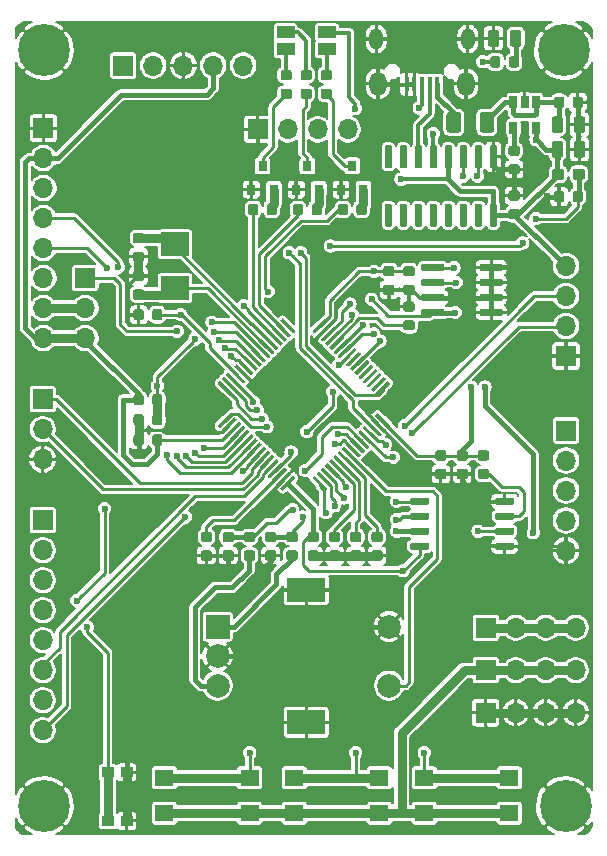
<source format=gbr>
G04 #@! TF.GenerationSoftware,KiCad,Pcbnew,(5.1.5)-2*
G04 #@! TF.CreationDate,2020-05-22T03:19:46+08:00*
G04 #@! TF.ProjectId,Bonjour STM32,426f6e6a-6f75-4722-9053-544d33322e6b,rev?*
G04 #@! TF.SameCoordinates,Original*
G04 #@! TF.FileFunction,Copper,L1,Top*
G04 #@! TF.FilePolarity,Positive*
%FSLAX46Y46*%
G04 Gerber Fmt 4.6, Leading zero omitted, Abs format (unit mm)*
G04 Created by KiCad (PCBNEW (5.1.5)-2) date 2020-05-22 03:19:46*
%MOMM*%
%LPD*%
G04 APERTURE LIST*
%ADD10C,0.100000*%
%ADD11R,0.800000X0.900000*%
%ADD12R,1.000000X0.900000*%
%ADD13C,0.700000*%
%ADD14C,4.400000*%
%ADD15R,2.400000X2.000000*%
%ADD16R,0.650000X1.060000*%
%ADD17R,2.000000X2.000000*%
%ADD18C,2.000000*%
%ADD19R,3.200000X2.000000*%
%ADD20R,1.600000X1.400000*%
%ADD21O,1.700000X1.700000*%
%ADD22R,1.700000X1.700000*%
%ADD23O,1.150000X1.800000*%
%ADD24O,1.450000X2.000000*%
%ADD25R,0.450000X1.300000*%
%ADD26R,1.500000X1.000000*%
%ADD27C,0.600000*%
%ADD28C,0.400000*%
%ADD29C,0.800000*%
%ADD30C,0.300000*%
%ADD31C,0.250000*%
%ADD32C,0.195000*%
G04 APERTURE END LIST*
G04 #@! TA.AperFunction,SMDPad,CuDef*
D10*
G36*
X194177691Y-74276053D02*
G01*
X194198926Y-74279203D01*
X194219750Y-74284419D01*
X194239962Y-74291651D01*
X194259368Y-74300830D01*
X194277781Y-74311866D01*
X194295024Y-74324654D01*
X194310930Y-74339070D01*
X194325346Y-74354976D01*
X194338134Y-74372219D01*
X194349170Y-74390632D01*
X194358349Y-74410038D01*
X194365581Y-74430250D01*
X194370797Y-74451074D01*
X194373947Y-74472309D01*
X194375000Y-74493750D01*
X194375000Y-74931250D01*
X194373947Y-74952691D01*
X194370797Y-74973926D01*
X194365581Y-74994750D01*
X194358349Y-75014962D01*
X194349170Y-75034368D01*
X194338134Y-75052781D01*
X194325346Y-75070024D01*
X194310930Y-75085930D01*
X194295024Y-75100346D01*
X194277781Y-75113134D01*
X194259368Y-75124170D01*
X194239962Y-75133349D01*
X194219750Y-75140581D01*
X194198926Y-75145797D01*
X194177691Y-75148947D01*
X194156250Y-75150000D01*
X193643750Y-75150000D01*
X193622309Y-75148947D01*
X193601074Y-75145797D01*
X193580250Y-75140581D01*
X193560038Y-75133349D01*
X193540632Y-75124170D01*
X193522219Y-75113134D01*
X193504976Y-75100346D01*
X193489070Y-75085930D01*
X193474654Y-75070024D01*
X193461866Y-75052781D01*
X193450830Y-75034368D01*
X193441651Y-75014962D01*
X193434419Y-74994750D01*
X193429203Y-74973926D01*
X193426053Y-74952691D01*
X193425000Y-74931250D01*
X193425000Y-74493750D01*
X193426053Y-74472309D01*
X193429203Y-74451074D01*
X193434419Y-74430250D01*
X193441651Y-74410038D01*
X193450830Y-74390632D01*
X193461866Y-74372219D01*
X193474654Y-74354976D01*
X193489070Y-74339070D01*
X193504976Y-74324654D01*
X193522219Y-74311866D01*
X193540632Y-74300830D01*
X193560038Y-74291651D01*
X193580250Y-74284419D01*
X193601074Y-74279203D01*
X193622309Y-74276053D01*
X193643750Y-74275000D01*
X194156250Y-74275000D01*
X194177691Y-74276053D01*
G37*
G04 #@! TD.AperFunction*
G04 #@! TA.AperFunction,SMDPad,CuDef*
G36*
X194177691Y-75851053D02*
G01*
X194198926Y-75854203D01*
X194219750Y-75859419D01*
X194239962Y-75866651D01*
X194259368Y-75875830D01*
X194277781Y-75886866D01*
X194295024Y-75899654D01*
X194310930Y-75914070D01*
X194325346Y-75929976D01*
X194338134Y-75947219D01*
X194349170Y-75965632D01*
X194358349Y-75985038D01*
X194365581Y-76005250D01*
X194370797Y-76026074D01*
X194373947Y-76047309D01*
X194375000Y-76068750D01*
X194375000Y-76506250D01*
X194373947Y-76527691D01*
X194370797Y-76548926D01*
X194365581Y-76569750D01*
X194358349Y-76589962D01*
X194349170Y-76609368D01*
X194338134Y-76627781D01*
X194325346Y-76645024D01*
X194310930Y-76660930D01*
X194295024Y-76675346D01*
X194277781Y-76688134D01*
X194259368Y-76699170D01*
X194239962Y-76708349D01*
X194219750Y-76715581D01*
X194198926Y-76720797D01*
X194177691Y-76723947D01*
X194156250Y-76725000D01*
X193643750Y-76725000D01*
X193622309Y-76723947D01*
X193601074Y-76720797D01*
X193580250Y-76715581D01*
X193560038Y-76708349D01*
X193540632Y-76699170D01*
X193522219Y-76688134D01*
X193504976Y-76675346D01*
X193489070Y-76660930D01*
X193474654Y-76645024D01*
X193461866Y-76627781D01*
X193450830Y-76609368D01*
X193441651Y-76589962D01*
X193434419Y-76569750D01*
X193429203Y-76548926D01*
X193426053Y-76527691D01*
X193425000Y-76506250D01*
X193425000Y-76068750D01*
X193426053Y-76047309D01*
X193429203Y-76026074D01*
X193434419Y-76005250D01*
X193441651Y-75985038D01*
X193450830Y-75965632D01*
X193461866Y-75947219D01*
X193474654Y-75929976D01*
X193489070Y-75914070D01*
X193504976Y-75899654D01*
X193522219Y-75886866D01*
X193540632Y-75875830D01*
X193560038Y-75866651D01*
X193580250Y-75859419D01*
X193601074Y-75854203D01*
X193622309Y-75851053D01*
X193643750Y-75850000D01*
X194156250Y-75850000D01*
X194177691Y-75851053D01*
G37*
G04 #@! TD.AperFunction*
G04 #@! TA.AperFunction,SMDPad,CuDef*
G36*
X208605142Y-58601174D02*
G01*
X208628803Y-58604684D01*
X208652007Y-58610496D01*
X208674529Y-58618554D01*
X208696153Y-58628782D01*
X208716670Y-58641079D01*
X208735883Y-58655329D01*
X208753607Y-58671393D01*
X208769671Y-58689117D01*
X208783921Y-58708330D01*
X208796218Y-58728847D01*
X208806446Y-58750471D01*
X208814504Y-58772993D01*
X208820316Y-58796197D01*
X208823826Y-58819858D01*
X208825000Y-58843750D01*
X208825000Y-59756250D01*
X208823826Y-59780142D01*
X208820316Y-59803803D01*
X208814504Y-59827007D01*
X208806446Y-59849529D01*
X208796218Y-59871153D01*
X208783921Y-59891670D01*
X208769671Y-59910883D01*
X208753607Y-59928607D01*
X208735883Y-59944671D01*
X208716670Y-59958921D01*
X208696153Y-59971218D01*
X208674529Y-59981446D01*
X208652007Y-59989504D01*
X208628803Y-59995316D01*
X208605142Y-59998826D01*
X208581250Y-60000000D01*
X208093750Y-60000000D01*
X208069858Y-59998826D01*
X208046197Y-59995316D01*
X208022993Y-59989504D01*
X208000471Y-59981446D01*
X207978847Y-59971218D01*
X207958330Y-59958921D01*
X207939117Y-59944671D01*
X207921393Y-59928607D01*
X207905329Y-59910883D01*
X207891079Y-59891670D01*
X207878782Y-59871153D01*
X207868554Y-59849529D01*
X207860496Y-59827007D01*
X207854684Y-59803803D01*
X207851174Y-59780142D01*
X207850000Y-59756250D01*
X207850000Y-58843750D01*
X207851174Y-58819858D01*
X207854684Y-58796197D01*
X207860496Y-58772993D01*
X207868554Y-58750471D01*
X207878782Y-58728847D01*
X207891079Y-58708330D01*
X207905329Y-58689117D01*
X207921393Y-58671393D01*
X207939117Y-58655329D01*
X207958330Y-58641079D01*
X207978847Y-58628782D01*
X208000471Y-58618554D01*
X208022993Y-58610496D01*
X208046197Y-58604684D01*
X208069858Y-58601174D01*
X208093750Y-58600000D01*
X208581250Y-58600000D01*
X208605142Y-58601174D01*
G37*
G04 #@! TD.AperFunction*
G04 #@! TA.AperFunction,SMDPad,CuDef*
G36*
X206730142Y-58601174D02*
G01*
X206753803Y-58604684D01*
X206777007Y-58610496D01*
X206799529Y-58618554D01*
X206821153Y-58628782D01*
X206841670Y-58641079D01*
X206860883Y-58655329D01*
X206878607Y-58671393D01*
X206894671Y-58689117D01*
X206908921Y-58708330D01*
X206921218Y-58728847D01*
X206931446Y-58750471D01*
X206939504Y-58772993D01*
X206945316Y-58796197D01*
X206948826Y-58819858D01*
X206950000Y-58843750D01*
X206950000Y-59756250D01*
X206948826Y-59780142D01*
X206945316Y-59803803D01*
X206939504Y-59827007D01*
X206931446Y-59849529D01*
X206921218Y-59871153D01*
X206908921Y-59891670D01*
X206894671Y-59910883D01*
X206878607Y-59928607D01*
X206860883Y-59944671D01*
X206841670Y-59958921D01*
X206821153Y-59971218D01*
X206799529Y-59981446D01*
X206777007Y-59989504D01*
X206753803Y-59995316D01*
X206730142Y-59998826D01*
X206706250Y-60000000D01*
X206218750Y-60000000D01*
X206194858Y-59998826D01*
X206171197Y-59995316D01*
X206147993Y-59989504D01*
X206125471Y-59981446D01*
X206103847Y-59971218D01*
X206083330Y-59958921D01*
X206064117Y-59944671D01*
X206046393Y-59928607D01*
X206030329Y-59910883D01*
X206016079Y-59891670D01*
X206003782Y-59871153D01*
X205993554Y-59849529D01*
X205985496Y-59827007D01*
X205979684Y-59803803D01*
X205976174Y-59780142D01*
X205975000Y-59756250D01*
X205975000Y-58843750D01*
X205976174Y-58819858D01*
X205979684Y-58796197D01*
X205985496Y-58772993D01*
X205993554Y-58750471D01*
X206003782Y-58728847D01*
X206016079Y-58708330D01*
X206030329Y-58689117D01*
X206046393Y-58671393D01*
X206064117Y-58655329D01*
X206083330Y-58641079D01*
X206103847Y-58628782D01*
X206125471Y-58618554D01*
X206147993Y-58610496D01*
X206171197Y-58604684D01*
X206194858Y-58601174D01*
X206218750Y-58600000D01*
X206706250Y-58600000D01*
X206730142Y-58601174D01*
G37*
G04 #@! TD.AperFunction*
G04 #@! TA.AperFunction,SMDPad,CuDef*
G36*
X177027691Y-95351053D02*
G01*
X177048926Y-95354203D01*
X177069750Y-95359419D01*
X177089962Y-95366651D01*
X177109368Y-95375830D01*
X177127781Y-95386866D01*
X177145024Y-95399654D01*
X177160930Y-95414070D01*
X177175346Y-95429976D01*
X177188134Y-95447219D01*
X177199170Y-95465632D01*
X177208349Y-95485038D01*
X177215581Y-95505250D01*
X177220797Y-95526074D01*
X177223947Y-95547309D01*
X177225000Y-95568750D01*
X177225000Y-96006250D01*
X177223947Y-96027691D01*
X177220797Y-96048926D01*
X177215581Y-96069750D01*
X177208349Y-96089962D01*
X177199170Y-96109368D01*
X177188134Y-96127781D01*
X177175346Y-96145024D01*
X177160930Y-96160930D01*
X177145024Y-96175346D01*
X177127781Y-96188134D01*
X177109368Y-96199170D01*
X177089962Y-96208349D01*
X177069750Y-96215581D01*
X177048926Y-96220797D01*
X177027691Y-96223947D01*
X177006250Y-96225000D01*
X176493750Y-96225000D01*
X176472309Y-96223947D01*
X176451074Y-96220797D01*
X176430250Y-96215581D01*
X176410038Y-96208349D01*
X176390632Y-96199170D01*
X176372219Y-96188134D01*
X176354976Y-96175346D01*
X176339070Y-96160930D01*
X176324654Y-96145024D01*
X176311866Y-96127781D01*
X176300830Y-96109368D01*
X176291651Y-96089962D01*
X176284419Y-96069750D01*
X176279203Y-96048926D01*
X176276053Y-96027691D01*
X176275000Y-96006250D01*
X176275000Y-95568750D01*
X176276053Y-95547309D01*
X176279203Y-95526074D01*
X176284419Y-95505250D01*
X176291651Y-95485038D01*
X176300830Y-95465632D01*
X176311866Y-95447219D01*
X176324654Y-95429976D01*
X176339070Y-95414070D01*
X176354976Y-95399654D01*
X176372219Y-95386866D01*
X176390632Y-95375830D01*
X176410038Y-95366651D01*
X176430250Y-95359419D01*
X176451074Y-95354203D01*
X176472309Y-95351053D01*
X176493750Y-95350000D01*
X177006250Y-95350000D01*
X177027691Y-95351053D01*
G37*
G04 #@! TD.AperFunction*
G04 #@! TA.AperFunction,SMDPad,CuDef*
G36*
X177027691Y-93776053D02*
G01*
X177048926Y-93779203D01*
X177069750Y-93784419D01*
X177089962Y-93791651D01*
X177109368Y-93800830D01*
X177127781Y-93811866D01*
X177145024Y-93824654D01*
X177160930Y-93839070D01*
X177175346Y-93854976D01*
X177188134Y-93872219D01*
X177199170Y-93890632D01*
X177208349Y-93910038D01*
X177215581Y-93930250D01*
X177220797Y-93951074D01*
X177223947Y-93972309D01*
X177225000Y-93993750D01*
X177225000Y-94431250D01*
X177223947Y-94452691D01*
X177220797Y-94473926D01*
X177215581Y-94494750D01*
X177208349Y-94514962D01*
X177199170Y-94534368D01*
X177188134Y-94552781D01*
X177175346Y-94570024D01*
X177160930Y-94585930D01*
X177145024Y-94600346D01*
X177127781Y-94613134D01*
X177109368Y-94624170D01*
X177089962Y-94633349D01*
X177069750Y-94640581D01*
X177048926Y-94645797D01*
X177027691Y-94648947D01*
X177006250Y-94650000D01*
X176493750Y-94650000D01*
X176472309Y-94648947D01*
X176451074Y-94645797D01*
X176430250Y-94640581D01*
X176410038Y-94633349D01*
X176390632Y-94624170D01*
X176372219Y-94613134D01*
X176354976Y-94600346D01*
X176339070Y-94585930D01*
X176324654Y-94570024D01*
X176311866Y-94552781D01*
X176300830Y-94534368D01*
X176291651Y-94514962D01*
X176284419Y-94494750D01*
X176279203Y-94473926D01*
X176276053Y-94452691D01*
X176275000Y-94431250D01*
X176275000Y-93993750D01*
X176276053Y-93972309D01*
X176279203Y-93951074D01*
X176284419Y-93930250D01*
X176291651Y-93910038D01*
X176300830Y-93890632D01*
X176311866Y-93872219D01*
X176324654Y-93854976D01*
X176339070Y-93839070D01*
X176354976Y-93824654D01*
X176372219Y-93811866D01*
X176390632Y-93800830D01*
X176410038Y-93791651D01*
X176430250Y-93784419D01*
X176451074Y-93779203D01*
X176472309Y-93776053D01*
X176493750Y-93775000D01*
X177006250Y-93775000D01*
X177027691Y-93776053D01*
G37*
G04 #@! TD.AperFunction*
D11*
X189100000Y-62800000D03*
X190050000Y-64800000D03*
X188150000Y-64800000D03*
X181500000Y-62800000D03*
X182450000Y-64800000D03*
X180550000Y-64800000D03*
X185300000Y-62800000D03*
X186250000Y-64800000D03*
X184350000Y-64800000D03*
D12*
X168400000Y-118250000D03*
X170000000Y-118250000D03*
X168400000Y-114150000D03*
X170000000Y-114150000D03*
D13*
X208333452Y-115833274D03*
X207166726Y-115350000D03*
X206000000Y-115833274D03*
X205516726Y-117000000D03*
X206000000Y-118166726D03*
X207166726Y-118650000D03*
X208333452Y-118166726D03*
X208816726Y-117000000D03*
D14*
X207166726Y-117000000D03*
D13*
X164166726Y-115833274D03*
X163000000Y-115350000D03*
X161833274Y-115833274D03*
X161350000Y-117000000D03*
X161833274Y-118166726D03*
X163000000Y-118650000D03*
X164166726Y-118166726D03*
X164650000Y-117000000D03*
D14*
X163000000Y-117000000D03*
D13*
X208166726Y-51833274D03*
X207000000Y-51350000D03*
X205833274Y-51833274D03*
X205350000Y-53000000D03*
X205833274Y-54166726D03*
X207000000Y-54650000D03*
X208166726Y-54166726D03*
X208650000Y-53000000D03*
D14*
X207000000Y-53000000D03*
D13*
X164166726Y-51833274D03*
X163000000Y-51350000D03*
X161833274Y-51833274D03*
X161350000Y-53000000D03*
X161833274Y-54166726D03*
X163000000Y-54650000D03*
X164166726Y-54166726D03*
X164650000Y-53000000D03*
D14*
X163000000Y-53000000D03*
D15*
X174100000Y-73150000D03*
X174100000Y-69450000D03*
G04 #@! TA.AperFunction,SMDPad,CuDef*
D10*
G36*
X196764703Y-74905722D02*
G01*
X196779264Y-74907882D01*
X196793543Y-74911459D01*
X196807403Y-74916418D01*
X196820710Y-74922712D01*
X196833336Y-74930280D01*
X196845159Y-74939048D01*
X196856066Y-74948934D01*
X196865952Y-74959841D01*
X196874720Y-74971664D01*
X196882288Y-74984290D01*
X196888582Y-74997597D01*
X196893541Y-75011457D01*
X196897118Y-75025736D01*
X196899278Y-75040297D01*
X196900000Y-75055000D01*
X196900000Y-75355000D01*
X196899278Y-75369703D01*
X196897118Y-75384264D01*
X196893541Y-75398543D01*
X196888582Y-75412403D01*
X196882288Y-75425710D01*
X196874720Y-75438336D01*
X196865952Y-75450159D01*
X196856066Y-75461066D01*
X196845159Y-75470952D01*
X196833336Y-75479720D01*
X196820710Y-75487288D01*
X196807403Y-75493582D01*
X196793543Y-75498541D01*
X196779264Y-75502118D01*
X196764703Y-75504278D01*
X196750000Y-75505000D01*
X195100000Y-75505000D01*
X195085297Y-75504278D01*
X195070736Y-75502118D01*
X195056457Y-75498541D01*
X195042597Y-75493582D01*
X195029290Y-75487288D01*
X195016664Y-75479720D01*
X195004841Y-75470952D01*
X194993934Y-75461066D01*
X194984048Y-75450159D01*
X194975280Y-75438336D01*
X194967712Y-75425710D01*
X194961418Y-75412403D01*
X194956459Y-75398543D01*
X194952882Y-75384264D01*
X194950722Y-75369703D01*
X194950000Y-75355000D01*
X194950000Y-75055000D01*
X194950722Y-75040297D01*
X194952882Y-75025736D01*
X194956459Y-75011457D01*
X194961418Y-74997597D01*
X194967712Y-74984290D01*
X194975280Y-74971664D01*
X194984048Y-74959841D01*
X194993934Y-74948934D01*
X195004841Y-74939048D01*
X195016664Y-74930280D01*
X195029290Y-74922712D01*
X195042597Y-74916418D01*
X195056457Y-74911459D01*
X195070736Y-74907882D01*
X195085297Y-74905722D01*
X195100000Y-74905000D01*
X196750000Y-74905000D01*
X196764703Y-74905722D01*
G37*
G04 #@! TD.AperFunction*
G04 #@! TA.AperFunction,SMDPad,CuDef*
G36*
X196764703Y-73635722D02*
G01*
X196779264Y-73637882D01*
X196793543Y-73641459D01*
X196807403Y-73646418D01*
X196820710Y-73652712D01*
X196833336Y-73660280D01*
X196845159Y-73669048D01*
X196856066Y-73678934D01*
X196865952Y-73689841D01*
X196874720Y-73701664D01*
X196882288Y-73714290D01*
X196888582Y-73727597D01*
X196893541Y-73741457D01*
X196897118Y-73755736D01*
X196899278Y-73770297D01*
X196900000Y-73785000D01*
X196900000Y-74085000D01*
X196899278Y-74099703D01*
X196897118Y-74114264D01*
X196893541Y-74128543D01*
X196888582Y-74142403D01*
X196882288Y-74155710D01*
X196874720Y-74168336D01*
X196865952Y-74180159D01*
X196856066Y-74191066D01*
X196845159Y-74200952D01*
X196833336Y-74209720D01*
X196820710Y-74217288D01*
X196807403Y-74223582D01*
X196793543Y-74228541D01*
X196779264Y-74232118D01*
X196764703Y-74234278D01*
X196750000Y-74235000D01*
X195100000Y-74235000D01*
X195085297Y-74234278D01*
X195070736Y-74232118D01*
X195056457Y-74228541D01*
X195042597Y-74223582D01*
X195029290Y-74217288D01*
X195016664Y-74209720D01*
X195004841Y-74200952D01*
X194993934Y-74191066D01*
X194984048Y-74180159D01*
X194975280Y-74168336D01*
X194967712Y-74155710D01*
X194961418Y-74142403D01*
X194956459Y-74128543D01*
X194952882Y-74114264D01*
X194950722Y-74099703D01*
X194950000Y-74085000D01*
X194950000Y-73785000D01*
X194950722Y-73770297D01*
X194952882Y-73755736D01*
X194956459Y-73741457D01*
X194961418Y-73727597D01*
X194967712Y-73714290D01*
X194975280Y-73701664D01*
X194984048Y-73689841D01*
X194993934Y-73678934D01*
X195004841Y-73669048D01*
X195016664Y-73660280D01*
X195029290Y-73652712D01*
X195042597Y-73646418D01*
X195056457Y-73641459D01*
X195070736Y-73637882D01*
X195085297Y-73635722D01*
X195100000Y-73635000D01*
X196750000Y-73635000D01*
X196764703Y-73635722D01*
G37*
G04 #@! TD.AperFunction*
G04 #@! TA.AperFunction,SMDPad,CuDef*
G36*
X196764703Y-72365722D02*
G01*
X196779264Y-72367882D01*
X196793543Y-72371459D01*
X196807403Y-72376418D01*
X196820710Y-72382712D01*
X196833336Y-72390280D01*
X196845159Y-72399048D01*
X196856066Y-72408934D01*
X196865952Y-72419841D01*
X196874720Y-72431664D01*
X196882288Y-72444290D01*
X196888582Y-72457597D01*
X196893541Y-72471457D01*
X196897118Y-72485736D01*
X196899278Y-72500297D01*
X196900000Y-72515000D01*
X196900000Y-72815000D01*
X196899278Y-72829703D01*
X196897118Y-72844264D01*
X196893541Y-72858543D01*
X196888582Y-72872403D01*
X196882288Y-72885710D01*
X196874720Y-72898336D01*
X196865952Y-72910159D01*
X196856066Y-72921066D01*
X196845159Y-72930952D01*
X196833336Y-72939720D01*
X196820710Y-72947288D01*
X196807403Y-72953582D01*
X196793543Y-72958541D01*
X196779264Y-72962118D01*
X196764703Y-72964278D01*
X196750000Y-72965000D01*
X195100000Y-72965000D01*
X195085297Y-72964278D01*
X195070736Y-72962118D01*
X195056457Y-72958541D01*
X195042597Y-72953582D01*
X195029290Y-72947288D01*
X195016664Y-72939720D01*
X195004841Y-72930952D01*
X194993934Y-72921066D01*
X194984048Y-72910159D01*
X194975280Y-72898336D01*
X194967712Y-72885710D01*
X194961418Y-72872403D01*
X194956459Y-72858543D01*
X194952882Y-72844264D01*
X194950722Y-72829703D01*
X194950000Y-72815000D01*
X194950000Y-72515000D01*
X194950722Y-72500297D01*
X194952882Y-72485736D01*
X194956459Y-72471457D01*
X194961418Y-72457597D01*
X194967712Y-72444290D01*
X194975280Y-72431664D01*
X194984048Y-72419841D01*
X194993934Y-72408934D01*
X195004841Y-72399048D01*
X195016664Y-72390280D01*
X195029290Y-72382712D01*
X195042597Y-72376418D01*
X195056457Y-72371459D01*
X195070736Y-72367882D01*
X195085297Y-72365722D01*
X195100000Y-72365000D01*
X196750000Y-72365000D01*
X196764703Y-72365722D01*
G37*
G04 #@! TD.AperFunction*
G04 #@! TA.AperFunction,SMDPad,CuDef*
G36*
X196764703Y-71095722D02*
G01*
X196779264Y-71097882D01*
X196793543Y-71101459D01*
X196807403Y-71106418D01*
X196820710Y-71112712D01*
X196833336Y-71120280D01*
X196845159Y-71129048D01*
X196856066Y-71138934D01*
X196865952Y-71149841D01*
X196874720Y-71161664D01*
X196882288Y-71174290D01*
X196888582Y-71187597D01*
X196893541Y-71201457D01*
X196897118Y-71215736D01*
X196899278Y-71230297D01*
X196900000Y-71245000D01*
X196900000Y-71545000D01*
X196899278Y-71559703D01*
X196897118Y-71574264D01*
X196893541Y-71588543D01*
X196888582Y-71602403D01*
X196882288Y-71615710D01*
X196874720Y-71628336D01*
X196865952Y-71640159D01*
X196856066Y-71651066D01*
X196845159Y-71660952D01*
X196833336Y-71669720D01*
X196820710Y-71677288D01*
X196807403Y-71683582D01*
X196793543Y-71688541D01*
X196779264Y-71692118D01*
X196764703Y-71694278D01*
X196750000Y-71695000D01*
X195100000Y-71695000D01*
X195085297Y-71694278D01*
X195070736Y-71692118D01*
X195056457Y-71688541D01*
X195042597Y-71683582D01*
X195029290Y-71677288D01*
X195016664Y-71669720D01*
X195004841Y-71660952D01*
X194993934Y-71651066D01*
X194984048Y-71640159D01*
X194975280Y-71628336D01*
X194967712Y-71615710D01*
X194961418Y-71602403D01*
X194956459Y-71588543D01*
X194952882Y-71574264D01*
X194950722Y-71559703D01*
X194950000Y-71545000D01*
X194950000Y-71245000D01*
X194950722Y-71230297D01*
X194952882Y-71215736D01*
X194956459Y-71201457D01*
X194961418Y-71187597D01*
X194967712Y-71174290D01*
X194975280Y-71161664D01*
X194984048Y-71149841D01*
X194993934Y-71138934D01*
X195004841Y-71129048D01*
X195016664Y-71120280D01*
X195029290Y-71112712D01*
X195042597Y-71106418D01*
X195056457Y-71101459D01*
X195070736Y-71097882D01*
X195085297Y-71095722D01*
X195100000Y-71095000D01*
X196750000Y-71095000D01*
X196764703Y-71095722D01*
G37*
G04 #@! TD.AperFunction*
G04 #@! TA.AperFunction,SMDPad,CuDef*
G36*
X201714703Y-71095722D02*
G01*
X201729264Y-71097882D01*
X201743543Y-71101459D01*
X201757403Y-71106418D01*
X201770710Y-71112712D01*
X201783336Y-71120280D01*
X201795159Y-71129048D01*
X201806066Y-71138934D01*
X201815952Y-71149841D01*
X201824720Y-71161664D01*
X201832288Y-71174290D01*
X201838582Y-71187597D01*
X201843541Y-71201457D01*
X201847118Y-71215736D01*
X201849278Y-71230297D01*
X201850000Y-71245000D01*
X201850000Y-71545000D01*
X201849278Y-71559703D01*
X201847118Y-71574264D01*
X201843541Y-71588543D01*
X201838582Y-71602403D01*
X201832288Y-71615710D01*
X201824720Y-71628336D01*
X201815952Y-71640159D01*
X201806066Y-71651066D01*
X201795159Y-71660952D01*
X201783336Y-71669720D01*
X201770710Y-71677288D01*
X201757403Y-71683582D01*
X201743543Y-71688541D01*
X201729264Y-71692118D01*
X201714703Y-71694278D01*
X201700000Y-71695000D01*
X200050000Y-71695000D01*
X200035297Y-71694278D01*
X200020736Y-71692118D01*
X200006457Y-71688541D01*
X199992597Y-71683582D01*
X199979290Y-71677288D01*
X199966664Y-71669720D01*
X199954841Y-71660952D01*
X199943934Y-71651066D01*
X199934048Y-71640159D01*
X199925280Y-71628336D01*
X199917712Y-71615710D01*
X199911418Y-71602403D01*
X199906459Y-71588543D01*
X199902882Y-71574264D01*
X199900722Y-71559703D01*
X199900000Y-71545000D01*
X199900000Y-71245000D01*
X199900722Y-71230297D01*
X199902882Y-71215736D01*
X199906459Y-71201457D01*
X199911418Y-71187597D01*
X199917712Y-71174290D01*
X199925280Y-71161664D01*
X199934048Y-71149841D01*
X199943934Y-71138934D01*
X199954841Y-71129048D01*
X199966664Y-71120280D01*
X199979290Y-71112712D01*
X199992597Y-71106418D01*
X200006457Y-71101459D01*
X200020736Y-71097882D01*
X200035297Y-71095722D01*
X200050000Y-71095000D01*
X201700000Y-71095000D01*
X201714703Y-71095722D01*
G37*
G04 #@! TD.AperFunction*
G04 #@! TA.AperFunction,SMDPad,CuDef*
G36*
X201714703Y-72365722D02*
G01*
X201729264Y-72367882D01*
X201743543Y-72371459D01*
X201757403Y-72376418D01*
X201770710Y-72382712D01*
X201783336Y-72390280D01*
X201795159Y-72399048D01*
X201806066Y-72408934D01*
X201815952Y-72419841D01*
X201824720Y-72431664D01*
X201832288Y-72444290D01*
X201838582Y-72457597D01*
X201843541Y-72471457D01*
X201847118Y-72485736D01*
X201849278Y-72500297D01*
X201850000Y-72515000D01*
X201850000Y-72815000D01*
X201849278Y-72829703D01*
X201847118Y-72844264D01*
X201843541Y-72858543D01*
X201838582Y-72872403D01*
X201832288Y-72885710D01*
X201824720Y-72898336D01*
X201815952Y-72910159D01*
X201806066Y-72921066D01*
X201795159Y-72930952D01*
X201783336Y-72939720D01*
X201770710Y-72947288D01*
X201757403Y-72953582D01*
X201743543Y-72958541D01*
X201729264Y-72962118D01*
X201714703Y-72964278D01*
X201700000Y-72965000D01*
X200050000Y-72965000D01*
X200035297Y-72964278D01*
X200020736Y-72962118D01*
X200006457Y-72958541D01*
X199992597Y-72953582D01*
X199979290Y-72947288D01*
X199966664Y-72939720D01*
X199954841Y-72930952D01*
X199943934Y-72921066D01*
X199934048Y-72910159D01*
X199925280Y-72898336D01*
X199917712Y-72885710D01*
X199911418Y-72872403D01*
X199906459Y-72858543D01*
X199902882Y-72844264D01*
X199900722Y-72829703D01*
X199900000Y-72815000D01*
X199900000Y-72515000D01*
X199900722Y-72500297D01*
X199902882Y-72485736D01*
X199906459Y-72471457D01*
X199911418Y-72457597D01*
X199917712Y-72444290D01*
X199925280Y-72431664D01*
X199934048Y-72419841D01*
X199943934Y-72408934D01*
X199954841Y-72399048D01*
X199966664Y-72390280D01*
X199979290Y-72382712D01*
X199992597Y-72376418D01*
X200006457Y-72371459D01*
X200020736Y-72367882D01*
X200035297Y-72365722D01*
X200050000Y-72365000D01*
X201700000Y-72365000D01*
X201714703Y-72365722D01*
G37*
G04 #@! TD.AperFunction*
G04 #@! TA.AperFunction,SMDPad,CuDef*
G36*
X201714703Y-73635722D02*
G01*
X201729264Y-73637882D01*
X201743543Y-73641459D01*
X201757403Y-73646418D01*
X201770710Y-73652712D01*
X201783336Y-73660280D01*
X201795159Y-73669048D01*
X201806066Y-73678934D01*
X201815952Y-73689841D01*
X201824720Y-73701664D01*
X201832288Y-73714290D01*
X201838582Y-73727597D01*
X201843541Y-73741457D01*
X201847118Y-73755736D01*
X201849278Y-73770297D01*
X201850000Y-73785000D01*
X201850000Y-74085000D01*
X201849278Y-74099703D01*
X201847118Y-74114264D01*
X201843541Y-74128543D01*
X201838582Y-74142403D01*
X201832288Y-74155710D01*
X201824720Y-74168336D01*
X201815952Y-74180159D01*
X201806066Y-74191066D01*
X201795159Y-74200952D01*
X201783336Y-74209720D01*
X201770710Y-74217288D01*
X201757403Y-74223582D01*
X201743543Y-74228541D01*
X201729264Y-74232118D01*
X201714703Y-74234278D01*
X201700000Y-74235000D01*
X200050000Y-74235000D01*
X200035297Y-74234278D01*
X200020736Y-74232118D01*
X200006457Y-74228541D01*
X199992597Y-74223582D01*
X199979290Y-74217288D01*
X199966664Y-74209720D01*
X199954841Y-74200952D01*
X199943934Y-74191066D01*
X199934048Y-74180159D01*
X199925280Y-74168336D01*
X199917712Y-74155710D01*
X199911418Y-74142403D01*
X199906459Y-74128543D01*
X199902882Y-74114264D01*
X199900722Y-74099703D01*
X199900000Y-74085000D01*
X199900000Y-73785000D01*
X199900722Y-73770297D01*
X199902882Y-73755736D01*
X199906459Y-73741457D01*
X199911418Y-73727597D01*
X199917712Y-73714290D01*
X199925280Y-73701664D01*
X199934048Y-73689841D01*
X199943934Y-73678934D01*
X199954841Y-73669048D01*
X199966664Y-73660280D01*
X199979290Y-73652712D01*
X199992597Y-73646418D01*
X200006457Y-73641459D01*
X200020736Y-73637882D01*
X200035297Y-73635722D01*
X200050000Y-73635000D01*
X201700000Y-73635000D01*
X201714703Y-73635722D01*
G37*
G04 #@! TD.AperFunction*
G04 #@! TA.AperFunction,SMDPad,CuDef*
G36*
X201714703Y-74905722D02*
G01*
X201729264Y-74907882D01*
X201743543Y-74911459D01*
X201757403Y-74916418D01*
X201770710Y-74922712D01*
X201783336Y-74930280D01*
X201795159Y-74939048D01*
X201806066Y-74948934D01*
X201815952Y-74959841D01*
X201824720Y-74971664D01*
X201832288Y-74984290D01*
X201838582Y-74997597D01*
X201843541Y-75011457D01*
X201847118Y-75025736D01*
X201849278Y-75040297D01*
X201850000Y-75055000D01*
X201850000Y-75355000D01*
X201849278Y-75369703D01*
X201847118Y-75384264D01*
X201843541Y-75398543D01*
X201838582Y-75412403D01*
X201832288Y-75425710D01*
X201824720Y-75438336D01*
X201815952Y-75450159D01*
X201806066Y-75461066D01*
X201795159Y-75470952D01*
X201783336Y-75479720D01*
X201770710Y-75487288D01*
X201757403Y-75493582D01*
X201743543Y-75498541D01*
X201729264Y-75502118D01*
X201714703Y-75504278D01*
X201700000Y-75505000D01*
X200050000Y-75505000D01*
X200035297Y-75504278D01*
X200020736Y-75502118D01*
X200006457Y-75498541D01*
X199992597Y-75493582D01*
X199979290Y-75487288D01*
X199966664Y-75479720D01*
X199954841Y-75470952D01*
X199943934Y-75461066D01*
X199934048Y-75450159D01*
X199925280Y-75438336D01*
X199917712Y-75425710D01*
X199911418Y-75412403D01*
X199906459Y-75398543D01*
X199902882Y-75384264D01*
X199900722Y-75369703D01*
X199900000Y-75355000D01*
X199900000Y-75055000D01*
X199900722Y-75040297D01*
X199902882Y-75025736D01*
X199906459Y-75011457D01*
X199911418Y-74997597D01*
X199917712Y-74984290D01*
X199925280Y-74971664D01*
X199934048Y-74959841D01*
X199943934Y-74948934D01*
X199954841Y-74939048D01*
X199966664Y-74930280D01*
X199979290Y-74922712D01*
X199992597Y-74916418D01*
X200006457Y-74911459D01*
X200020736Y-74907882D01*
X200035297Y-74905722D01*
X200050000Y-74905000D01*
X201700000Y-74905000D01*
X201714703Y-74905722D01*
G37*
G04 #@! TD.AperFunction*
G04 #@! TA.AperFunction,SMDPad,CuDef*
G36*
X195464703Y-94705722D02*
G01*
X195479264Y-94707882D01*
X195493543Y-94711459D01*
X195507403Y-94716418D01*
X195520710Y-94722712D01*
X195533336Y-94730280D01*
X195545159Y-94739048D01*
X195556066Y-94748934D01*
X195565952Y-94759841D01*
X195574720Y-94771664D01*
X195582288Y-94784290D01*
X195588582Y-94797597D01*
X195593541Y-94811457D01*
X195597118Y-94825736D01*
X195599278Y-94840297D01*
X195600000Y-94855000D01*
X195600000Y-95155000D01*
X195599278Y-95169703D01*
X195597118Y-95184264D01*
X195593541Y-95198543D01*
X195588582Y-95212403D01*
X195582288Y-95225710D01*
X195574720Y-95238336D01*
X195565952Y-95250159D01*
X195556066Y-95261066D01*
X195545159Y-95270952D01*
X195533336Y-95279720D01*
X195520710Y-95287288D01*
X195507403Y-95293582D01*
X195493543Y-95298541D01*
X195479264Y-95302118D01*
X195464703Y-95304278D01*
X195450000Y-95305000D01*
X194150000Y-95305000D01*
X194135297Y-95304278D01*
X194120736Y-95302118D01*
X194106457Y-95298541D01*
X194092597Y-95293582D01*
X194079290Y-95287288D01*
X194066664Y-95279720D01*
X194054841Y-95270952D01*
X194043934Y-95261066D01*
X194034048Y-95250159D01*
X194025280Y-95238336D01*
X194017712Y-95225710D01*
X194011418Y-95212403D01*
X194006459Y-95198543D01*
X194002882Y-95184264D01*
X194000722Y-95169703D01*
X194000000Y-95155000D01*
X194000000Y-94855000D01*
X194000722Y-94840297D01*
X194002882Y-94825736D01*
X194006459Y-94811457D01*
X194011418Y-94797597D01*
X194017712Y-94784290D01*
X194025280Y-94771664D01*
X194034048Y-94759841D01*
X194043934Y-94748934D01*
X194054841Y-94739048D01*
X194066664Y-94730280D01*
X194079290Y-94722712D01*
X194092597Y-94716418D01*
X194106457Y-94711459D01*
X194120736Y-94707882D01*
X194135297Y-94705722D01*
X194150000Y-94705000D01*
X195450000Y-94705000D01*
X195464703Y-94705722D01*
G37*
G04 #@! TD.AperFunction*
G04 #@! TA.AperFunction,SMDPad,CuDef*
G36*
X195464703Y-93435722D02*
G01*
X195479264Y-93437882D01*
X195493543Y-93441459D01*
X195507403Y-93446418D01*
X195520710Y-93452712D01*
X195533336Y-93460280D01*
X195545159Y-93469048D01*
X195556066Y-93478934D01*
X195565952Y-93489841D01*
X195574720Y-93501664D01*
X195582288Y-93514290D01*
X195588582Y-93527597D01*
X195593541Y-93541457D01*
X195597118Y-93555736D01*
X195599278Y-93570297D01*
X195600000Y-93585000D01*
X195600000Y-93885000D01*
X195599278Y-93899703D01*
X195597118Y-93914264D01*
X195593541Y-93928543D01*
X195588582Y-93942403D01*
X195582288Y-93955710D01*
X195574720Y-93968336D01*
X195565952Y-93980159D01*
X195556066Y-93991066D01*
X195545159Y-94000952D01*
X195533336Y-94009720D01*
X195520710Y-94017288D01*
X195507403Y-94023582D01*
X195493543Y-94028541D01*
X195479264Y-94032118D01*
X195464703Y-94034278D01*
X195450000Y-94035000D01*
X194150000Y-94035000D01*
X194135297Y-94034278D01*
X194120736Y-94032118D01*
X194106457Y-94028541D01*
X194092597Y-94023582D01*
X194079290Y-94017288D01*
X194066664Y-94009720D01*
X194054841Y-94000952D01*
X194043934Y-93991066D01*
X194034048Y-93980159D01*
X194025280Y-93968336D01*
X194017712Y-93955710D01*
X194011418Y-93942403D01*
X194006459Y-93928543D01*
X194002882Y-93914264D01*
X194000722Y-93899703D01*
X194000000Y-93885000D01*
X194000000Y-93585000D01*
X194000722Y-93570297D01*
X194002882Y-93555736D01*
X194006459Y-93541457D01*
X194011418Y-93527597D01*
X194017712Y-93514290D01*
X194025280Y-93501664D01*
X194034048Y-93489841D01*
X194043934Y-93478934D01*
X194054841Y-93469048D01*
X194066664Y-93460280D01*
X194079290Y-93452712D01*
X194092597Y-93446418D01*
X194106457Y-93441459D01*
X194120736Y-93437882D01*
X194135297Y-93435722D01*
X194150000Y-93435000D01*
X195450000Y-93435000D01*
X195464703Y-93435722D01*
G37*
G04 #@! TD.AperFunction*
G04 #@! TA.AperFunction,SMDPad,CuDef*
G36*
X195464703Y-92165722D02*
G01*
X195479264Y-92167882D01*
X195493543Y-92171459D01*
X195507403Y-92176418D01*
X195520710Y-92182712D01*
X195533336Y-92190280D01*
X195545159Y-92199048D01*
X195556066Y-92208934D01*
X195565952Y-92219841D01*
X195574720Y-92231664D01*
X195582288Y-92244290D01*
X195588582Y-92257597D01*
X195593541Y-92271457D01*
X195597118Y-92285736D01*
X195599278Y-92300297D01*
X195600000Y-92315000D01*
X195600000Y-92615000D01*
X195599278Y-92629703D01*
X195597118Y-92644264D01*
X195593541Y-92658543D01*
X195588582Y-92672403D01*
X195582288Y-92685710D01*
X195574720Y-92698336D01*
X195565952Y-92710159D01*
X195556066Y-92721066D01*
X195545159Y-92730952D01*
X195533336Y-92739720D01*
X195520710Y-92747288D01*
X195507403Y-92753582D01*
X195493543Y-92758541D01*
X195479264Y-92762118D01*
X195464703Y-92764278D01*
X195450000Y-92765000D01*
X194150000Y-92765000D01*
X194135297Y-92764278D01*
X194120736Y-92762118D01*
X194106457Y-92758541D01*
X194092597Y-92753582D01*
X194079290Y-92747288D01*
X194066664Y-92739720D01*
X194054841Y-92730952D01*
X194043934Y-92721066D01*
X194034048Y-92710159D01*
X194025280Y-92698336D01*
X194017712Y-92685710D01*
X194011418Y-92672403D01*
X194006459Y-92658543D01*
X194002882Y-92644264D01*
X194000722Y-92629703D01*
X194000000Y-92615000D01*
X194000000Y-92315000D01*
X194000722Y-92300297D01*
X194002882Y-92285736D01*
X194006459Y-92271457D01*
X194011418Y-92257597D01*
X194017712Y-92244290D01*
X194025280Y-92231664D01*
X194034048Y-92219841D01*
X194043934Y-92208934D01*
X194054841Y-92199048D01*
X194066664Y-92190280D01*
X194079290Y-92182712D01*
X194092597Y-92176418D01*
X194106457Y-92171459D01*
X194120736Y-92167882D01*
X194135297Y-92165722D01*
X194150000Y-92165000D01*
X195450000Y-92165000D01*
X195464703Y-92165722D01*
G37*
G04 #@! TD.AperFunction*
G04 #@! TA.AperFunction,SMDPad,CuDef*
G36*
X195464703Y-90895722D02*
G01*
X195479264Y-90897882D01*
X195493543Y-90901459D01*
X195507403Y-90906418D01*
X195520710Y-90912712D01*
X195533336Y-90920280D01*
X195545159Y-90929048D01*
X195556066Y-90938934D01*
X195565952Y-90949841D01*
X195574720Y-90961664D01*
X195582288Y-90974290D01*
X195588582Y-90987597D01*
X195593541Y-91001457D01*
X195597118Y-91015736D01*
X195599278Y-91030297D01*
X195600000Y-91045000D01*
X195600000Y-91345000D01*
X195599278Y-91359703D01*
X195597118Y-91374264D01*
X195593541Y-91388543D01*
X195588582Y-91402403D01*
X195582288Y-91415710D01*
X195574720Y-91428336D01*
X195565952Y-91440159D01*
X195556066Y-91451066D01*
X195545159Y-91460952D01*
X195533336Y-91469720D01*
X195520710Y-91477288D01*
X195507403Y-91483582D01*
X195493543Y-91488541D01*
X195479264Y-91492118D01*
X195464703Y-91494278D01*
X195450000Y-91495000D01*
X194150000Y-91495000D01*
X194135297Y-91494278D01*
X194120736Y-91492118D01*
X194106457Y-91488541D01*
X194092597Y-91483582D01*
X194079290Y-91477288D01*
X194066664Y-91469720D01*
X194054841Y-91460952D01*
X194043934Y-91451066D01*
X194034048Y-91440159D01*
X194025280Y-91428336D01*
X194017712Y-91415710D01*
X194011418Y-91402403D01*
X194006459Y-91388543D01*
X194002882Y-91374264D01*
X194000722Y-91359703D01*
X194000000Y-91345000D01*
X194000000Y-91045000D01*
X194000722Y-91030297D01*
X194002882Y-91015736D01*
X194006459Y-91001457D01*
X194011418Y-90987597D01*
X194017712Y-90974290D01*
X194025280Y-90961664D01*
X194034048Y-90949841D01*
X194043934Y-90938934D01*
X194054841Y-90929048D01*
X194066664Y-90920280D01*
X194079290Y-90912712D01*
X194092597Y-90906418D01*
X194106457Y-90901459D01*
X194120736Y-90897882D01*
X194135297Y-90895722D01*
X194150000Y-90895000D01*
X195450000Y-90895000D01*
X195464703Y-90895722D01*
G37*
G04 #@! TD.AperFunction*
G04 #@! TA.AperFunction,SMDPad,CuDef*
G36*
X202664703Y-90895722D02*
G01*
X202679264Y-90897882D01*
X202693543Y-90901459D01*
X202707403Y-90906418D01*
X202720710Y-90912712D01*
X202733336Y-90920280D01*
X202745159Y-90929048D01*
X202756066Y-90938934D01*
X202765952Y-90949841D01*
X202774720Y-90961664D01*
X202782288Y-90974290D01*
X202788582Y-90987597D01*
X202793541Y-91001457D01*
X202797118Y-91015736D01*
X202799278Y-91030297D01*
X202800000Y-91045000D01*
X202800000Y-91345000D01*
X202799278Y-91359703D01*
X202797118Y-91374264D01*
X202793541Y-91388543D01*
X202788582Y-91402403D01*
X202782288Y-91415710D01*
X202774720Y-91428336D01*
X202765952Y-91440159D01*
X202756066Y-91451066D01*
X202745159Y-91460952D01*
X202733336Y-91469720D01*
X202720710Y-91477288D01*
X202707403Y-91483582D01*
X202693543Y-91488541D01*
X202679264Y-91492118D01*
X202664703Y-91494278D01*
X202650000Y-91495000D01*
X201350000Y-91495000D01*
X201335297Y-91494278D01*
X201320736Y-91492118D01*
X201306457Y-91488541D01*
X201292597Y-91483582D01*
X201279290Y-91477288D01*
X201266664Y-91469720D01*
X201254841Y-91460952D01*
X201243934Y-91451066D01*
X201234048Y-91440159D01*
X201225280Y-91428336D01*
X201217712Y-91415710D01*
X201211418Y-91402403D01*
X201206459Y-91388543D01*
X201202882Y-91374264D01*
X201200722Y-91359703D01*
X201200000Y-91345000D01*
X201200000Y-91045000D01*
X201200722Y-91030297D01*
X201202882Y-91015736D01*
X201206459Y-91001457D01*
X201211418Y-90987597D01*
X201217712Y-90974290D01*
X201225280Y-90961664D01*
X201234048Y-90949841D01*
X201243934Y-90938934D01*
X201254841Y-90929048D01*
X201266664Y-90920280D01*
X201279290Y-90912712D01*
X201292597Y-90906418D01*
X201306457Y-90901459D01*
X201320736Y-90897882D01*
X201335297Y-90895722D01*
X201350000Y-90895000D01*
X202650000Y-90895000D01*
X202664703Y-90895722D01*
G37*
G04 #@! TD.AperFunction*
G04 #@! TA.AperFunction,SMDPad,CuDef*
G36*
X202664703Y-92165722D02*
G01*
X202679264Y-92167882D01*
X202693543Y-92171459D01*
X202707403Y-92176418D01*
X202720710Y-92182712D01*
X202733336Y-92190280D01*
X202745159Y-92199048D01*
X202756066Y-92208934D01*
X202765952Y-92219841D01*
X202774720Y-92231664D01*
X202782288Y-92244290D01*
X202788582Y-92257597D01*
X202793541Y-92271457D01*
X202797118Y-92285736D01*
X202799278Y-92300297D01*
X202800000Y-92315000D01*
X202800000Y-92615000D01*
X202799278Y-92629703D01*
X202797118Y-92644264D01*
X202793541Y-92658543D01*
X202788582Y-92672403D01*
X202782288Y-92685710D01*
X202774720Y-92698336D01*
X202765952Y-92710159D01*
X202756066Y-92721066D01*
X202745159Y-92730952D01*
X202733336Y-92739720D01*
X202720710Y-92747288D01*
X202707403Y-92753582D01*
X202693543Y-92758541D01*
X202679264Y-92762118D01*
X202664703Y-92764278D01*
X202650000Y-92765000D01*
X201350000Y-92765000D01*
X201335297Y-92764278D01*
X201320736Y-92762118D01*
X201306457Y-92758541D01*
X201292597Y-92753582D01*
X201279290Y-92747288D01*
X201266664Y-92739720D01*
X201254841Y-92730952D01*
X201243934Y-92721066D01*
X201234048Y-92710159D01*
X201225280Y-92698336D01*
X201217712Y-92685710D01*
X201211418Y-92672403D01*
X201206459Y-92658543D01*
X201202882Y-92644264D01*
X201200722Y-92629703D01*
X201200000Y-92615000D01*
X201200000Y-92315000D01*
X201200722Y-92300297D01*
X201202882Y-92285736D01*
X201206459Y-92271457D01*
X201211418Y-92257597D01*
X201217712Y-92244290D01*
X201225280Y-92231664D01*
X201234048Y-92219841D01*
X201243934Y-92208934D01*
X201254841Y-92199048D01*
X201266664Y-92190280D01*
X201279290Y-92182712D01*
X201292597Y-92176418D01*
X201306457Y-92171459D01*
X201320736Y-92167882D01*
X201335297Y-92165722D01*
X201350000Y-92165000D01*
X202650000Y-92165000D01*
X202664703Y-92165722D01*
G37*
G04 #@! TD.AperFunction*
G04 #@! TA.AperFunction,SMDPad,CuDef*
G36*
X202664703Y-93435722D02*
G01*
X202679264Y-93437882D01*
X202693543Y-93441459D01*
X202707403Y-93446418D01*
X202720710Y-93452712D01*
X202733336Y-93460280D01*
X202745159Y-93469048D01*
X202756066Y-93478934D01*
X202765952Y-93489841D01*
X202774720Y-93501664D01*
X202782288Y-93514290D01*
X202788582Y-93527597D01*
X202793541Y-93541457D01*
X202797118Y-93555736D01*
X202799278Y-93570297D01*
X202800000Y-93585000D01*
X202800000Y-93885000D01*
X202799278Y-93899703D01*
X202797118Y-93914264D01*
X202793541Y-93928543D01*
X202788582Y-93942403D01*
X202782288Y-93955710D01*
X202774720Y-93968336D01*
X202765952Y-93980159D01*
X202756066Y-93991066D01*
X202745159Y-94000952D01*
X202733336Y-94009720D01*
X202720710Y-94017288D01*
X202707403Y-94023582D01*
X202693543Y-94028541D01*
X202679264Y-94032118D01*
X202664703Y-94034278D01*
X202650000Y-94035000D01*
X201350000Y-94035000D01*
X201335297Y-94034278D01*
X201320736Y-94032118D01*
X201306457Y-94028541D01*
X201292597Y-94023582D01*
X201279290Y-94017288D01*
X201266664Y-94009720D01*
X201254841Y-94000952D01*
X201243934Y-93991066D01*
X201234048Y-93980159D01*
X201225280Y-93968336D01*
X201217712Y-93955710D01*
X201211418Y-93942403D01*
X201206459Y-93928543D01*
X201202882Y-93914264D01*
X201200722Y-93899703D01*
X201200000Y-93885000D01*
X201200000Y-93585000D01*
X201200722Y-93570297D01*
X201202882Y-93555736D01*
X201206459Y-93541457D01*
X201211418Y-93527597D01*
X201217712Y-93514290D01*
X201225280Y-93501664D01*
X201234048Y-93489841D01*
X201243934Y-93478934D01*
X201254841Y-93469048D01*
X201266664Y-93460280D01*
X201279290Y-93452712D01*
X201292597Y-93446418D01*
X201306457Y-93441459D01*
X201320736Y-93437882D01*
X201335297Y-93435722D01*
X201350000Y-93435000D01*
X202650000Y-93435000D01*
X202664703Y-93435722D01*
G37*
G04 #@! TD.AperFunction*
G04 #@! TA.AperFunction,SMDPad,CuDef*
G36*
X202664703Y-94705722D02*
G01*
X202679264Y-94707882D01*
X202693543Y-94711459D01*
X202707403Y-94716418D01*
X202720710Y-94722712D01*
X202733336Y-94730280D01*
X202745159Y-94739048D01*
X202756066Y-94748934D01*
X202765952Y-94759841D01*
X202774720Y-94771664D01*
X202782288Y-94784290D01*
X202788582Y-94797597D01*
X202793541Y-94811457D01*
X202797118Y-94825736D01*
X202799278Y-94840297D01*
X202800000Y-94855000D01*
X202800000Y-95155000D01*
X202799278Y-95169703D01*
X202797118Y-95184264D01*
X202793541Y-95198543D01*
X202788582Y-95212403D01*
X202782288Y-95225710D01*
X202774720Y-95238336D01*
X202765952Y-95250159D01*
X202756066Y-95261066D01*
X202745159Y-95270952D01*
X202733336Y-95279720D01*
X202720710Y-95287288D01*
X202707403Y-95293582D01*
X202693543Y-95298541D01*
X202679264Y-95302118D01*
X202664703Y-95304278D01*
X202650000Y-95305000D01*
X201350000Y-95305000D01*
X201335297Y-95304278D01*
X201320736Y-95302118D01*
X201306457Y-95298541D01*
X201292597Y-95293582D01*
X201279290Y-95287288D01*
X201266664Y-95279720D01*
X201254841Y-95270952D01*
X201243934Y-95261066D01*
X201234048Y-95250159D01*
X201225280Y-95238336D01*
X201217712Y-95225710D01*
X201211418Y-95212403D01*
X201206459Y-95198543D01*
X201202882Y-95184264D01*
X201200722Y-95169703D01*
X201200000Y-95155000D01*
X201200000Y-94855000D01*
X201200722Y-94840297D01*
X201202882Y-94825736D01*
X201206459Y-94811457D01*
X201211418Y-94797597D01*
X201217712Y-94784290D01*
X201225280Y-94771664D01*
X201234048Y-94759841D01*
X201243934Y-94748934D01*
X201254841Y-94739048D01*
X201266664Y-94730280D01*
X201279290Y-94722712D01*
X201292597Y-94716418D01*
X201306457Y-94711459D01*
X201320736Y-94707882D01*
X201335297Y-94705722D01*
X201350000Y-94705000D01*
X202650000Y-94705000D01*
X202664703Y-94705722D01*
G37*
G04 #@! TD.AperFunction*
G04 #@! TA.AperFunction,SMDPad,CuDef*
G36*
X186810474Y-75712872D02*
G01*
X186817755Y-75713952D01*
X186824894Y-75715740D01*
X186831824Y-75718220D01*
X186838478Y-75721367D01*
X186844791Y-75725151D01*
X186850702Y-75729535D01*
X186856156Y-75734478D01*
X186962222Y-75840544D01*
X186967165Y-75845998D01*
X186971549Y-75851909D01*
X186975333Y-75858222D01*
X186978480Y-75864876D01*
X186980960Y-75871806D01*
X186982748Y-75878945D01*
X186983828Y-75886226D01*
X186984189Y-75893577D01*
X186983828Y-75900928D01*
X186982748Y-75908209D01*
X186980960Y-75915348D01*
X186978480Y-75922278D01*
X186975333Y-75928932D01*
X186971549Y-75935245D01*
X186967165Y-75941156D01*
X186962222Y-75946610D01*
X185972272Y-76936560D01*
X185966818Y-76941503D01*
X185960907Y-76945887D01*
X185954594Y-76949671D01*
X185947940Y-76952818D01*
X185941010Y-76955298D01*
X185933871Y-76957086D01*
X185926590Y-76958166D01*
X185919239Y-76958527D01*
X185911888Y-76958166D01*
X185904607Y-76957086D01*
X185897468Y-76955298D01*
X185890538Y-76952818D01*
X185883884Y-76949671D01*
X185877571Y-76945887D01*
X185871660Y-76941503D01*
X185866206Y-76936560D01*
X185760140Y-76830494D01*
X185755197Y-76825040D01*
X185750813Y-76819129D01*
X185747029Y-76812816D01*
X185743882Y-76806162D01*
X185741402Y-76799232D01*
X185739614Y-76792093D01*
X185738534Y-76784812D01*
X185738173Y-76777461D01*
X185738534Y-76770110D01*
X185739614Y-76762829D01*
X185741402Y-76755690D01*
X185743882Y-76748760D01*
X185747029Y-76742106D01*
X185750813Y-76735793D01*
X185755197Y-76729882D01*
X185760140Y-76724428D01*
X186750090Y-75734478D01*
X186755544Y-75729535D01*
X186761455Y-75725151D01*
X186767768Y-75721367D01*
X186774422Y-75718220D01*
X186781352Y-75715740D01*
X186788491Y-75713952D01*
X186795772Y-75712872D01*
X186803123Y-75712511D01*
X186810474Y-75712872D01*
G37*
G04 #@! TD.AperFunction*
G04 #@! TA.AperFunction,SMDPad,CuDef*
G36*
X187164027Y-76066425D02*
G01*
X187171308Y-76067505D01*
X187178447Y-76069293D01*
X187185377Y-76071773D01*
X187192031Y-76074920D01*
X187198344Y-76078704D01*
X187204255Y-76083088D01*
X187209709Y-76088031D01*
X187315775Y-76194097D01*
X187320718Y-76199551D01*
X187325102Y-76205462D01*
X187328886Y-76211775D01*
X187332033Y-76218429D01*
X187334513Y-76225359D01*
X187336301Y-76232498D01*
X187337381Y-76239779D01*
X187337742Y-76247130D01*
X187337381Y-76254481D01*
X187336301Y-76261762D01*
X187334513Y-76268901D01*
X187332033Y-76275831D01*
X187328886Y-76282485D01*
X187325102Y-76288798D01*
X187320718Y-76294709D01*
X187315775Y-76300163D01*
X186325825Y-77290113D01*
X186320371Y-77295056D01*
X186314460Y-77299440D01*
X186308147Y-77303224D01*
X186301493Y-77306371D01*
X186294563Y-77308851D01*
X186287424Y-77310639D01*
X186280143Y-77311719D01*
X186272792Y-77312080D01*
X186265441Y-77311719D01*
X186258160Y-77310639D01*
X186251021Y-77308851D01*
X186244091Y-77306371D01*
X186237437Y-77303224D01*
X186231124Y-77299440D01*
X186225213Y-77295056D01*
X186219759Y-77290113D01*
X186113693Y-77184047D01*
X186108750Y-77178593D01*
X186104366Y-77172682D01*
X186100582Y-77166369D01*
X186097435Y-77159715D01*
X186094955Y-77152785D01*
X186093167Y-77145646D01*
X186092087Y-77138365D01*
X186091726Y-77131014D01*
X186092087Y-77123663D01*
X186093167Y-77116382D01*
X186094955Y-77109243D01*
X186097435Y-77102313D01*
X186100582Y-77095659D01*
X186104366Y-77089346D01*
X186108750Y-77083435D01*
X186113693Y-77077981D01*
X187103643Y-76088031D01*
X187109097Y-76083088D01*
X187115008Y-76078704D01*
X187121321Y-76074920D01*
X187127975Y-76071773D01*
X187134905Y-76069293D01*
X187142044Y-76067505D01*
X187149325Y-76066425D01*
X187156676Y-76066064D01*
X187164027Y-76066425D01*
G37*
G04 #@! TD.AperFunction*
G04 #@! TA.AperFunction,SMDPad,CuDef*
G36*
X187517580Y-76419978D02*
G01*
X187524861Y-76421058D01*
X187532000Y-76422846D01*
X187538930Y-76425326D01*
X187545584Y-76428473D01*
X187551897Y-76432257D01*
X187557808Y-76436641D01*
X187563262Y-76441584D01*
X187669328Y-76547650D01*
X187674271Y-76553104D01*
X187678655Y-76559015D01*
X187682439Y-76565328D01*
X187685586Y-76571982D01*
X187688066Y-76578912D01*
X187689854Y-76586051D01*
X187690934Y-76593332D01*
X187691295Y-76600683D01*
X187690934Y-76608034D01*
X187689854Y-76615315D01*
X187688066Y-76622454D01*
X187685586Y-76629384D01*
X187682439Y-76636038D01*
X187678655Y-76642351D01*
X187674271Y-76648262D01*
X187669328Y-76653716D01*
X186679378Y-77643666D01*
X186673924Y-77648609D01*
X186668013Y-77652993D01*
X186661700Y-77656777D01*
X186655046Y-77659924D01*
X186648116Y-77662404D01*
X186640977Y-77664192D01*
X186633696Y-77665272D01*
X186626345Y-77665633D01*
X186618994Y-77665272D01*
X186611713Y-77664192D01*
X186604574Y-77662404D01*
X186597644Y-77659924D01*
X186590990Y-77656777D01*
X186584677Y-77652993D01*
X186578766Y-77648609D01*
X186573312Y-77643666D01*
X186467246Y-77537600D01*
X186462303Y-77532146D01*
X186457919Y-77526235D01*
X186454135Y-77519922D01*
X186450988Y-77513268D01*
X186448508Y-77506338D01*
X186446720Y-77499199D01*
X186445640Y-77491918D01*
X186445279Y-77484567D01*
X186445640Y-77477216D01*
X186446720Y-77469935D01*
X186448508Y-77462796D01*
X186450988Y-77455866D01*
X186454135Y-77449212D01*
X186457919Y-77442899D01*
X186462303Y-77436988D01*
X186467246Y-77431534D01*
X187457196Y-76441584D01*
X187462650Y-76436641D01*
X187468561Y-76432257D01*
X187474874Y-76428473D01*
X187481528Y-76425326D01*
X187488458Y-76422846D01*
X187495597Y-76421058D01*
X187502878Y-76419978D01*
X187510229Y-76419617D01*
X187517580Y-76419978D01*
G37*
G04 #@! TD.AperFunction*
G04 #@! TA.AperFunction,SMDPad,CuDef*
G36*
X187871134Y-76773532D02*
G01*
X187878415Y-76774612D01*
X187885554Y-76776400D01*
X187892484Y-76778880D01*
X187899138Y-76782027D01*
X187905451Y-76785811D01*
X187911362Y-76790195D01*
X187916816Y-76795138D01*
X188022882Y-76901204D01*
X188027825Y-76906658D01*
X188032209Y-76912569D01*
X188035993Y-76918882D01*
X188039140Y-76925536D01*
X188041620Y-76932466D01*
X188043408Y-76939605D01*
X188044488Y-76946886D01*
X188044849Y-76954237D01*
X188044488Y-76961588D01*
X188043408Y-76968869D01*
X188041620Y-76976008D01*
X188039140Y-76982938D01*
X188035993Y-76989592D01*
X188032209Y-76995905D01*
X188027825Y-77001816D01*
X188022882Y-77007270D01*
X187032932Y-77997220D01*
X187027478Y-78002163D01*
X187021567Y-78006547D01*
X187015254Y-78010331D01*
X187008600Y-78013478D01*
X187001670Y-78015958D01*
X186994531Y-78017746D01*
X186987250Y-78018826D01*
X186979899Y-78019187D01*
X186972548Y-78018826D01*
X186965267Y-78017746D01*
X186958128Y-78015958D01*
X186951198Y-78013478D01*
X186944544Y-78010331D01*
X186938231Y-78006547D01*
X186932320Y-78002163D01*
X186926866Y-77997220D01*
X186820800Y-77891154D01*
X186815857Y-77885700D01*
X186811473Y-77879789D01*
X186807689Y-77873476D01*
X186804542Y-77866822D01*
X186802062Y-77859892D01*
X186800274Y-77852753D01*
X186799194Y-77845472D01*
X186798833Y-77838121D01*
X186799194Y-77830770D01*
X186800274Y-77823489D01*
X186802062Y-77816350D01*
X186804542Y-77809420D01*
X186807689Y-77802766D01*
X186811473Y-77796453D01*
X186815857Y-77790542D01*
X186820800Y-77785088D01*
X187810750Y-76795138D01*
X187816204Y-76790195D01*
X187822115Y-76785811D01*
X187828428Y-76782027D01*
X187835082Y-76778880D01*
X187842012Y-76776400D01*
X187849151Y-76774612D01*
X187856432Y-76773532D01*
X187863783Y-76773171D01*
X187871134Y-76773532D01*
G37*
G04 #@! TD.AperFunction*
G04 #@! TA.AperFunction,SMDPad,CuDef*
G36*
X188224687Y-77127085D02*
G01*
X188231968Y-77128165D01*
X188239107Y-77129953D01*
X188246037Y-77132433D01*
X188252691Y-77135580D01*
X188259004Y-77139364D01*
X188264915Y-77143748D01*
X188270369Y-77148691D01*
X188376435Y-77254757D01*
X188381378Y-77260211D01*
X188385762Y-77266122D01*
X188389546Y-77272435D01*
X188392693Y-77279089D01*
X188395173Y-77286019D01*
X188396961Y-77293158D01*
X188398041Y-77300439D01*
X188398402Y-77307790D01*
X188398041Y-77315141D01*
X188396961Y-77322422D01*
X188395173Y-77329561D01*
X188392693Y-77336491D01*
X188389546Y-77343145D01*
X188385762Y-77349458D01*
X188381378Y-77355369D01*
X188376435Y-77360823D01*
X187386485Y-78350773D01*
X187381031Y-78355716D01*
X187375120Y-78360100D01*
X187368807Y-78363884D01*
X187362153Y-78367031D01*
X187355223Y-78369511D01*
X187348084Y-78371299D01*
X187340803Y-78372379D01*
X187333452Y-78372740D01*
X187326101Y-78372379D01*
X187318820Y-78371299D01*
X187311681Y-78369511D01*
X187304751Y-78367031D01*
X187298097Y-78363884D01*
X187291784Y-78360100D01*
X187285873Y-78355716D01*
X187280419Y-78350773D01*
X187174353Y-78244707D01*
X187169410Y-78239253D01*
X187165026Y-78233342D01*
X187161242Y-78227029D01*
X187158095Y-78220375D01*
X187155615Y-78213445D01*
X187153827Y-78206306D01*
X187152747Y-78199025D01*
X187152386Y-78191674D01*
X187152747Y-78184323D01*
X187153827Y-78177042D01*
X187155615Y-78169903D01*
X187158095Y-78162973D01*
X187161242Y-78156319D01*
X187165026Y-78150006D01*
X187169410Y-78144095D01*
X187174353Y-78138641D01*
X188164303Y-77148691D01*
X188169757Y-77143748D01*
X188175668Y-77139364D01*
X188181981Y-77135580D01*
X188188635Y-77132433D01*
X188195565Y-77129953D01*
X188202704Y-77128165D01*
X188209985Y-77127085D01*
X188217336Y-77126724D01*
X188224687Y-77127085D01*
G37*
G04 #@! TD.AperFunction*
G04 #@! TA.AperFunction,SMDPad,CuDef*
G36*
X188578241Y-77480639D02*
G01*
X188585522Y-77481719D01*
X188592661Y-77483507D01*
X188599591Y-77485987D01*
X188606245Y-77489134D01*
X188612558Y-77492918D01*
X188618469Y-77497302D01*
X188623923Y-77502245D01*
X188729989Y-77608311D01*
X188734932Y-77613765D01*
X188739316Y-77619676D01*
X188743100Y-77625989D01*
X188746247Y-77632643D01*
X188748727Y-77639573D01*
X188750515Y-77646712D01*
X188751595Y-77653993D01*
X188751956Y-77661344D01*
X188751595Y-77668695D01*
X188750515Y-77675976D01*
X188748727Y-77683115D01*
X188746247Y-77690045D01*
X188743100Y-77696699D01*
X188739316Y-77703012D01*
X188734932Y-77708923D01*
X188729989Y-77714377D01*
X187740039Y-78704327D01*
X187734585Y-78709270D01*
X187728674Y-78713654D01*
X187722361Y-78717438D01*
X187715707Y-78720585D01*
X187708777Y-78723065D01*
X187701638Y-78724853D01*
X187694357Y-78725933D01*
X187687006Y-78726294D01*
X187679655Y-78725933D01*
X187672374Y-78724853D01*
X187665235Y-78723065D01*
X187658305Y-78720585D01*
X187651651Y-78717438D01*
X187645338Y-78713654D01*
X187639427Y-78709270D01*
X187633973Y-78704327D01*
X187527907Y-78598261D01*
X187522964Y-78592807D01*
X187518580Y-78586896D01*
X187514796Y-78580583D01*
X187511649Y-78573929D01*
X187509169Y-78566999D01*
X187507381Y-78559860D01*
X187506301Y-78552579D01*
X187505940Y-78545228D01*
X187506301Y-78537877D01*
X187507381Y-78530596D01*
X187509169Y-78523457D01*
X187511649Y-78516527D01*
X187514796Y-78509873D01*
X187518580Y-78503560D01*
X187522964Y-78497649D01*
X187527907Y-78492195D01*
X188517857Y-77502245D01*
X188523311Y-77497302D01*
X188529222Y-77492918D01*
X188535535Y-77489134D01*
X188542189Y-77485987D01*
X188549119Y-77483507D01*
X188556258Y-77481719D01*
X188563539Y-77480639D01*
X188570890Y-77480278D01*
X188578241Y-77480639D01*
G37*
G04 #@! TD.AperFunction*
G04 #@! TA.AperFunction,SMDPad,CuDef*
G36*
X188931794Y-77834192D02*
G01*
X188939075Y-77835272D01*
X188946214Y-77837060D01*
X188953144Y-77839540D01*
X188959798Y-77842687D01*
X188966111Y-77846471D01*
X188972022Y-77850855D01*
X188977476Y-77855798D01*
X189083542Y-77961864D01*
X189088485Y-77967318D01*
X189092869Y-77973229D01*
X189096653Y-77979542D01*
X189099800Y-77986196D01*
X189102280Y-77993126D01*
X189104068Y-78000265D01*
X189105148Y-78007546D01*
X189105509Y-78014897D01*
X189105148Y-78022248D01*
X189104068Y-78029529D01*
X189102280Y-78036668D01*
X189099800Y-78043598D01*
X189096653Y-78050252D01*
X189092869Y-78056565D01*
X189088485Y-78062476D01*
X189083542Y-78067930D01*
X188093592Y-79057880D01*
X188088138Y-79062823D01*
X188082227Y-79067207D01*
X188075914Y-79070991D01*
X188069260Y-79074138D01*
X188062330Y-79076618D01*
X188055191Y-79078406D01*
X188047910Y-79079486D01*
X188040559Y-79079847D01*
X188033208Y-79079486D01*
X188025927Y-79078406D01*
X188018788Y-79076618D01*
X188011858Y-79074138D01*
X188005204Y-79070991D01*
X187998891Y-79067207D01*
X187992980Y-79062823D01*
X187987526Y-79057880D01*
X187881460Y-78951814D01*
X187876517Y-78946360D01*
X187872133Y-78940449D01*
X187868349Y-78934136D01*
X187865202Y-78927482D01*
X187862722Y-78920552D01*
X187860934Y-78913413D01*
X187859854Y-78906132D01*
X187859493Y-78898781D01*
X187859854Y-78891430D01*
X187860934Y-78884149D01*
X187862722Y-78877010D01*
X187865202Y-78870080D01*
X187868349Y-78863426D01*
X187872133Y-78857113D01*
X187876517Y-78851202D01*
X187881460Y-78845748D01*
X188871410Y-77855798D01*
X188876864Y-77850855D01*
X188882775Y-77846471D01*
X188889088Y-77842687D01*
X188895742Y-77839540D01*
X188902672Y-77837060D01*
X188909811Y-77835272D01*
X188917092Y-77834192D01*
X188924443Y-77833831D01*
X188931794Y-77834192D01*
G37*
G04 #@! TD.AperFunction*
G04 #@! TA.AperFunction,SMDPad,CuDef*
G36*
X189285347Y-78187745D02*
G01*
X189292628Y-78188825D01*
X189299767Y-78190613D01*
X189306697Y-78193093D01*
X189313351Y-78196240D01*
X189319664Y-78200024D01*
X189325575Y-78204408D01*
X189331029Y-78209351D01*
X189437095Y-78315417D01*
X189442038Y-78320871D01*
X189446422Y-78326782D01*
X189450206Y-78333095D01*
X189453353Y-78339749D01*
X189455833Y-78346679D01*
X189457621Y-78353818D01*
X189458701Y-78361099D01*
X189459062Y-78368450D01*
X189458701Y-78375801D01*
X189457621Y-78383082D01*
X189455833Y-78390221D01*
X189453353Y-78397151D01*
X189450206Y-78403805D01*
X189446422Y-78410118D01*
X189442038Y-78416029D01*
X189437095Y-78421483D01*
X188447145Y-79411433D01*
X188441691Y-79416376D01*
X188435780Y-79420760D01*
X188429467Y-79424544D01*
X188422813Y-79427691D01*
X188415883Y-79430171D01*
X188408744Y-79431959D01*
X188401463Y-79433039D01*
X188394112Y-79433400D01*
X188386761Y-79433039D01*
X188379480Y-79431959D01*
X188372341Y-79430171D01*
X188365411Y-79427691D01*
X188358757Y-79424544D01*
X188352444Y-79420760D01*
X188346533Y-79416376D01*
X188341079Y-79411433D01*
X188235013Y-79305367D01*
X188230070Y-79299913D01*
X188225686Y-79294002D01*
X188221902Y-79287689D01*
X188218755Y-79281035D01*
X188216275Y-79274105D01*
X188214487Y-79266966D01*
X188213407Y-79259685D01*
X188213046Y-79252334D01*
X188213407Y-79244983D01*
X188214487Y-79237702D01*
X188216275Y-79230563D01*
X188218755Y-79223633D01*
X188221902Y-79216979D01*
X188225686Y-79210666D01*
X188230070Y-79204755D01*
X188235013Y-79199301D01*
X189224963Y-78209351D01*
X189230417Y-78204408D01*
X189236328Y-78200024D01*
X189242641Y-78196240D01*
X189249295Y-78193093D01*
X189256225Y-78190613D01*
X189263364Y-78188825D01*
X189270645Y-78187745D01*
X189277996Y-78187384D01*
X189285347Y-78187745D01*
G37*
G04 #@! TD.AperFunction*
G04 #@! TA.AperFunction,SMDPad,CuDef*
G36*
X189638901Y-78541299D02*
G01*
X189646182Y-78542379D01*
X189653321Y-78544167D01*
X189660251Y-78546647D01*
X189666905Y-78549794D01*
X189673218Y-78553578D01*
X189679129Y-78557962D01*
X189684583Y-78562905D01*
X189790649Y-78668971D01*
X189795592Y-78674425D01*
X189799976Y-78680336D01*
X189803760Y-78686649D01*
X189806907Y-78693303D01*
X189809387Y-78700233D01*
X189811175Y-78707372D01*
X189812255Y-78714653D01*
X189812616Y-78722004D01*
X189812255Y-78729355D01*
X189811175Y-78736636D01*
X189809387Y-78743775D01*
X189806907Y-78750705D01*
X189803760Y-78757359D01*
X189799976Y-78763672D01*
X189795592Y-78769583D01*
X189790649Y-78775037D01*
X188800699Y-79764987D01*
X188795245Y-79769930D01*
X188789334Y-79774314D01*
X188783021Y-79778098D01*
X188776367Y-79781245D01*
X188769437Y-79783725D01*
X188762298Y-79785513D01*
X188755017Y-79786593D01*
X188747666Y-79786954D01*
X188740315Y-79786593D01*
X188733034Y-79785513D01*
X188725895Y-79783725D01*
X188718965Y-79781245D01*
X188712311Y-79778098D01*
X188705998Y-79774314D01*
X188700087Y-79769930D01*
X188694633Y-79764987D01*
X188588567Y-79658921D01*
X188583624Y-79653467D01*
X188579240Y-79647556D01*
X188575456Y-79641243D01*
X188572309Y-79634589D01*
X188569829Y-79627659D01*
X188568041Y-79620520D01*
X188566961Y-79613239D01*
X188566600Y-79605888D01*
X188566961Y-79598537D01*
X188568041Y-79591256D01*
X188569829Y-79584117D01*
X188572309Y-79577187D01*
X188575456Y-79570533D01*
X188579240Y-79564220D01*
X188583624Y-79558309D01*
X188588567Y-79552855D01*
X189578517Y-78562905D01*
X189583971Y-78557962D01*
X189589882Y-78553578D01*
X189596195Y-78549794D01*
X189602849Y-78546647D01*
X189609779Y-78544167D01*
X189616918Y-78542379D01*
X189624199Y-78541299D01*
X189631550Y-78540938D01*
X189638901Y-78541299D01*
G37*
G04 #@! TD.AperFunction*
G04 #@! TA.AperFunction,SMDPad,CuDef*
G36*
X189992454Y-78894852D02*
G01*
X189999735Y-78895932D01*
X190006874Y-78897720D01*
X190013804Y-78900200D01*
X190020458Y-78903347D01*
X190026771Y-78907131D01*
X190032682Y-78911515D01*
X190038136Y-78916458D01*
X190144202Y-79022524D01*
X190149145Y-79027978D01*
X190153529Y-79033889D01*
X190157313Y-79040202D01*
X190160460Y-79046856D01*
X190162940Y-79053786D01*
X190164728Y-79060925D01*
X190165808Y-79068206D01*
X190166169Y-79075557D01*
X190165808Y-79082908D01*
X190164728Y-79090189D01*
X190162940Y-79097328D01*
X190160460Y-79104258D01*
X190157313Y-79110912D01*
X190153529Y-79117225D01*
X190149145Y-79123136D01*
X190144202Y-79128590D01*
X189154252Y-80118540D01*
X189148798Y-80123483D01*
X189142887Y-80127867D01*
X189136574Y-80131651D01*
X189129920Y-80134798D01*
X189122990Y-80137278D01*
X189115851Y-80139066D01*
X189108570Y-80140146D01*
X189101219Y-80140507D01*
X189093868Y-80140146D01*
X189086587Y-80139066D01*
X189079448Y-80137278D01*
X189072518Y-80134798D01*
X189065864Y-80131651D01*
X189059551Y-80127867D01*
X189053640Y-80123483D01*
X189048186Y-80118540D01*
X188942120Y-80012474D01*
X188937177Y-80007020D01*
X188932793Y-80001109D01*
X188929009Y-79994796D01*
X188925862Y-79988142D01*
X188923382Y-79981212D01*
X188921594Y-79974073D01*
X188920514Y-79966792D01*
X188920153Y-79959441D01*
X188920514Y-79952090D01*
X188921594Y-79944809D01*
X188923382Y-79937670D01*
X188925862Y-79930740D01*
X188929009Y-79924086D01*
X188932793Y-79917773D01*
X188937177Y-79911862D01*
X188942120Y-79906408D01*
X189932070Y-78916458D01*
X189937524Y-78911515D01*
X189943435Y-78907131D01*
X189949748Y-78903347D01*
X189956402Y-78900200D01*
X189963332Y-78897720D01*
X189970471Y-78895932D01*
X189977752Y-78894852D01*
X189985103Y-78894491D01*
X189992454Y-78894852D01*
G37*
G04 #@! TD.AperFunction*
G04 #@! TA.AperFunction,SMDPad,CuDef*
G36*
X190346007Y-79248405D02*
G01*
X190353288Y-79249485D01*
X190360427Y-79251273D01*
X190367357Y-79253753D01*
X190374011Y-79256900D01*
X190380324Y-79260684D01*
X190386235Y-79265068D01*
X190391689Y-79270011D01*
X190497755Y-79376077D01*
X190502698Y-79381531D01*
X190507082Y-79387442D01*
X190510866Y-79393755D01*
X190514013Y-79400409D01*
X190516493Y-79407339D01*
X190518281Y-79414478D01*
X190519361Y-79421759D01*
X190519722Y-79429110D01*
X190519361Y-79436461D01*
X190518281Y-79443742D01*
X190516493Y-79450881D01*
X190514013Y-79457811D01*
X190510866Y-79464465D01*
X190507082Y-79470778D01*
X190502698Y-79476689D01*
X190497755Y-79482143D01*
X189507805Y-80472093D01*
X189502351Y-80477036D01*
X189496440Y-80481420D01*
X189490127Y-80485204D01*
X189483473Y-80488351D01*
X189476543Y-80490831D01*
X189469404Y-80492619D01*
X189462123Y-80493699D01*
X189454772Y-80494060D01*
X189447421Y-80493699D01*
X189440140Y-80492619D01*
X189433001Y-80490831D01*
X189426071Y-80488351D01*
X189419417Y-80485204D01*
X189413104Y-80481420D01*
X189407193Y-80477036D01*
X189401739Y-80472093D01*
X189295673Y-80366027D01*
X189290730Y-80360573D01*
X189286346Y-80354662D01*
X189282562Y-80348349D01*
X189279415Y-80341695D01*
X189276935Y-80334765D01*
X189275147Y-80327626D01*
X189274067Y-80320345D01*
X189273706Y-80312994D01*
X189274067Y-80305643D01*
X189275147Y-80298362D01*
X189276935Y-80291223D01*
X189279415Y-80284293D01*
X189282562Y-80277639D01*
X189286346Y-80271326D01*
X189290730Y-80265415D01*
X189295673Y-80259961D01*
X190285623Y-79270011D01*
X190291077Y-79265068D01*
X190296988Y-79260684D01*
X190303301Y-79256900D01*
X190309955Y-79253753D01*
X190316885Y-79251273D01*
X190324024Y-79249485D01*
X190331305Y-79248405D01*
X190338656Y-79248044D01*
X190346007Y-79248405D01*
G37*
G04 #@! TD.AperFunction*
G04 #@! TA.AperFunction,SMDPad,CuDef*
G36*
X190699561Y-79601959D02*
G01*
X190706842Y-79603039D01*
X190713981Y-79604827D01*
X190720911Y-79607307D01*
X190727565Y-79610454D01*
X190733878Y-79614238D01*
X190739789Y-79618622D01*
X190745243Y-79623565D01*
X190851309Y-79729631D01*
X190856252Y-79735085D01*
X190860636Y-79740996D01*
X190864420Y-79747309D01*
X190867567Y-79753963D01*
X190870047Y-79760893D01*
X190871835Y-79768032D01*
X190872915Y-79775313D01*
X190873276Y-79782664D01*
X190872915Y-79790015D01*
X190871835Y-79797296D01*
X190870047Y-79804435D01*
X190867567Y-79811365D01*
X190864420Y-79818019D01*
X190860636Y-79824332D01*
X190856252Y-79830243D01*
X190851309Y-79835697D01*
X189861359Y-80825647D01*
X189855905Y-80830590D01*
X189849994Y-80834974D01*
X189843681Y-80838758D01*
X189837027Y-80841905D01*
X189830097Y-80844385D01*
X189822958Y-80846173D01*
X189815677Y-80847253D01*
X189808326Y-80847614D01*
X189800975Y-80847253D01*
X189793694Y-80846173D01*
X189786555Y-80844385D01*
X189779625Y-80841905D01*
X189772971Y-80838758D01*
X189766658Y-80834974D01*
X189760747Y-80830590D01*
X189755293Y-80825647D01*
X189649227Y-80719581D01*
X189644284Y-80714127D01*
X189639900Y-80708216D01*
X189636116Y-80701903D01*
X189632969Y-80695249D01*
X189630489Y-80688319D01*
X189628701Y-80681180D01*
X189627621Y-80673899D01*
X189627260Y-80666548D01*
X189627621Y-80659197D01*
X189628701Y-80651916D01*
X189630489Y-80644777D01*
X189632969Y-80637847D01*
X189636116Y-80631193D01*
X189639900Y-80624880D01*
X189644284Y-80618969D01*
X189649227Y-80613515D01*
X190639177Y-79623565D01*
X190644631Y-79618622D01*
X190650542Y-79614238D01*
X190656855Y-79610454D01*
X190663509Y-79607307D01*
X190670439Y-79604827D01*
X190677578Y-79603039D01*
X190684859Y-79601959D01*
X190692210Y-79601598D01*
X190699561Y-79601959D01*
G37*
G04 #@! TD.AperFunction*
G04 #@! TA.AperFunction,SMDPad,CuDef*
G36*
X191053114Y-79955512D02*
G01*
X191060395Y-79956592D01*
X191067534Y-79958380D01*
X191074464Y-79960860D01*
X191081118Y-79964007D01*
X191087431Y-79967791D01*
X191093342Y-79972175D01*
X191098796Y-79977118D01*
X191204862Y-80083184D01*
X191209805Y-80088638D01*
X191214189Y-80094549D01*
X191217973Y-80100862D01*
X191221120Y-80107516D01*
X191223600Y-80114446D01*
X191225388Y-80121585D01*
X191226468Y-80128866D01*
X191226829Y-80136217D01*
X191226468Y-80143568D01*
X191225388Y-80150849D01*
X191223600Y-80157988D01*
X191221120Y-80164918D01*
X191217973Y-80171572D01*
X191214189Y-80177885D01*
X191209805Y-80183796D01*
X191204862Y-80189250D01*
X190214912Y-81179200D01*
X190209458Y-81184143D01*
X190203547Y-81188527D01*
X190197234Y-81192311D01*
X190190580Y-81195458D01*
X190183650Y-81197938D01*
X190176511Y-81199726D01*
X190169230Y-81200806D01*
X190161879Y-81201167D01*
X190154528Y-81200806D01*
X190147247Y-81199726D01*
X190140108Y-81197938D01*
X190133178Y-81195458D01*
X190126524Y-81192311D01*
X190120211Y-81188527D01*
X190114300Y-81184143D01*
X190108846Y-81179200D01*
X190002780Y-81073134D01*
X189997837Y-81067680D01*
X189993453Y-81061769D01*
X189989669Y-81055456D01*
X189986522Y-81048802D01*
X189984042Y-81041872D01*
X189982254Y-81034733D01*
X189981174Y-81027452D01*
X189980813Y-81020101D01*
X189981174Y-81012750D01*
X189982254Y-81005469D01*
X189984042Y-80998330D01*
X189986522Y-80991400D01*
X189989669Y-80984746D01*
X189993453Y-80978433D01*
X189997837Y-80972522D01*
X190002780Y-80967068D01*
X190992730Y-79977118D01*
X190998184Y-79972175D01*
X191004095Y-79967791D01*
X191010408Y-79964007D01*
X191017062Y-79960860D01*
X191023992Y-79958380D01*
X191031131Y-79956592D01*
X191038412Y-79955512D01*
X191045763Y-79955151D01*
X191053114Y-79955512D01*
G37*
G04 #@! TD.AperFunction*
G04 #@! TA.AperFunction,SMDPad,CuDef*
G36*
X191406668Y-80309066D02*
G01*
X191413949Y-80310146D01*
X191421088Y-80311934D01*
X191428018Y-80314414D01*
X191434672Y-80317561D01*
X191440985Y-80321345D01*
X191446896Y-80325729D01*
X191452350Y-80330672D01*
X191558416Y-80436738D01*
X191563359Y-80442192D01*
X191567743Y-80448103D01*
X191571527Y-80454416D01*
X191574674Y-80461070D01*
X191577154Y-80468000D01*
X191578942Y-80475139D01*
X191580022Y-80482420D01*
X191580383Y-80489771D01*
X191580022Y-80497122D01*
X191578942Y-80504403D01*
X191577154Y-80511542D01*
X191574674Y-80518472D01*
X191571527Y-80525126D01*
X191567743Y-80531439D01*
X191563359Y-80537350D01*
X191558416Y-80542804D01*
X190568466Y-81532754D01*
X190563012Y-81537697D01*
X190557101Y-81542081D01*
X190550788Y-81545865D01*
X190544134Y-81549012D01*
X190537204Y-81551492D01*
X190530065Y-81553280D01*
X190522784Y-81554360D01*
X190515433Y-81554721D01*
X190508082Y-81554360D01*
X190500801Y-81553280D01*
X190493662Y-81551492D01*
X190486732Y-81549012D01*
X190480078Y-81545865D01*
X190473765Y-81542081D01*
X190467854Y-81537697D01*
X190462400Y-81532754D01*
X190356334Y-81426688D01*
X190351391Y-81421234D01*
X190347007Y-81415323D01*
X190343223Y-81409010D01*
X190340076Y-81402356D01*
X190337596Y-81395426D01*
X190335808Y-81388287D01*
X190334728Y-81381006D01*
X190334367Y-81373655D01*
X190334728Y-81366304D01*
X190335808Y-81359023D01*
X190337596Y-81351884D01*
X190340076Y-81344954D01*
X190343223Y-81338300D01*
X190347007Y-81331987D01*
X190351391Y-81326076D01*
X190356334Y-81320622D01*
X191346284Y-80330672D01*
X191351738Y-80325729D01*
X191357649Y-80321345D01*
X191363962Y-80317561D01*
X191370616Y-80314414D01*
X191377546Y-80311934D01*
X191384685Y-80310146D01*
X191391966Y-80309066D01*
X191399317Y-80308705D01*
X191406668Y-80309066D01*
G37*
G04 #@! TD.AperFunction*
G04 #@! TA.AperFunction,SMDPad,CuDef*
G36*
X191760221Y-80662619D02*
G01*
X191767502Y-80663699D01*
X191774641Y-80665487D01*
X191781571Y-80667967D01*
X191788225Y-80671114D01*
X191794538Y-80674898D01*
X191800449Y-80679282D01*
X191805903Y-80684225D01*
X191911969Y-80790291D01*
X191916912Y-80795745D01*
X191921296Y-80801656D01*
X191925080Y-80807969D01*
X191928227Y-80814623D01*
X191930707Y-80821553D01*
X191932495Y-80828692D01*
X191933575Y-80835973D01*
X191933936Y-80843324D01*
X191933575Y-80850675D01*
X191932495Y-80857956D01*
X191930707Y-80865095D01*
X191928227Y-80872025D01*
X191925080Y-80878679D01*
X191921296Y-80884992D01*
X191916912Y-80890903D01*
X191911969Y-80896357D01*
X190922019Y-81886307D01*
X190916565Y-81891250D01*
X190910654Y-81895634D01*
X190904341Y-81899418D01*
X190897687Y-81902565D01*
X190890757Y-81905045D01*
X190883618Y-81906833D01*
X190876337Y-81907913D01*
X190868986Y-81908274D01*
X190861635Y-81907913D01*
X190854354Y-81906833D01*
X190847215Y-81905045D01*
X190840285Y-81902565D01*
X190833631Y-81899418D01*
X190827318Y-81895634D01*
X190821407Y-81891250D01*
X190815953Y-81886307D01*
X190709887Y-81780241D01*
X190704944Y-81774787D01*
X190700560Y-81768876D01*
X190696776Y-81762563D01*
X190693629Y-81755909D01*
X190691149Y-81748979D01*
X190689361Y-81741840D01*
X190688281Y-81734559D01*
X190687920Y-81727208D01*
X190688281Y-81719857D01*
X190689361Y-81712576D01*
X190691149Y-81705437D01*
X190693629Y-81698507D01*
X190696776Y-81691853D01*
X190700560Y-81685540D01*
X190704944Y-81679629D01*
X190709887Y-81674175D01*
X191699837Y-80684225D01*
X191705291Y-80679282D01*
X191711202Y-80674898D01*
X191717515Y-80671114D01*
X191724169Y-80667967D01*
X191731099Y-80665487D01*
X191738238Y-80663699D01*
X191745519Y-80662619D01*
X191752870Y-80662258D01*
X191760221Y-80662619D01*
G37*
G04 #@! TD.AperFunction*
G04 #@! TA.AperFunction,SMDPad,CuDef*
G36*
X192113774Y-81016172D02*
G01*
X192121055Y-81017252D01*
X192128194Y-81019040D01*
X192135124Y-81021520D01*
X192141778Y-81024667D01*
X192148091Y-81028451D01*
X192154002Y-81032835D01*
X192159456Y-81037778D01*
X192265522Y-81143844D01*
X192270465Y-81149298D01*
X192274849Y-81155209D01*
X192278633Y-81161522D01*
X192281780Y-81168176D01*
X192284260Y-81175106D01*
X192286048Y-81182245D01*
X192287128Y-81189526D01*
X192287489Y-81196877D01*
X192287128Y-81204228D01*
X192286048Y-81211509D01*
X192284260Y-81218648D01*
X192281780Y-81225578D01*
X192278633Y-81232232D01*
X192274849Y-81238545D01*
X192270465Y-81244456D01*
X192265522Y-81249910D01*
X191275572Y-82239860D01*
X191270118Y-82244803D01*
X191264207Y-82249187D01*
X191257894Y-82252971D01*
X191251240Y-82256118D01*
X191244310Y-82258598D01*
X191237171Y-82260386D01*
X191229890Y-82261466D01*
X191222539Y-82261827D01*
X191215188Y-82261466D01*
X191207907Y-82260386D01*
X191200768Y-82258598D01*
X191193838Y-82256118D01*
X191187184Y-82252971D01*
X191180871Y-82249187D01*
X191174960Y-82244803D01*
X191169506Y-82239860D01*
X191063440Y-82133794D01*
X191058497Y-82128340D01*
X191054113Y-82122429D01*
X191050329Y-82116116D01*
X191047182Y-82109462D01*
X191044702Y-82102532D01*
X191042914Y-82095393D01*
X191041834Y-82088112D01*
X191041473Y-82080761D01*
X191041834Y-82073410D01*
X191042914Y-82066129D01*
X191044702Y-82058990D01*
X191047182Y-82052060D01*
X191050329Y-82045406D01*
X191054113Y-82039093D01*
X191058497Y-82033182D01*
X191063440Y-82027728D01*
X192053390Y-81037778D01*
X192058844Y-81032835D01*
X192064755Y-81028451D01*
X192071068Y-81024667D01*
X192077722Y-81021520D01*
X192084652Y-81019040D01*
X192091791Y-81017252D01*
X192099072Y-81016172D01*
X192106423Y-81015811D01*
X192113774Y-81016172D01*
G37*
G04 #@! TD.AperFunction*
G04 #@! TA.AperFunction,SMDPad,CuDef*
G36*
X191229890Y-83738534D02*
G01*
X191237171Y-83739614D01*
X191244310Y-83741402D01*
X191251240Y-83743882D01*
X191257894Y-83747029D01*
X191264207Y-83750813D01*
X191270118Y-83755197D01*
X191275572Y-83760140D01*
X192265522Y-84750090D01*
X192270465Y-84755544D01*
X192274849Y-84761455D01*
X192278633Y-84767768D01*
X192281780Y-84774422D01*
X192284260Y-84781352D01*
X192286048Y-84788491D01*
X192287128Y-84795772D01*
X192287489Y-84803123D01*
X192287128Y-84810474D01*
X192286048Y-84817755D01*
X192284260Y-84824894D01*
X192281780Y-84831824D01*
X192278633Y-84838478D01*
X192274849Y-84844791D01*
X192270465Y-84850702D01*
X192265522Y-84856156D01*
X192159456Y-84962222D01*
X192154002Y-84967165D01*
X192148091Y-84971549D01*
X192141778Y-84975333D01*
X192135124Y-84978480D01*
X192128194Y-84980960D01*
X192121055Y-84982748D01*
X192113774Y-84983828D01*
X192106423Y-84984189D01*
X192099072Y-84983828D01*
X192091791Y-84982748D01*
X192084652Y-84980960D01*
X192077722Y-84978480D01*
X192071068Y-84975333D01*
X192064755Y-84971549D01*
X192058844Y-84967165D01*
X192053390Y-84962222D01*
X191063440Y-83972272D01*
X191058497Y-83966818D01*
X191054113Y-83960907D01*
X191050329Y-83954594D01*
X191047182Y-83947940D01*
X191044702Y-83941010D01*
X191042914Y-83933871D01*
X191041834Y-83926590D01*
X191041473Y-83919239D01*
X191041834Y-83911888D01*
X191042914Y-83904607D01*
X191044702Y-83897468D01*
X191047182Y-83890538D01*
X191050329Y-83883884D01*
X191054113Y-83877571D01*
X191058497Y-83871660D01*
X191063440Y-83866206D01*
X191169506Y-83760140D01*
X191174960Y-83755197D01*
X191180871Y-83750813D01*
X191187184Y-83747029D01*
X191193838Y-83743882D01*
X191200768Y-83741402D01*
X191207907Y-83739614D01*
X191215188Y-83738534D01*
X191222539Y-83738173D01*
X191229890Y-83738534D01*
G37*
G04 #@! TD.AperFunction*
G04 #@! TA.AperFunction,SMDPad,CuDef*
G36*
X190876337Y-84092087D02*
G01*
X190883618Y-84093167D01*
X190890757Y-84094955D01*
X190897687Y-84097435D01*
X190904341Y-84100582D01*
X190910654Y-84104366D01*
X190916565Y-84108750D01*
X190922019Y-84113693D01*
X191911969Y-85103643D01*
X191916912Y-85109097D01*
X191921296Y-85115008D01*
X191925080Y-85121321D01*
X191928227Y-85127975D01*
X191930707Y-85134905D01*
X191932495Y-85142044D01*
X191933575Y-85149325D01*
X191933936Y-85156676D01*
X191933575Y-85164027D01*
X191932495Y-85171308D01*
X191930707Y-85178447D01*
X191928227Y-85185377D01*
X191925080Y-85192031D01*
X191921296Y-85198344D01*
X191916912Y-85204255D01*
X191911969Y-85209709D01*
X191805903Y-85315775D01*
X191800449Y-85320718D01*
X191794538Y-85325102D01*
X191788225Y-85328886D01*
X191781571Y-85332033D01*
X191774641Y-85334513D01*
X191767502Y-85336301D01*
X191760221Y-85337381D01*
X191752870Y-85337742D01*
X191745519Y-85337381D01*
X191738238Y-85336301D01*
X191731099Y-85334513D01*
X191724169Y-85332033D01*
X191717515Y-85328886D01*
X191711202Y-85325102D01*
X191705291Y-85320718D01*
X191699837Y-85315775D01*
X190709887Y-84325825D01*
X190704944Y-84320371D01*
X190700560Y-84314460D01*
X190696776Y-84308147D01*
X190693629Y-84301493D01*
X190691149Y-84294563D01*
X190689361Y-84287424D01*
X190688281Y-84280143D01*
X190687920Y-84272792D01*
X190688281Y-84265441D01*
X190689361Y-84258160D01*
X190691149Y-84251021D01*
X190693629Y-84244091D01*
X190696776Y-84237437D01*
X190700560Y-84231124D01*
X190704944Y-84225213D01*
X190709887Y-84219759D01*
X190815953Y-84113693D01*
X190821407Y-84108750D01*
X190827318Y-84104366D01*
X190833631Y-84100582D01*
X190840285Y-84097435D01*
X190847215Y-84094955D01*
X190854354Y-84093167D01*
X190861635Y-84092087D01*
X190868986Y-84091726D01*
X190876337Y-84092087D01*
G37*
G04 #@! TD.AperFunction*
G04 #@! TA.AperFunction,SMDPad,CuDef*
G36*
X190522784Y-84445640D02*
G01*
X190530065Y-84446720D01*
X190537204Y-84448508D01*
X190544134Y-84450988D01*
X190550788Y-84454135D01*
X190557101Y-84457919D01*
X190563012Y-84462303D01*
X190568466Y-84467246D01*
X191558416Y-85457196D01*
X191563359Y-85462650D01*
X191567743Y-85468561D01*
X191571527Y-85474874D01*
X191574674Y-85481528D01*
X191577154Y-85488458D01*
X191578942Y-85495597D01*
X191580022Y-85502878D01*
X191580383Y-85510229D01*
X191580022Y-85517580D01*
X191578942Y-85524861D01*
X191577154Y-85532000D01*
X191574674Y-85538930D01*
X191571527Y-85545584D01*
X191567743Y-85551897D01*
X191563359Y-85557808D01*
X191558416Y-85563262D01*
X191452350Y-85669328D01*
X191446896Y-85674271D01*
X191440985Y-85678655D01*
X191434672Y-85682439D01*
X191428018Y-85685586D01*
X191421088Y-85688066D01*
X191413949Y-85689854D01*
X191406668Y-85690934D01*
X191399317Y-85691295D01*
X191391966Y-85690934D01*
X191384685Y-85689854D01*
X191377546Y-85688066D01*
X191370616Y-85685586D01*
X191363962Y-85682439D01*
X191357649Y-85678655D01*
X191351738Y-85674271D01*
X191346284Y-85669328D01*
X190356334Y-84679378D01*
X190351391Y-84673924D01*
X190347007Y-84668013D01*
X190343223Y-84661700D01*
X190340076Y-84655046D01*
X190337596Y-84648116D01*
X190335808Y-84640977D01*
X190334728Y-84633696D01*
X190334367Y-84626345D01*
X190334728Y-84618994D01*
X190335808Y-84611713D01*
X190337596Y-84604574D01*
X190340076Y-84597644D01*
X190343223Y-84590990D01*
X190347007Y-84584677D01*
X190351391Y-84578766D01*
X190356334Y-84573312D01*
X190462400Y-84467246D01*
X190467854Y-84462303D01*
X190473765Y-84457919D01*
X190480078Y-84454135D01*
X190486732Y-84450988D01*
X190493662Y-84448508D01*
X190500801Y-84446720D01*
X190508082Y-84445640D01*
X190515433Y-84445279D01*
X190522784Y-84445640D01*
G37*
G04 #@! TD.AperFunction*
G04 #@! TA.AperFunction,SMDPad,CuDef*
G36*
X190169230Y-84799194D02*
G01*
X190176511Y-84800274D01*
X190183650Y-84802062D01*
X190190580Y-84804542D01*
X190197234Y-84807689D01*
X190203547Y-84811473D01*
X190209458Y-84815857D01*
X190214912Y-84820800D01*
X191204862Y-85810750D01*
X191209805Y-85816204D01*
X191214189Y-85822115D01*
X191217973Y-85828428D01*
X191221120Y-85835082D01*
X191223600Y-85842012D01*
X191225388Y-85849151D01*
X191226468Y-85856432D01*
X191226829Y-85863783D01*
X191226468Y-85871134D01*
X191225388Y-85878415D01*
X191223600Y-85885554D01*
X191221120Y-85892484D01*
X191217973Y-85899138D01*
X191214189Y-85905451D01*
X191209805Y-85911362D01*
X191204862Y-85916816D01*
X191098796Y-86022882D01*
X191093342Y-86027825D01*
X191087431Y-86032209D01*
X191081118Y-86035993D01*
X191074464Y-86039140D01*
X191067534Y-86041620D01*
X191060395Y-86043408D01*
X191053114Y-86044488D01*
X191045763Y-86044849D01*
X191038412Y-86044488D01*
X191031131Y-86043408D01*
X191023992Y-86041620D01*
X191017062Y-86039140D01*
X191010408Y-86035993D01*
X191004095Y-86032209D01*
X190998184Y-86027825D01*
X190992730Y-86022882D01*
X190002780Y-85032932D01*
X189997837Y-85027478D01*
X189993453Y-85021567D01*
X189989669Y-85015254D01*
X189986522Y-85008600D01*
X189984042Y-85001670D01*
X189982254Y-84994531D01*
X189981174Y-84987250D01*
X189980813Y-84979899D01*
X189981174Y-84972548D01*
X189982254Y-84965267D01*
X189984042Y-84958128D01*
X189986522Y-84951198D01*
X189989669Y-84944544D01*
X189993453Y-84938231D01*
X189997837Y-84932320D01*
X190002780Y-84926866D01*
X190108846Y-84820800D01*
X190114300Y-84815857D01*
X190120211Y-84811473D01*
X190126524Y-84807689D01*
X190133178Y-84804542D01*
X190140108Y-84802062D01*
X190147247Y-84800274D01*
X190154528Y-84799194D01*
X190161879Y-84798833D01*
X190169230Y-84799194D01*
G37*
G04 #@! TD.AperFunction*
G04 #@! TA.AperFunction,SMDPad,CuDef*
G36*
X189815677Y-85152747D02*
G01*
X189822958Y-85153827D01*
X189830097Y-85155615D01*
X189837027Y-85158095D01*
X189843681Y-85161242D01*
X189849994Y-85165026D01*
X189855905Y-85169410D01*
X189861359Y-85174353D01*
X190851309Y-86164303D01*
X190856252Y-86169757D01*
X190860636Y-86175668D01*
X190864420Y-86181981D01*
X190867567Y-86188635D01*
X190870047Y-86195565D01*
X190871835Y-86202704D01*
X190872915Y-86209985D01*
X190873276Y-86217336D01*
X190872915Y-86224687D01*
X190871835Y-86231968D01*
X190870047Y-86239107D01*
X190867567Y-86246037D01*
X190864420Y-86252691D01*
X190860636Y-86259004D01*
X190856252Y-86264915D01*
X190851309Y-86270369D01*
X190745243Y-86376435D01*
X190739789Y-86381378D01*
X190733878Y-86385762D01*
X190727565Y-86389546D01*
X190720911Y-86392693D01*
X190713981Y-86395173D01*
X190706842Y-86396961D01*
X190699561Y-86398041D01*
X190692210Y-86398402D01*
X190684859Y-86398041D01*
X190677578Y-86396961D01*
X190670439Y-86395173D01*
X190663509Y-86392693D01*
X190656855Y-86389546D01*
X190650542Y-86385762D01*
X190644631Y-86381378D01*
X190639177Y-86376435D01*
X189649227Y-85386485D01*
X189644284Y-85381031D01*
X189639900Y-85375120D01*
X189636116Y-85368807D01*
X189632969Y-85362153D01*
X189630489Y-85355223D01*
X189628701Y-85348084D01*
X189627621Y-85340803D01*
X189627260Y-85333452D01*
X189627621Y-85326101D01*
X189628701Y-85318820D01*
X189630489Y-85311681D01*
X189632969Y-85304751D01*
X189636116Y-85298097D01*
X189639900Y-85291784D01*
X189644284Y-85285873D01*
X189649227Y-85280419D01*
X189755293Y-85174353D01*
X189760747Y-85169410D01*
X189766658Y-85165026D01*
X189772971Y-85161242D01*
X189779625Y-85158095D01*
X189786555Y-85155615D01*
X189793694Y-85153827D01*
X189800975Y-85152747D01*
X189808326Y-85152386D01*
X189815677Y-85152747D01*
G37*
G04 #@! TD.AperFunction*
G04 #@! TA.AperFunction,SMDPad,CuDef*
G36*
X189462123Y-85506301D02*
G01*
X189469404Y-85507381D01*
X189476543Y-85509169D01*
X189483473Y-85511649D01*
X189490127Y-85514796D01*
X189496440Y-85518580D01*
X189502351Y-85522964D01*
X189507805Y-85527907D01*
X190497755Y-86517857D01*
X190502698Y-86523311D01*
X190507082Y-86529222D01*
X190510866Y-86535535D01*
X190514013Y-86542189D01*
X190516493Y-86549119D01*
X190518281Y-86556258D01*
X190519361Y-86563539D01*
X190519722Y-86570890D01*
X190519361Y-86578241D01*
X190518281Y-86585522D01*
X190516493Y-86592661D01*
X190514013Y-86599591D01*
X190510866Y-86606245D01*
X190507082Y-86612558D01*
X190502698Y-86618469D01*
X190497755Y-86623923D01*
X190391689Y-86729989D01*
X190386235Y-86734932D01*
X190380324Y-86739316D01*
X190374011Y-86743100D01*
X190367357Y-86746247D01*
X190360427Y-86748727D01*
X190353288Y-86750515D01*
X190346007Y-86751595D01*
X190338656Y-86751956D01*
X190331305Y-86751595D01*
X190324024Y-86750515D01*
X190316885Y-86748727D01*
X190309955Y-86746247D01*
X190303301Y-86743100D01*
X190296988Y-86739316D01*
X190291077Y-86734932D01*
X190285623Y-86729989D01*
X189295673Y-85740039D01*
X189290730Y-85734585D01*
X189286346Y-85728674D01*
X189282562Y-85722361D01*
X189279415Y-85715707D01*
X189276935Y-85708777D01*
X189275147Y-85701638D01*
X189274067Y-85694357D01*
X189273706Y-85687006D01*
X189274067Y-85679655D01*
X189275147Y-85672374D01*
X189276935Y-85665235D01*
X189279415Y-85658305D01*
X189282562Y-85651651D01*
X189286346Y-85645338D01*
X189290730Y-85639427D01*
X189295673Y-85633973D01*
X189401739Y-85527907D01*
X189407193Y-85522964D01*
X189413104Y-85518580D01*
X189419417Y-85514796D01*
X189426071Y-85511649D01*
X189433001Y-85509169D01*
X189440140Y-85507381D01*
X189447421Y-85506301D01*
X189454772Y-85505940D01*
X189462123Y-85506301D01*
G37*
G04 #@! TD.AperFunction*
G04 #@! TA.AperFunction,SMDPad,CuDef*
G36*
X189108570Y-85859854D02*
G01*
X189115851Y-85860934D01*
X189122990Y-85862722D01*
X189129920Y-85865202D01*
X189136574Y-85868349D01*
X189142887Y-85872133D01*
X189148798Y-85876517D01*
X189154252Y-85881460D01*
X190144202Y-86871410D01*
X190149145Y-86876864D01*
X190153529Y-86882775D01*
X190157313Y-86889088D01*
X190160460Y-86895742D01*
X190162940Y-86902672D01*
X190164728Y-86909811D01*
X190165808Y-86917092D01*
X190166169Y-86924443D01*
X190165808Y-86931794D01*
X190164728Y-86939075D01*
X190162940Y-86946214D01*
X190160460Y-86953144D01*
X190157313Y-86959798D01*
X190153529Y-86966111D01*
X190149145Y-86972022D01*
X190144202Y-86977476D01*
X190038136Y-87083542D01*
X190032682Y-87088485D01*
X190026771Y-87092869D01*
X190020458Y-87096653D01*
X190013804Y-87099800D01*
X190006874Y-87102280D01*
X189999735Y-87104068D01*
X189992454Y-87105148D01*
X189985103Y-87105509D01*
X189977752Y-87105148D01*
X189970471Y-87104068D01*
X189963332Y-87102280D01*
X189956402Y-87099800D01*
X189949748Y-87096653D01*
X189943435Y-87092869D01*
X189937524Y-87088485D01*
X189932070Y-87083542D01*
X188942120Y-86093592D01*
X188937177Y-86088138D01*
X188932793Y-86082227D01*
X188929009Y-86075914D01*
X188925862Y-86069260D01*
X188923382Y-86062330D01*
X188921594Y-86055191D01*
X188920514Y-86047910D01*
X188920153Y-86040559D01*
X188920514Y-86033208D01*
X188921594Y-86025927D01*
X188923382Y-86018788D01*
X188925862Y-86011858D01*
X188929009Y-86005204D01*
X188932793Y-85998891D01*
X188937177Y-85992980D01*
X188942120Y-85987526D01*
X189048186Y-85881460D01*
X189053640Y-85876517D01*
X189059551Y-85872133D01*
X189065864Y-85868349D01*
X189072518Y-85865202D01*
X189079448Y-85862722D01*
X189086587Y-85860934D01*
X189093868Y-85859854D01*
X189101219Y-85859493D01*
X189108570Y-85859854D01*
G37*
G04 #@! TD.AperFunction*
G04 #@! TA.AperFunction,SMDPad,CuDef*
G36*
X188755017Y-86213407D02*
G01*
X188762298Y-86214487D01*
X188769437Y-86216275D01*
X188776367Y-86218755D01*
X188783021Y-86221902D01*
X188789334Y-86225686D01*
X188795245Y-86230070D01*
X188800699Y-86235013D01*
X189790649Y-87224963D01*
X189795592Y-87230417D01*
X189799976Y-87236328D01*
X189803760Y-87242641D01*
X189806907Y-87249295D01*
X189809387Y-87256225D01*
X189811175Y-87263364D01*
X189812255Y-87270645D01*
X189812616Y-87277996D01*
X189812255Y-87285347D01*
X189811175Y-87292628D01*
X189809387Y-87299767D01*
X189806907Y-87306697D01*
X189803760Y-87313351D01*
X189799976Y-87319664D01*
X189795592Y-87325575D01*
X189790649Y-87331029D01*
X189684583Y-87437095D01*
X189679129Y-87442038D01*
X189673218Y-87446422D01*
X189666905Y-87450206D01*
X189660251Y-87453353D01*
X189653321Y-87455833D01*
X189646182Y-87457621D01*
X189638901Y-87458701D01*
X189631550Y-87459062D01*
X189624199Y-87458701D01*
X189616918Y-87457621D01*
X189609779Y-87455833D01*
X189602849Y-87453353D01*
X189596195Y-87450206D01*
X189589882Y-87446422D01*
X189583971Y-87442038D01*
X189578517Y-87437095D01*
X188588567Y-86447145D01*
X188583624Y-86441691D01*
X188579240Y-86435780D01*
X188575456Y-86429467D01*
X188572309Y-86422813D01*
X188569829Y-86415883D01*
X188568041Y-86408744D01*
X188566961Y-86401463D01*
X188566600Y-86394112D01*
X188566961Y-86386761D01*
X188568041Y-86379480D01*
X188569829Y-86372341D01*
X188572309Y-86365411D01*
X188575456Y-86358757D01*
X188579240Y-86352444D01*
X188583624Y-86346533D01*
X188588567Y-86341079D01*
X188694633Y-86235013D01*
X188700087Y-86230070D01*
X188705998Y-86225686D01*
X188712311Y-86221902D01*
X188718965Y-86218755D01*
X188725895Y-86216275D01*
X188733034Y-86214487D01*
X188740315Y-86213407D01*
X188747666Y-86213046D01*
X188755017Y-86213407D01*
G37*
G04 #@! TD.AperFunction*
G04 #@! TA.AperFunction,SMDPad,CuDef*
G36*
X188401463Y-86566961D02*
G01*
X188408744Y-86568041D01*
X188415883Y-86569829D01*
X188422813Y-86572309D01*
X188429467Y-86575456D01*
X188435780Y-86579240D01*
X188441691Y-86583624D01*
X188447145Y-86588567D01*
X189437095Y-87578517D01*
X189442038Y-87583971D01*
X189446422Y-87589882D01*
X189450206Y-87596195D01*
X189453353Y-87602849D01*
X189455833Y-87609779D01*
X189457621Y-87616918D01*
X189458701Y-87624199D01*
X189459062Y-87631550D01*
X189458701Y-87638901D01*
X189457621Y-87646182D01*
X189455833Y-87653321D01*
X189453353Y-87660251D01*
X189450206Y-87666905D01*
X189446422Y-87673218D01*
X189442038Y-87679129D01*
X189437095Y-87684583D01*
X189331029Y-87790649D01*
X189325575Y-87795592D01*
X189319664Y-87799976D01*
X189313351Y-87803760D01*
X189306697Y-87806907D01*
X189299767Y-87809387D01*
X189292628Y-87811175D01*
X189285347Y-87812255D01*
X189277996Y-87812616D01*
X189270645Y-87812255D01*
X189263364Y-87811175D01*
X189256225Y-87809387D01*
X189249295Y-87806907D01*
X189242641Y-87803760D01*
X189236328Y-87799976D01*
X189230417Y-87795592D01*
X189224963Y-87790649D01*
X188235013Y-86800699D01*
X188230070Y-86795245D01*
X188225686Y-86789334D01*
X188221902Y-86783021D01*
X188218755Y-86776367D01*
X188216275Y-86769437D01*
X188214487Y-86762298D01*
X188213407Y-86755017D01*
X188213046Y-86747666D01*
X188213407Y-86740315D01*
X188214487Y-86733034D01*
X188216275Y-86725895D01*
X188218755Y-86718965D01*
X188221902Y-86712311D01*
X188225686Y-86705998D01*
X188230070Y-86700087D01*
X188235013Y-86694633D01*
X188341079Y-86588567D01*
X188346533Y-86583624D01*
X188352444Y-86579240D01*
X188358757Y-86575456D01*
X188365411Y-86572309D01*
X188372341Y-86569829D01*
X188379480Y-86568041D01*
X188386761Y-86566961D01*
X188394112Y-86566600D01*
X188401463Y-86566961D01*
G37*
G04 #@! TD.AperFunction*
G04 #@! TA.AperFunction,SMDPad,CuDef*
G36*
X188047910Y-86920514D02*
G01*
X188055191Y-86921594D01*
X188062330Y-86923382D01*
X188069260Y-86925862D01*
X188075914Y-86929009D01*
X188082227Y-86932793D01*
X188088138Y-86937177D01*
X188093592Y-86942120D01*
X189083542Y-87932070D01*
X189088485Y-87937524D01*
X189092869Y-87943435D01*
X189096653Y-87949748D01*
X189099800Y-87956402D01*
X189102280Y-87963332D01*
X189104068Y-87970471D01*
X189105148Y-87977752D01*
X189105509Y-87985103D01*
X189105148Y-87992454D01*
X189104068Y-87999735D01*
X189102280Y-88006874D01*
X189099800Y-88013804D01*
X189096653Y-88020458D01*
X189092869Y-88026771D01*
X189088485Y-88032682D01*
X189083542Y-88038136D01*
X188977476Y-88144202D01*
X188972022Y-88149145D01*
X188966111Y-88153529D01*
X188959798Y-88157313D01*
X188953144Y-88160460D01*
X188946214Y-88162940D01*
X188939075Y-88164728D01*
X188931794Y-88165808D01*
X188924443Y-88166169D01*
X188917092Y-88165808D01*
X188909811Y-88164728D01*
X188902672Y-88162940D01*
X188895742Y-88160460D01*
X188889088Y-88157313D01*
X188882775Y-88153529D01*
X188876864Y-88149145D01*
X188871410Y-88144202D01*
X187881460Y-87154252D01*
X187876517Y-87148798D01*
X187872133Y-87142887D01*
X187868349Y-87136574D01*
X187865202Y-87129920D01*
X187862722Y-87122990D01*
X187860934Y-87115851D01*
X187859854Y-87108570D01*
X187859493Y-87101219D01*
X187859854Y-87093868D01*
X187860934Y-87086587D01*
X187862722Y-87079448D01*
X187865202Y-87072518D01*
X187868349Y-87065864D01*
X187872133Y-87059551D01*
X187876517Y-87053640D01*
X187881460Y-87048186D01*
X187987526Y-86942120D01*
X187992980Y-86937177D01*
X187998891Y-86932793D01*
X188005204Y-86929009D01*
X188011858Y-86925862D01*
X188018788Y-86923382D01*
X188025927Y-86921594D01*
X188033208Y-86920514D01*
X188040559Y-86920153D01*
X188047910Y-86920514D01*
G37*
G04 #@! TD.AperFunction*
G04 #@! TA.AperFunction,SMDPad,CuDef*
G36*
X187694357Y-87274067D02*
G01*
X187701638Y-87275147D01*
X187708777Y-87276935D01*
X187715707Y-87279415D01*
X187722361Y-87282562D01*
X187728674Y-87286346D01*
X187734585Y-87290730D01*
X187740039Y-87295673D01*
X188729989Y-88285623D01*
X188734932Y-88291077D01*
X188739316Y-88296988D01*
X188743100Y-88303301D01*
X188746247Y-88309955D01*
X188748727Y-88316885D01*
X188750515Y-88324024D01*
X188751595Y-88331305D01*
X188751956Y-88338656D01*
X188751595Y-88346007D01*
X188750515Y-88353288D01*
X188748727Y-88360427D01*
X188746247Y-88367357D01*
X188743100Y-88374011D01*
X188739316Y-88380324D01*
X188734932Y-88386235D01*
X188729989Y-88391689D01*
X188623923Y-88497755D01*
X188618469Y-88502698D01*
X188612558Y-88507082D01*
X188606245Y-88510866D01*
X188599591Y-88514013D01*
X188592661Y-88516493D01*
X188585522Y-88518281D01*
X188578241Y-88519361D01*
X188570890Y-88519722D01*
X188563539Y-88519361D01*
X188556258Y-88518281D01*
X188549119Y-88516493D01*
X188542189Y-88514013D01*
X188535535Y-88510866D01*
X188529222Y-88507082D01*
X188523311Y-88502698D01*
X188517857Y-88497755D01*
X187527907Y-87507805D01*
X187522964Y-87502351D01*
X187518580Y-87496440D01*
X187514796Y-87490127D01*
X187511649Y-87483473D01*
X187509169Y-87476543D01*
X187507381Y-87469404D01*
X187506301Y-87462123D01*
X187505940Y-87454772D01*
X187506301Y-87447421D01*
X187507381Y-87440140D01*
X187509169Y-87433001D01*
X187511649Y-87426071D01*
X187514796Y-87419417D01*
X187518580Y-87413104D01*
X187522964Y-87407193D01*
X187527907Y-87401739D01*
X187633973Y-87295673D01*
X187639427Y-87290730D01*
X187645338Y-87286346D01*
X187651651Y-87282562D01*
X187658305Y-87279415D01*
X187665235Y-87276935D01*
X187672374Y-87275147D01*
X187679655Y-87274067D01*
X187687006Y-87273706D01*
X187694357Y-87274067D01*
G37*
G04 #@! TD.AperFunction*
G04 #@! TA.AperFunction,SMDPad,CuDef*
G36*
X187340803Y-87627621D02*
G01*
X187348084Y-87628701D01*
X187355223Y-87630489D01*
X187362153Y-87632969D01*
X187368807Y-87636116D01*
X187375120Y-87639900D01*
X187381031Y-87644284D01*
X187386485Y-87649227D01*
X188376435Y-88639177D01*
X188381378Y-88644631D01*
X188385762Y-88650542D01*
X188389546Y-88656855D01*
X188392693Y-88663509D01*
X188395173Y-88670439D01*
X188396961Y-88677578D01*
X188398041Y-88684859D01*
X188398402Y-88692210D01*
X188398041Y-88699561D01*
X188396961Y-88706842D01*
X188395173Y-88713981D01*
X188392693Y-88720911D01*
X188389546Y-88727565D01*
X188385762Y-88733878D01*
X188381378Y-88739789D01*
X188376435Y-88745243D01*
X188270369Y-88851309D01*
X188264915Y-88856252D01*
X188259004Y-88860636D01*
X188252691Y-88864420D01*
X188246037Y-88867567D01*
X188239107Y-88870047D01*
X188231968Y-88871835D01*
X188224687Y-88872915D01*
X188217336Y-88873276D01*
X188209985Y-88872915D01*
X188202704Y-88871835D01*
X188195565Y-88870047D01*
X188188635Y-88867567D01*
X188181981Y-88864420D01*
X188175668Y-88860636D01*
X188169757Y-88856252D01*
X188164303Y-88851309D01*
X187174353Y-87861359D01*
X187169410Y-87855905D01*
X187165026Y-87849994D01*
X187161242Y-87843681D01*
X187158095Y-87837027D01*
X187155615Y-87830097D01*
X187153827Y-87822958D01*
X187152747Y-87815677D01*
X187152386Y-87808326D01*
X187152747Y-87800975D01*
X187153827Y-87793694D01*
X187155615Y-87786555D01*
X187158095Y-87779625D01*
X187161242Y-87772971D01*
X187165026Y-87766658D01*
X187169410Y-87760747D01*
X187174353Y-87755293D01*
X187280419Y-87649227D01*
X187285873Y-87644284D01*
X187291784Y-87639900D01*
X187298097Y-87636116D01*
X187304751Y-87632969D01*
X187311681Y-87630489D01*
X187318820Y-87628701D01*
X187326101Y-87627621D01*
X187333452Y-87627260D01*
X187340803Y-87627621D01*
G37*
G04 #@! TD.AperFunction*
G04 #@! TA.AperFunction,SMDPad,CuDef*
G36*
X186987250Y-87981174D02*
G01*
X186994531Y-87982254D01*
X187001670Y-87984042D01*
X187008600Y-87986522D01*
X187015254Y-87989669D01*
X187021567Y-87993453D01*
X187027478Y-87997837D01*
X187032932Y-88002780D01*
X188022882Y-88992730D01*
X188027825Y-88998184D01*
X188032209Y-89004095D01*
X188035993Y-89010408D01*
X188039140Y-89017062D01*
X188041620Y-89023992D01*
X188043408Y-89031131D01*
X188044488Y-89038412D01*
X188044849Y-89045763D01*
X188044488Y-89053114D01*
X188043408Y-89060395D01*
X188041620Y-89067534D01*
X188039140Y-89074464D01*
X188035993Y-89081118D01*
X188032209Y-89087431D01*
X188027825Y-89093342D01*
X188022882Y-89098796D01*
X187916816Y-89204862D01*
X187911362Y-89209805D01*
X187905451Y-89214189D01*
X187899138Y-89217973D01*
X187892484Y-89221120D01*
X187885554Y-89223600D01*
X187878415Y-89225388D01*
X187871134Y-89226468D01*
X187863783Y-89226829D01*
X187856432Y-89226468D01*
X187849151Y-89225388D01*
X187842012Y-89223600D01*
X187835082Y-89221120D01*
X187828428Y-89217973D01*
X187822115Y-89214189D01*
X187816204Y-89209805D01*
X187810750Y-89204862D01*
X186820800Y-88214912D01*
X186815857Y-88209458D01*
X186811473Y-88203547D01*
X186807689Y-88197234D01*
X186804542Y-88190580D01*
X186802062Y-88183650D01*
X186800274Y-88176511D01*
X186799194Y-88169230D01*
X186798833Y-88161879D01*
X186799194Y-88154528D01*
X186800274Y-88147247D01*
X186802062Y-88140108D01*
X186804542Y-88133178D01*
X186807689Y-88126524D01*
X186811473Y-88120211D01*
X186815857Y-88114300D01*
X186820800Y-88108846D01*
X186926866Y-88002780D01*
X186932320Y-87997837D01*
X186938231Y-87993453D01*
X186944544Y-87989669D01*
X186951198Y-87986522D01*
X186958128Y-87984042D01*
X186965267Y-87982254D01*
X186972548Y-87981174D01*
X186979899Y-87980813D01*
X186987250Y-87981174D01*
G37*
G04 #@! TD.AperFunction*
G04 #@! TA.AperFunction,SMDPad,CuDef*
G36*
X186633696Y-88334728D02*
G01*
X186640977Y-88335808D01*
X186648116Y-88337596D01*
X186655046Y-88340076D01*
X186661700Y-88343223D01*
X186668013Y-88347007D01*
X186673924Y-88351391D01*
X186679378Y-88356334D01*
X187669328Y-89346284D01*
X187674271Y-89351738D01*
X187678655Y-89357649D01*
X187682439Y-89363962D01*
X187685586Y-89370616D01*
X187688066Y-89377546D01*
X187689854Y-89384685D01*
X187690934Y-89391966D01*
X187691295Y-89399317D01*
X187690934Y-89406668D01*
X187689854Y-89413949D01*
X187688066Y-89421088D01*
X187685586Y-89428018D01*
X187682439Y-89434672D01*
X187678655Y-89440985D01*
X187674271Y-89446896D01*
X187669328Y-89452350D01*
X187563262Y-89558416D01*
X187557808Y-89563359D01*
X187551897Y-89567743D01*
X187545584Y-89571527D01*
X187538930Y-89574674D01*
X187532000Y-89577154D01*
X187524861Y-89578942D01*
X187517580Y-89580022D01*
X187510229Y-89580383D01*
X187502878Y-89580022D01*
X187495597Y-89578942D01*
X187488458Y-89577154D01*
X187481528Y-89574674D01*
X187474874Y-89571527D01*
X187468561Y-89567743D01*
X187462650Y-89563359D01*
X187457196Y-89558416D01*
X186467246Y-88568466D01*
X186462303Y-88563012D01*
X186457919Y-88557101D01*
X186454135Y-88550788D01*
X186450988Y-88544134D01*
X186448508Y-88537204D01*
X186446720Y-88530065D01*
X186445640Y-88522784D01*
X186445279Y-88515433D01*
X186445640Y-88508082D01*
X186446720Y-88500801D01*
X186448508Y-88493662D01*
X186450988Y-88486732D01*
X186454135Y-88480078D01*
X186457919Y-88473765D01*
X186462303Y-88467854D01*
X186467246Y-88462400D01*
X186573312Y-88356334D01*
X186578766Y-88351391D01*
X186584677Y-88347007D01*
X186590990Y-88343223D01*
X186597644Y-88340076D01*
X186604574Y-88337596D01*
X186611713Y-88335808D01*
X186618994Y-88334728D01*
X186626345Y-88334367D01*
X186633696Y-88334728D01*
G37*
G04 #@! TD.AperFunction*
G04 #@! TA.AperFunction,SMDPad,CuDef*
G36*
X186280143Y-88688281D02*
G01*
X186287424Y-88689361D01*
X186294563Y-88691149D01*
X186301493Y-88693629D01*
X186308147Y-88696776D01*
X186314460Y-88700560D01*
X186320371Y-88704944D01*
X186325825Y-88709887D01*
X187315775Y-89699837D01*
X187320718Y-89705291D01*
X187325102Y-89711202D01*
X187328886Y-89717515D01*
X187332033Y-89724169D01*
X187334513Y-89731099D01*
X187336301Y-89738238D01*
X187337381Y-89745519D01*
X187337742Y-89752870D01*
X187337381Y-89760221D01*
X187336301Y-89767502D01*
X187334513Y-89774641D01*
X187332033Y-89781571D01*
X187328886Y-89788225D01*
X187325102Y-89794538D01*
X187320718Y-89800449D01*
X187315775Y-89805903D01*
X187209709Y-89911969D01*
X187204255Y-89916912D01*
X187198344Y-89921296D01*
X187192031Y-89925080D01*
X187185377Y-89928227D01*
X187178447Y-89930707D01*
X187171308Y-89932495D01*
X187164027Y-89933575D01*
X187156676Y-89933936D01*
X187149325Y-89933575D01*
X187142044Y-89932495D01*
X187134905Y-89930707D01*
X187127975Y-89928227D01*
X187121321Y-89925080D01*
X187115008Y-89921296D01*
X187109097Y-89916912D01*
X187103643Y-89911969D01*
X186113693Y-88922019D01*
X186108750Y-88916565D01*
X186104366Y-88910654D01*
X186100582Y-88904341D01*
X186097435Y-88897687D01*
X186094955Y-88890757D01*
X186093167Y-88883618D01*
X186092087Y-88876337D01*
X186091726Y-88868986D01*
X186092087Y-88861635D01*
X186093167Y-88854354D01*
X186094955Y-88847215D01*
X186097435Y-88840285D01*
X186100582Y-88833631D01*
X186104366Y-88827318D01*
X186108750Y-88821407D01*
X186113693Y-88815953D01*
X186219759Y-88709887D01*
X186225213Y-88704944D01*
X186231124Y-88700560D01*
X186237437Y-88696776D01*
X186244091Y-88693629D01*
X186251021Y-88691149D01*
X186258160Y-88689361D01*
X186265441Y-88688281D01*
X186272792Y-88687920D01*
X186280143Y-88688281D01*
G37*
G04 #@! TD.AperFunction*
G04 #@! TA.AperFunction,SMDPad,CuDef*
G36*
X185926590Y-89041834D02*
G01*
X185933871Y-89042914D01*
X185941010Y-89044702D01*
X185947940Y-89047182D01*
X185954594Y-89050329D01*
X185960907Y-89054113D01*
X185966818Y-89058497D01*
X185972272Y-89063440D01*
X186962222Y-90053390D01*
X186967165Y-90058844D01*
X186971549Y-90064755D01*
X186975333Y-90071068D01*
X186978480Y-90077722D01*
X186980960Y-90084652D01*
X186982748Y-90091791D01*
X186983828Y-90099072D01*
X186984189Y-90106423D01*
X186983828Y-90113774D01*
X186982748Y-90121055D01*
X186980960Y-90128194D01*
X186978480Y-90135124D01*
X186975333Y-90141778D01*
X186971549Y-90148091D01*
X186967165Y-90154002D01*
X186962222Y-90159456D01*
X186856156Y-90265522D01*
X186850702Y-90270465D01*
X186844791Y-90274849D01*
X186838478Y-90278633D01*
X186831824Y-90281780D01*
X186824894Y-90284260D01*
X186817755Y-90286048D01*
X186810474Y-90287128D01*
X186803123Y-90287489D01*
X186795772Y-90287128D01*
X186788491Y-90286048D01*
X186781352Y-90284260D01*
X186774422Y-90281780D01*
X186767768Y-90278633D01*
X186761455Y-90274849D01*
X186755544Y-90270465D01*
X186750090Y-90265522D01*
X185760140Y-89275572D01*
X185755197Y-89270118D01*
X185750813Y-89264207D01*
X185747029Y-89257894D01*
X185743882Y-89251240D01*
X185741402Y-89244310D01*
X185739614Y-89237171D01*
X185738534Y-89229890D01*
X185738173Y-89222539D01*
X185738534Y-89215188D01*
X185739614Y-89207907D01*
X185741402Y-89200768D01*
X185743882Y-89193838D01*
X185747029Y-89187184D01*
X185750813Y-89180871D01*
X185755197Y-89174960D01*
X185760140Y-89169506D01*
X185866206Y-89063440D01*
X185871660Y-89058497D01*
X185877571Y-89054113D01*
X185883884Y-89050329D01*
X185890538Y-89047182D01*
X185897468Y-89044702D01*
X185904607Y-89042914D01*
X185911888Y-89041834D01*
X185919239Y-89041473D01*
X185926590Y-89041834D01*
G37*
G04 #@! TD.AperFunction*
G04 #@! TA.AperFunction,SMDPad,CuDef*
G36*
X184088112Y-89041834D02*
G01*
X184095393Y-89042914D01*
X184102532Y-89044702D01*
X184109462Y-89047182D01*
X184116116Y-89050329D01*
X184122429Y-89054113D01*
X184128340Y-89058497D01*
X184133794Y-89063440D01*
X184239860Y-89169506D01*
X184244803Y-89174960D01*
X184249187Y-89180871D01*
X184252971Y-89187184D01*
X184256118Y-89193838D01*
X184258598Y-89200768D01*
X184260386Y-89207907D01*
X184261466Y-89215188D01*
X184261827Y-89222539D01*
X184261466Y-89229890D01*
X184260386Y-89237171D01*
X184258598Y-89244310D01*
X184256118Y-89251240D01*
X184252971Y-89257894D01*
X184249187Y-89264207D01*
X184244803Y-89270118D01*
X184239860Y-89275572D01*
X183249910Y-90265522D01*
X183244456Y-90270465D01*
X183238545Y-90274849D01*
X183232232Y-90278633D01*
X183225578Y-90281780D01*
X183218648Y-90284260D01*
X183211509Y-90286048D01*
X183204228Y-90287128D01*
X183196877Y-90287489D01*
X183189526Y-90287128D01*
X183182245Y-90286048D01*
X183175106Y-90284260D01*
X183168176Y-90281780D01*
X183161522Y-90278633D01*
X183155209Y-90274849D01*
X183149298Y-90270465D01*
X183143844Y-90265522D01*
X183037778Y-90159456D01*
X183032835Y-90154002D01*
X183028451Y-90148091D01*
X183024667Y-90141778D01*
X183021520Y-90135124D01*
X183019040Y-90128194D01*
X183017252Y-90121055D01*
X183016172Y-90113774D01*
X183015811Y-90106423D01*
X183016172Y-90099072D01*
X183017252Y-90091791D01*
X183019040Y-90084652D01*
X183021520Y-90077722D01*
X183024667Y-90071068D01*
X183028451Y-90064755D01*
X183032835Y-90058844D01*
X183037778Y-90053390D01*
X184027728Y-89063440D01*
X184033182Y-89058497D01*
X184039093Y-89054113D01*
X184045406Y-89050329D01*
X184052060Y-89047182D01*
X184058990Y-89044702D01*
X184066129Y-89042914D01*
X184073410Y-89041834D01*
X184080761Y-89041473D01*
X184088112Y-89041834D01*
G37*
G04 #@! TD.AperFunction*
G04 #@! TA.AperFunction,SMDPad,CuDef*
G36*
X183734559Y-88688281D02*
G01*
X183741840Y-88689361D01*
X183748979Y-88691149D01*
X183755909Y-88693629D01*
X183762563Y-88696776D01*
X183768876Y-88700560D01*
X183774787Y-88704944D01*
X183780241Y-88709887D01*
X183886307Y-88815953D01*
X183891250Y-88821407D01*
X183895634Y-88827318D01*
X183899418Y-88833631D01*
X183902565Y-88840285D01*
X183905045Y-88847215D01*
X183906833Y-88854354D01*
X183907913Y-88861635D01*
X183908274Y-88868986D01*
X183907913Y-88876337D01*
X183906833Y-88883618D01*
X183905045Y-88890757D01*
X183902565Y-88897687D01*
X183899418Y-88904341D01*
X183895634Y-88910654D01*
X183891250Y-88916565D01*
X183886307Y-88922019D01*
X182896357Y-89911969D01*
X182890903Y-89916912D01*
X182884992Y-89921296D01*
X182878679Y-89925080D01*
X182872025Y-89928227D01*
X182865095Y-89930707D01*
X182857956Y-89932495D01*
X182850675Y-89933575D01*
X182843324Y-89933936D01*
X182835973Y-89933575D01*
X182828692Y-89932495D01*
X182821553Y-89930707D01*
X182814623Y-89928227D01*
X182807969Y-89925080D01*
X182801656Y-89921296D01*
X182795745Y-89916912D01*
X182790291Y-89911969D01*
X182684225Y-89805903D01*
X182679282Y-89800449D01*
X182674898Y-89794538D01*
X182671114Y-89788225D01*
X182667967Y-89781571D01*
X182665487Y-89774641D01*
X182663699Y-89767502D01*
X182662619Y-89760221D01*
X182662258Y-89752870D01*
X182662619Y-89745519D01*
X182663699Y-89738238D01*
X182665487Y-89731099D01*
X182667967Y-89724169D01*
X182671114Y-89717515D01*
X182674898Y-89711202D01*
X182679282Y-89705291D01*
X182684225Y-89699837D01*
X183674175Y-88709887D01*
X183679629Y-88704944D01*
X183685540Y-88700560D01*
X183691853Y-88696776D01*
X183698507Y-88693629D01*
X183705437Y-88691149D01*
X183712576Y-88689361D01*
X183719857Y-88688281D01*
X183727208Y-88687920D01*
X183734559Y-88688281D01*
G37*
G04 #@! TD.AperFunction*
G04 #@! TA.AperFunction,SMDPad,CuDef*
G36*
X183381006Y-88334728D02*
G01*
X183388287Y-88335808D01*
X183395426Y-88337596D01*
X183402356Y-88340076D01*
X183409010Y-88343223D01*
X183415323Y-88347007D01*
X183421234Y-88351391D01*
X183426688Y-88356334D01*
X183532754Y-88462400D01*
X183537697Y-88467854D01*
X183542081Y-88473765D01*
X183545865Y-88480078D01*
X183549012Y-88486732D01*
X183551492Y-88493662D01*
X183553280Y-88500801D01*
X183554360Y-88508082D01*
X183554721Y-88515433D01*
X183554360Y-88522784D01*
X183553280Y-88530065D01*
X183551492Y-88537204D01*
X183549012Y-88544134D01*
X183545865Y-88550788D01*
X183542081Y-88557101D01*
X183537697Y-88563012D01*
X183532754Y-88568466D01*
X182542804Y-89558416D01*
X182537350Y-89563359D01*
X182531439Y-89567743D01*
X182525126Y-89571527D01*
X182518472Y-89574674D01*
X182511542Y-89577154D01*
X182504403Y-89578942D01*
X182497122Y-89580022D01*
X182489771Y-89580383D01*
X182482420Y-89580022D01*
X182475139Y-89578942D01*
X182468000Y-89577154D01*
X182461070Y-89574674D01*
X182454416Y-89571527D01*
X182448103Y-89567743D01*
X182442192Y-89563359D01*
X182436738Y-89558416D01*
X182330672Y-89452350D01*
X182325729Y-89446896D01*
X182321345Y-89440985D01*
X182317561Y-89434672D01*
X182314414Y-89428018D01*
X182311934Y-89421088D01*
X182310146Y-89413949D01*
X182309066Y-89406668D01*
X182308705Y-89399317D01*
X182309066Y-89391966D01*
X182310146Y-89384685D01*
X182311934Y-89377546D01*
X182314414Y-89370616D01*
X182317561Y-89363962D01*
X182321345Y-89357649D01*
X182325729Y-89351738D01*
X182330672Y-89346284D01*
X183320622Y-88356334D01*
X183326076Y-88351391D01*
X183331987Y-88347007D01*
X183338300Y-88343223D01*
X183344954Y-88340076D01*
X183351884Y-88337596D01*
X183359023Y-88335808D01*
X183366304Y-88334728D01*
X183373655Y-88334367D01*
X183381006Y-88334728D01*
G37*
G04 #@! TD.AperFunction*
G04 #@! TA.AperFunction,SMDPad,CuDef*
G36*
X183027452Y-87981174D02*
G01*
X183034733Y-87982254D01*
X183041872Y-87984042D01*
X183048802Y-87986522D01*
X183055456Y-87989669D01*
X183061769Y-87993453D01*
X183067680Y-87997837D01*
X183073134Y-88002780D01*
X183179200Y-88108846D01*
X183184143Y-88114300D01*
X183188527Y-88120211D01*
X183192311Y-88126524D01*
X183195458Y-88133178D01*
X183197938Y-88140108D01*
X183199726Y-88147247D01*
X183200806Y-88154528D01*
X183201167Y-88161879D01*
X183200806Y-88169230D01*
X183199726Y-88176511D01*
X183197938Y-88183650D01*
X183195458Y-88190580D01*
X183192311Y-88197234D01*
X183188527Y-88203547D01*
X183184143Y-88209458D01*
X183179200Y-88214912D01*
X182189250Y-89204862D01*
X182183796Y-89209805D01*
X182177885Y-89214189D01*
X182171572Y-89217973D01*
X182164918Y-89221120D01*
X182157988Y-89223600D01*
X182150849Y-89225388D01*
X182143568Y-89226468D01*
X182136217Y-89226829D01*
X182128866Y-89226468D01*
X182121585Y-89225388D01*
X182114446Y-89223600D01*
X182107516Y-89221120D01*
X182100862Y-89217973D01*
X182094549Y-89214189D01*
X182088638Y-89209805D01*
X182083184Y-89204862D01*
X181977118Y-89098796D01*
X181972175Y-89093342D01*
X181967791Y-89087431D01*
X181964007Y-89081118D01*
X181960860Y-89074464D01*
X181958380Y-89067534D01*
X181956592Y-89060395D01*
X181955512Y-89053114D01*
X181955151Y-89045763D01*
X181955512Y-89038412D01*
X181956592Y-89031131D01*
X181958380Y-89023992D01*
X181960860Y-89017062D01*
X181964007Y-89010408D01*
X181967791Y-89004095D01*
X181972175Y-88998184D01*
X181977118Y-88992730D01*
X182967068Y-88002780D01*
X182972522Y-87997837D01*
X182978433Y-87993453D01*
X182984746Y-87989669D01*
X182991400Y-87986522D01*
X182998330Y-87984042D01*
X183005469Y-87982254D01*
X183012750Y-87981174D01*
X183020101Y-87980813D01*
X183027452Y-87981174D01*
G37*
G04 #@! TD.AperFunction*
G04 #@! TA.AperFunction,SMDPad,CuDef*
G36*
X182673899Y-87627621D02*
G01*
X182681180Y-87628701D01*
X182688319Y-87630489D01*
X182695249Y-87632969D01*
X182701903Y-87636116D01*
X182708216Y-87639900D01*
X182714127Y-87644284D01*
X182719581Y-87649227D01*
X182825647Y-87755293D01*
X182830590Y-87760747D01*
X182834974Y-87766658D01*
X182838758Y-87772971D01*
X182841905Y-87779625D01*
X182844385Y-87786555D01*
X182846173Y-87793694D01*
X182847253Y-87800975D01*
X182847614Y-87808326D01*
X182847253Y-87815677D01*
X182846173Y-87822958D01*
X182844385Y-87830097D01*
X182841905Y-87837027D01*
X182838758Y-87843681D01*
X182834974Y-87849994D01*
X182830590Y-87855905D01*
X182825647Y-87861359D01*
X181835697Y-88851309D01*
X181830243Y-88856252D01*
X181824332Y-88860636D01*
X181818019Y-88864420D01*
X181811365Y-88867567D01*
X181804435Y-88870047D01*
X181797296Y-88871835D01*
X181790015Y-88872915D01*
X181782664Y-88873276D01*
X181775313Y-88872915D01*
X181768032Y-88871835D01*
X181760893Y-88870047D01*
X181753963Y-88867567D01*
X181747309Y-88864420D01*
X181740996Y-88860636D01*
X181735085Y-88856252D01*
X181729631Y-88851309D01*
X181623565Y-88745243D01*
X181618622Y-88739789D01*
X181614238Y-88733878D01*
X181610454Y-88727565D01*
X181607307Y-88720911D01*
X181604827Y-88713981D01*
X181603039Y-88706842D01*
X181601959Y-88699561D01*
X181601598Y-88692210D01*
X181601959Y-88684859D01*
X181603039Y-88677578D01*
X181604827Y-88670439D01*
X181607307Y-88663509D01*
X181610454Y-88656855D01*
X181614238Y-88650542D01*
X181618622Y-88644631D01*
X181623565Y-88639177D01*
X182613515Y-87649227D01*
X182618969Y-87644284D01*
X182624880Y-87639900D01*
X182631193Y-87636116D01*
X182637847Y-87632969D01*
X182644777Y-87630489D01*
X182651916Y-87628701D01*
X182659197Y-87627621D01*
X182666548Y-87627260D01*
X182673899Y-87627621D01*
G37*
G04 #@! TD.AperFunction*
G04 #@! TA.AperFunction,SMDPad,CuDef*
G36*
X182320345Y-87274067D02*
G01*
X182327626Y-87275147D01*
X182334765Y-87276935D01*
X182341695Y-87279415D01*
X182348349Y-87282562D01*
X182354662Y-87286346D01*
X182360573Y-87290730D01*
X182366027Y-87295673D01*
X182472093Y-87401739D01*
X182477036Y-87407193D01*
X182481420Y-87413104D01*
X182485204Y-87419417D01*
X182488351Y-87426071D01*
X182490831Y-87433001D01*
X182492619Y-87440140D01*
X182493699Y-87447421D01*
X182494060Y-87454772D01*
X182493699Y-87462123D01*
X182492619Y-87469404D01*
X182490831Y-87476543D01*
X182488351Y-87483473D01*
X182485204Y-87490127D01*
X182481420Y-87496440D01*
X182477036Y-87502351D01*
X182472093Y-87507805D01*
X181482143Y-88497755D01*
X181476689Y-88502698D01*
X181470778Y-88507082D01*
X181464465Y-88510866D01*
X181457811Y-88514013D01*
X181450881Y-88516493D01*
X181443742Y-88518281D01*
X181436461Y-88519361D01*
X181429110Y-88519722D01*
X181421759Y-88519361D01*
X181414478Y-88518281D01*
X181407339Y-88516493D01*
X181400409Y-88514013D01*
X181393755Y-88510866D01*
X181387442Y-88507082D01*
X181381531Y-88502698D01*
X181376077Y-88497755D01*
X181270011Y-88391689D01*
X181265068Y-88386235D01*
X181260684Y-88380324D01*
X181256900Y-88374011D01*
X181253753Y-88367357D01*
X181251273Y-88360427D01*
X181249485Y-88353288D01*
X181248405Y-88346007D01*
X181248044Y-88338656D01*
X181248405Y-88331305D01*
X181249485Y-88324024D01*
X181251273Y-88316885D01*
X181253753Y-88309955D01*
X181256900Y-88303301D01*
X181260684Y-88296988D01*
X181265068Y-88291077D01*
X181270011Y-88285623D01*
X182259961Y-87295673D01*
X182265415Y-87290730D01*
X182271326Y-87286346D01*
X182277639Y-87282562D01*
X182284293Y-87279415D01*
X182291223Y-87276935D01*
X182298362Y-87275147D01*
X182305643Y-87274067D01*
X182312994Y-87273706D01*
X182320345Y-87274067D01*
G37*
G04 #@! TD.AperFunction*
G04 #@! TA.AperFunction,SMDPad,CuDef*
G36*
X181966792Y-86920514D02*
G01*
X181974073Y-86921594D01*
X181981212Y-86923382D01*
X181988142Y-86925862D01*
X181994796Y-86929009D01*
X182001109Y-86932793D01*
X182007020Y-86937177D01*
X182012474Y-86942120D01*
X182118540Y-87048186D01*
X182123483Y-87053640D01*
X182127867Y-87059551D01*
X182131651Y-87065864D01*
X182134798Y-87072518D01*
X182137278Y-87079448D01*
X182139066Y-87086587D01*
X182140146Y-87093868D01*
X182140507Y-87101219D01*
X182140146Y-87108570D01*
X182139066Y-87115851D01*
X182137278Y-87122990D01*
X182134798Y-87129920D01*
X182131651Y-87136574D01*
X182127867Y-87142887D01*
X182123483Y-87148798D01*
X182118540Y-87154252D01*
X181128590Y-88144202D01*
X181123136Y-88149145D01*
X181117225Y-88153529D01*
X181110912Y-88157313D01*
X181104258Y-88160460D01*
X181097328Y-88162940D01*
X181090189Y-88164728D01*
X181082908Y-88165808D01*
X181075557Y-88166169D01*
X181068206Y-88165808D01*
X181060925Y-88164728D01*
X181053786Y-88162940D01*
X181046856Y-88160460D01*
X181040202Y-88157313D01*
X181033889Y-88153529D01*
X181027978Y-88149145D01*
X181022524Y-88144202D01*
X180916458Y-88038136D01*
X180911515Y-88032682D01*
X180907131Y-88026771D01*
X180903347Y-88020458D01*
X180900200Y-88013804D01*
X180897720Y-88006874D01*
X180895932Y-87999735D01*
X180894852Y-87992454D01*
X180894491Y-87985103D01*
X180894852Y-87977752D01*
X180895932Y-87970471D01*
X180897720Y-87963332D01*
X180900200Y-87956402D01*
X180903347Y-87949748D01*
X180907131Y-87943435D01*
X180911515Y-87937524D01*
X180916458Y-87932070D01*
X181906408Y-86942120D01*
X181911862Y-86937177D01*
X181917773Y-86932793D01*
X181924086Y-86929009D01*
X181930740Y-86925862D01*
X181937670Y-86923382D01*
X181944809Y-86921594D01*
X181952090Y-86920514D01*
X181959441Y-86920153D01*
X181966792Y-86920514D01*
G37*
G04 #@! TD.AperFunction*
G04 #@! TA.AperFunction,SMDPad,CuDef*
G36*
X181613239Y-86566961D02*
G01*
X181620520Y-86568041D01*
X181627659Y-86569829D01*
X181634589Y-86572309D01*
X181641243Y-86575456D01*
X181647556Y-86579240D01*
X181653467Y-86583624D01*
X181658921Y-86588567D01*
X181764987Y-86694633D01*
X181769930Y-86700087D01*
X181774314Y-86705998D01*
X181778098Y-86712311D01*
X181781245Y-86718965D01*
X181783725Y-86725895D01*
X181785513Y-86733034D01*
X181786593Y-86740315D01*
X181786954Y-86747666D01*
X181786593Y-86755017D01*
X181785513Y-86762298D01*
X181783725Y-86769437D01*
X181781245Y-86776367D01*
X181778098Y-86783021D01*
X181774314Y-86789334D01*
X181769930Y-86795245D01*
X181764987Y-86800699D01*
X180775037Y-87790649D01*
X180769583Y-87795592D01*
X180763672Y-87799976D01*
X180757359Y-87803760D01*
X180750705Y-87806907D01*
X180743775Y-87809387D01*
X180736636Y-87811175D01*
X180729355Y-87812255D01*
X180722004Y-87812616D01*
X180714653Y-87812255D01*
X180707372Y-87811175D01*
X180700233Y-87809387D01*
X180693303Y-87806907D01*
X180686649Y-87803760D01*
X180680336Y-87799976D01*
X180674425Y-87795592D01*
X180668971Y-87790649D01*
X180562905Y-87684583D01*
X180557962Y-87679129D01*
X180553578Y-87673218D01*
X180549794Y-87666905D01*
X180546647Y-87660251D01*
X180544167Y-87653321D01*
X180542379Y-87646182D01*
X180541299Y-87638901D01*
X180540938Y-87631550D01*
X180541299Y-87624199D01*
X180542379Y-87616918D01*
X180544167Y-87609779D01*
X180546647Y-87602849D01*
X180549794Y-87596195D01*
X180553578Y-87589882D01*
X180557962Y-87583971D01*
X180562905Y-87578517D01*
X181552855Y-86588567D01*
X181558309Y-86583624D01*
X181564220Y-86579240D01*
X181570533Y-86575456D01*
X181577187Y-86572309D01*
X181584117Y-86569829D01*
X181591256Y-86568041D01*
X181598537Y-86566961D01*
X181605888Y-86566600D01*
X181613239Y-86566961D01*
G37*
G04 #@! TD.AperFunction*
G04 #@! TA.AperFunction,SMDPad,CuDef*
G36*
X181259685Y-86213407D02*
G01*
X181266966Y-86214487D01*
X181274105Y-86216275D01*
X181281035Y-86218755D01*
X181287689Y-86221902D01*
X181294002Y-86225686D01*
X181299913Y-86230070D01*
X181305367Y-86235013D01*
X181411433Y-86341079D01*
X181416376Y-86346533D01*
X181420760Y-86352444D01*
X181424544Y-86358757D01*
X181427691Y-86365411D01*
X181430171Y-86372341D01*
X181431959Y-86379480D01*
X181433039Y-86386761D01*
X181433400Y-86394112D01*
X181433039Y-86401463D01*
X181431959Y-86408744D01*
X181430171Y-86415883D01*
X181427691Y-86422813D01*
X181424544Y-86429467D01*
X181420760Y-86435780D01*
X181416376Y-86441691D01*
X181411433Y-86447145D01*
X180421483Y-87437095D01*
X180416029Y-87442038D01*
X180410118Y-87446422D01*
X180403805Y-87450206D01*
X180397151Y-87453353D01*
X180390221Y-87455833D01*
X180383082Y-87457621D01*
X180375801Y-87458701D01*
X180368450Y-87459062D01*
X180361099Y-87458701D01*
X180353818Y-87457621D01*
X180346679Y-87455833D01*
X180339749Y-87453353D01*
X180333095Y-87450206D01*
X180326782Y-87446422D01*
X180320871Y-87442038D01*
X180315417Y-87437095D01*
X180209351Y-87331029D01*
X180204408Y-87325575D01*
X180200024Y-87319664D01*
X180196240Y-87313351D01*
X180193093Y-87306697D01*
X180190613Y-87299767D01*
X180188825Y-87292628D01*
X180187745Y-87285347D01*
X180187384Y-87277996D01*
X180187745Y-87270645D01*
X180188825Y-87263364D01*
X180190613Y-87256225D01*
X180193093Y-87249295D01*
X180196240Y-87242641D01*
X180200024Y-87236328D01*
X180204408Y-87230417D01*
X180209351Y-87224963D01*
X181199301Y-86235013D01*
X181204755Y-86230070D01*
X181210666Y-86225686D01*
X181216979Y-86221902D01*
X181223633Y-86218755D01*
X181230563Y-86216275D01*
X181237702Y-86214487D01*
X181244983Y-86213407D01*
X181252334Y-86213046D01*
X181259685Y-86213407D01*
G37*
G04 #@! TD.AperFunction*
G04 #@! TA.AperFunction,SMDPad,CuDef*
G36*
X180906132Y-85859854D02*
G01*
X180913413Y-85860934D01*
X180920552Y-85862722D01*
X180927482Y-85865202D01*
X180934136Y-85868349D01*
X180940449Y-85872133D01*
X180946360Y-85876517D01*
X180951814Y-85881460D01*
X181057880Y-85987526D01*
X181062823Y-85992980D01*
X181067207Y-85998891D01*
X181070991Y-86005204D01*
X181074138Y-86011858D01*
X181076618Y-86018788D01*
X181078406Y-86025927D01*
X181079486Y-86033208D01*
X181079847Y-86040559D01*
X181079486Y-86047910D01*
X181078406Y-86055191D01*
X181076618Y-86062330D01*
X181074138Y-86069260D01*
X181070991Y-86075914D01*
X181067207Y-86082227D01*
X181062823Y-86088138D01*
X181057880Y-86093592D01*
X180067930Y-87083542D01*
X180062476Y-87088485D01*
X180056565Y-87092869D01*
X180050252Y-87096653D01*
X180043598Y-87099800D01*
X180036668Y-87102280D01*
X180029529Y-87104068D01*
X180022248Y-87105148D01*
X180014897Y-87105509D01*
X180007546Y-87105148D01*
X180000265Y-87104068D01*
X179993126Y-87102280D01*
X179986196Y-87099800D01*
X179979542Y-87096653D01*
X179973229Y-87092869D01*
X179967318Y-87088485D01*
X179961864Y-87083542D01*
X179855798Y-86977476D01*
X179850855Y-86972022D01*
X179846471Y-86966111D01*
X179842687Y-86959798D01*
X179839540Y-86953144D01*
X179837060Y-86946214D01*
X179835272Y-86939075D01*
X179834192Y-86931794D01*
X179833831Y-86924443D01*
X179834192Y-86917092D01*
X179835272Y-86909811D01*
X179837060Y-86902672D01*
X179839540Y-86895742D01*
X179842687Y-86889088D01*
X179846471Y-86882775D01*
X179850855Y-86876864D01*
X179855798Y-86871410D01*
X180845748Y-85881460D01*
X180851202Y-85876517D01*
X180857113Y-85872133D01*
X180863426Y-85868349D01*
X180870080Y-85865202D01*
X180877010Y-85862722D01*
X180884149Y-85860934D01*
X180891430Y-85859854D01*
X180898781Y-85859493D01*
X180906132Y-85859854D01*
G37*
G04 #@! TD.AperFunction*
G04 #@! TA.AperFunction,SMDPad,CuDef*
G36*
X180552579Y-85506301D02*
G01*
X180559860Y-85507381D01*
X180566999Y-85509169D01*
X180573929Y-85511649D01*
X180580583Y-85514796D01*
X180586896Y-85518580D01*
X180592807Y-85522964D01*
X180598261Y-85527907D01*
X180704327Y-85633973D01*
X180709270Y-85639427D01*
X180713654Y-85645338D01*
X180717438Y-85651651D01*
X180720585Y-85658305D01*
X180723065Y-85665235D01*
X180724853Y-85672374D01*
X180725933Y-85679655D01*
X180726294Y-85687006D01*
X180725933Y-85694357D01*
X180724853Y-85701638D01*
X180723065Y-85708777D01*
X180720585Y-85715707D01*
X180717438Y-85722361D01*
X180713654Y-85728674D01*
X180709270Y-85734585D01*
X180704327Y-85740039D01*
X179714377Y-86729989D01*
X179708923Y-86734932D01*
X179703012Y-86739316D01*
X179696699Y-86743100D01*
X179690045Y-86746247D01*
X179683115Y-86748727D01*
X179675976Y-86750515D01*
X179668695Y-86751595D01*
X179661344Y-86751956D01*
X179653993Y-86751595D01*
X179646712Y-86750515D01*
X179639573Y-86748727D01*
X179632643Y-86746247D01*
X179625989Y-86743100D01*
X179619676Y-86739316D01*
X179613765Y-86734932D01*
X179608311Y-86729989D01*
X179502245Y-86623923D01*
X179497302Y-86618469D01*
X179492918Y-86612558D01*
X179489134Y-86606245D01*
X179485987Y-86599591D01*
X179483507Y-86592661D01*
X179481719Y-86585522D01*
X179480639Y-86578241D01*
X179480278Y-86570890D01*
X179480639Y-86563539D01*
X179481719Y-86556258D01*
X179483507Y-86549119D01*
X179485987Y-86542189D01*
X179489134Y-86535535D01*
X179492918Y-86529222D01*
X179497302Y-86523311D01*
X179502245Y-86517857D01*
X180492195Y-85527907D01*
X180497649Y-85522964D01*
X180503560Y-85518580D01*
X180509873Y-85514796D01*
X180516527Y-85511649D01*
X180523457Y-85509169D01*
X180530596Y-85507381D01*
X180537877Y-85506301D01*
X180545228Y-85505940D01*
X180552579Y-85506301D01*
G37*
G04 #@! TD.AperFunction*
G04 #@! TA.AperFunction,SMDPad,CuDef*
G36*
X180199025Y-85152747D02*
G01*
X180206306Y-85153827D01*
X180213445Y-85155615D01*
X180220375Y-85158095D01*
X180227029Y-85161242D01*
X180233342Y-85165026D01*
X180239253Y-85169410D01*
X180244707Y-85174353D01*
X180350773Y-85280419D01*
X180355716Y-85285873D01*
X180360100Y-85291784D01*
X180363884Y-85298097D01*
X180367031Y-85304751D01*
X180369511Y-85311681D01*
X180371299Y-85318820D01*
X180372379Y-85326101D01*
X180372740Y-85333452D01*
X180372379Y-85340803D01*
X180371299Y-85348084D01*
X180369511Y-85355223D01*
X180367031Y-85362153D01*
X180363884Y-85368807D01*
X180360100Y-85375120D01*
X180355716Y-85381031D01*
X180350773Y-85386485D01*
X179360823Y-86376435D01*
X179355369Y-86381378D01*
X179349458Y-86385762D01*
X179343145Y-86389546D01*
X179336491Y-86392693D01*
X179329561Y-86395173D01*
X179322422Y-86396961D01*
X179315141Y-86398041D01*
X179307790Y-86398402D01*
X179300439Y-86398041D01*
X179293158Y-86396961D01*
X179286019Y-86395173D01*
X179279089Y-86392693D01*
X179272435Y-86389546D01*
X179266122Y-86385762D01*
X179260211Y-86381378D01*
X179254757Y-86376435D01*
X179148691Y-86270369D01*
X179143748Y-86264915D01*
X179139364Y-86259004D01*
X179135580Y-86252691D01*
X179132433Y-86246037D01*
X179129953Y-86239107D01*
X179128165Y-86231968D01*
X179127085Y-86224687D01*
X179126724Y-86217336D01*
X179127085Y-86209985D01*
X179128165Y-86202704D01*
X179129953Y-86195565D01*
X179132433Y-86188635D01*
X179135580Y-86181981D01*
X179139364Y-86175668D01*
X179143748Y-86169757D01*
X179148691Y-86164303D01*
X180138641Y-85174353D01*
X180144095Y-85169410D01*
X180150006Y-85165026D01*
X180156319Y-85161242D01*
X180162973Y-85158095D01*
X180169903Y-85155615D01*
X180177042Y-85153827D01*
X180184323Y-85152747D01*
X180191674Y-85152386D01*
X180199025Y-85152747D01*
G37*
G04 #@! TD.AperFunction*
G04 #@! TA.AperFunction,SMDPad,CuDef*
G36*
X179845472Y-84799194D02*
G01*
X179852753Y-84800274D01*
X179859892Y-84802062D01*
X179866822Y-84804542D01*
X179873476Y-84807689D01*
X179879789Y-84811473D01*
X179885700Y-84815857D01*
X179891154Y-84820800D01*
X179997220Y-84926866D01*
X180002163Y-84932320D01*
X180006547Y-84938231D01*
X180010331Y-84944544D01*
X180013478Y-84951198D01*
X180015958Y-84958128D01*
X180017746Y-84965267D01*
X180018826Y-84972548D01*
X180019187Y-84979899D01*
X180018826Y-84987250D01*
X180017746Y-84994531D01*
X180015958Y-85001670D01*
X180013478Y-85008600D01*
X180010331Y-85015254D01*
X180006547Y-85021567D01*
X180002163Y-85027478D01*
X179997220Y-85032932D01*
X179007270Y-86022882D01*
X179001816Y-86027825D01*
X178995905Y-86032209D01*
X178989592Y-86035993D01*
X178982938Y-86039140D01*
X178976008Y-86041620D01*
X178968869Y-86043408D01*
X178961588Y-86044488D01*
X178954237Y-86044849D01*
X178946886Y-86044488D01*
X178939605Y-86043408D01*
X178932466Y-86041620D01*
X178925536Y-86039140D01*
X178918882Y-86035993D01*
X178912569Y-86032209D01*
X178906658Y-86027825D01*
X178901204Y-86022882D01*
X178795138Y-85916816D01*
X178790195Y-85911362D01*
X178785811Y-85905451D01*
X178782027Y-85899138D01*
X178778880Y-85892484D01*
X178776400Y-85885554D01*
X178774612Y-85878415D01*
X178773532Y-85871134D01*
X178773171Y-85863783D01*
X178773532Y-85856432D01*
X178774612Y-85849151D01*
X178776400Y-85842012D01*
X178778880Y-85835082D01*
X178782027Y-85828428D01*
X178785811Y-85822115D01*
X178790195Y-85816204D01*
X178795138Y-85810750D01*
X179785088Y-84820800D01*
X179790542Y-84815857D01*
X179796453Y-84811473D01*
X179802766Y-84807689D01*
X179809420Y-84804542D01*
X179816350Y-84802062D01*
X179823489Y-84800274D01*
X179830770Y-84799194D01*
X179838121Y-84798833D01*
X179845472Y-84799194D01*
G37*
G04 #@! TD.AperFunction*
G04 #@! TA.AperFunction,SMDPad,CuDef*
G36*
X179491918Y-84445640D02*
G01*
X179499199Y-84446720D01*
X179506338Y-84448508D01*
X179513268Y-84450988D01*
X179519922Y-84454135D01*
X179526235Y-84457919D01*
X179532146Y-84462303D01*
X179537600Y-84467246D01*
X179643666Y-84573312D01*
X179648609Y-84578766D01*
X179652993Y-84584677D01*
X179656777Y-84590990D01*
X179659924Y-84597644D01*
X179662404Y-84604574D01*
X179664192Y-84611713D01*
X179665272Y-84618994D01*
X179665633Y-84626345D01*
X179665272Y-84633696D01*
X179664192Y-84640977D01*
X179662404Y-84648116D01*
X179659924Y-84655046D01*
X179656777Y-84661700D01*
X179652993Y-84668013D01*
X179648609Y-84673924D01*
X179643666Y-84679378D01*
X178653716Y-85669328D01*
X178648262Y-85674271D01*
X178642351Y-85678655D01*
X178636038Y-85682439D01*
X178629384Y-85685586D01*
X178622454Y-85688066D01*
X178615315Y-85689854D01*
X178608034Y-85690934D01*
X178600683Y-85691295D01*
X178593332Y-85690934D01*
X178586051Y-85689854D01*
X178578912Y-85688066D01*
X178571982Y-85685586D01*
X178565328Y-85682439D01*
X178559015Y-85678655D01*
X178553104Y-85674271D01*
X178547650Y-85669328D01*
X178441584Y-85563262D01*
X178436641Y-85557808D01*
X178432257Y-85551897D01*
X178428473Y-85545584D01*
X178425326Y-85538930D01*
X178422846Y-85532000D01*
X178421058Y-85524861D01*
X178419978Y-85517580D01*
X178419617Y-85510229D01*
X178419978Y-85502878D01*
X178421058Y-85495597D01*
X178422846Y-85488458D01*
X178425326Y-85481528D01*
X178428473Y-85474874D01*
X178432257Y-85468561D01*
X178436641Y-85462650D01*
X178441584Y-85457196D01*
X179431534Y-84467246D01*
X179436988Y-84462303D01*
X179442899Y-84457919D01*
X179449212Y-84454135D01*
X179455866Y-84450988D01*
X179462796Y-84448508D01*
X179469935Y-84446720D01*
X179477216Y-84445640D01*
X179484567Y-84445279D01*
X179491918Y-84445640D01*
G37*
G04 #@! TD.AperFunction*
G04 #@! TA.AperFunction,SMDPad,CuDef*
G36*
X179138365Y-84092087D02*
G01*
X179145646Y-84093167D01*
X179152785Y-84094955D01*
X179159715Y-84097435D01*
X179166369Y-84100582D01*
X179172682Y-84104366D01*
X179178593Y-84108750D01*
X179184047Y-84113693D01*
X179290113Y-84219759D01*
X179295056Y-84225213D01*
X179299440Y-84231124D01*
X179303224Y-84237437D01*
X179306371Y-84244091D01*
X179308851Y-84251021D01*
X179310639Y-84258160D01*
X179311719Y-84265441D01*
X179312080Y-84272792D01*
X179311719Y-84280143D01*
X179310639Y-84287424D01*
X179308851Y-84294563D01*
X179306371Y-84301493D01*
X179303224Y-84308147D01*
X179299440Y-84314460D01*
X179295056Y-84320371D01*
X179290113Y-84325825D01*
X178300163Y-85315775D01*
X178294709Y-85320718D01*
X178288798Y-85325102D01*
X178282485Y-85328886D01*
X178275831Y-85332033D01*
X178268901Y-85334513D01*
X178261762Y-85336301D01*
X178254481Y-85337381D01*
X178247130Y-85337742D01*
X178239779Y-85337381D01*
X178232498Y-85336301D01*
X178225359Y-85334513D01*
X178218429Y-85332033D01*
X178211775Y-85328886D01*
X178205462Y-85325102D01*
X178199551Y-85320718D01*
X178194097Y-85315775D01*
X178088031Y-85209709D01*
X178083088Y-85204255D01*
X178078704Y-85198344D01*
X178074920Y-85192031D01*
X178071773Y-85185377D01*
X178069293Y-85178447D01*
X178067505Y-85171308D01*
X178066425Y-85164027D01*
X178066064Y-85156676D01*
X178066425Y-85149325D01*
X178067505Y-85142044D01*
X178069293Y-85134905D01*
X178071773Y-85127975D01*
X178074920Y-85121321D01*
X178078704Y-85115008D01*
X178083088Y-85109097D01*
X178088031Y-85103643D01*
X179077981Y-84113693D01*
X179083435Y-84108750D01*
X179089346Y-84104366D01*
X179095659Y-84100582D01*
X179102313Y-84097435D01*
X179109243Y-84094955D01*
X179116382Y-84093167D01*
X179123663Y-84092087D01*
X179131014Y-84091726D01*
X179138365Y-84092087D01*
G37*
G04 #@! TD.AperFunction*
G04 #@! TA.AperFunction,SMDPad,CuDef*
G36*
X178784812Y-83738534D02*
G01*
X178792093Y-83739614D01*
X178799232Y-83741402D01*
X178806162Y-83743882D01*
X178812816Y-83747029D01*
X178819129Y-83750813D01*
X178825040Y-83755197D01*
X178830494Y-83760140D01*
X178936560Y-83866206D01*
X178941503Y-83871660D01*
X178945887Y-83877571D01*
X178949671Y-83883884D01*
X178952818Y-83890538D01*
X178955298Y-83897468D01*
X178957086Y-83904607D01*
X178958166Y-83911888D01*
X178958527Y-83919239D01*
X178958166Y-83926590D01*
X178957086Y-83933871D01*
X178955298Y-83941010D01*
X178952818Y-83947940D01*
X178949671Y-83954594D01*
X178945887Y-83960907D01*
X178941503Y-83966818D01*
X178936560Y-83972272D01*
X177946610Y-84962222D01*
X177941156Y-84967165D01*
X177935245Y-84971549D01*
X177928932Y-84975333D01*
X177922278Y-84978480D01*
X177915348Y-84980960D01*
X177908209Y-84982748D01*
X177900928Y-84983828D01*
X177893577Y-84984189D01*
X177886226Y-84983828D01*
X177878945Y-84982748D01*
X177871806Y-84980960D01*
X177864876Y-84978480D01*
X177858222Y-84975333D01*
X177851909Y-84971549D01*
X177845998Y-84967165D01*
X177840544Y-84962222D01*
X177734478Y-84856156D01*
X177729535Y-84850702D01*
X177725151Y-84844791D01*
X177721367Y-84838478D01*
X177718220Y-84831824D01*
X177715740Y-84824894D01*
X177713952Y-84817755D01*
X177712872Y-84810474D01*
X177712511Y-84803123D01*
X177712872Y-84795772D01*
X177713952Y-84788491D01*
X177715740Y-84781352D01*
X177718220Y-84774422D01*
X177721367Y-84767768D01*
X177725151Y-84761455D01*
X177729535Y-84755544D01*
X177734478Y-84750090D01*
X178724428Y-83760140D01*
X178729882Y-83755197D01*
X178735793Y-83750813D01*
X178742106Y-83747029D01*
X178748760Y-83743882D01*
X178755690Y-83741402D01*
X178762829Y-83739614D01*
X178770110Y-83738534D01*
X178777461Y-83738173D01*
X178784812Y-83738534D01*
G37*
G04 #@! TD.AperFunction*
G04 #@! TA.AperFunction,SMDPad,CuDef*
G36*
X177900928Y-81016172D02*
G01*
X177908209Y-81017252D01*
X177915348Y-81019040D01*
X177922278Y-81021520D01*
X177928932Y-81024667D01*
X177935245Y-81028451D01*
X177941156Y-81032835D01*
X177946610Y-81037778D01*
X178936560Y-82027728D01*
X178941503Y-82033182D01*
X178945887Y-82039093D01*
X178949671Y-82045406D01*
X178952818Y-82052060D01*
X178955298Y-82058990D01*
X178957086Y-82066129D01*
X178958166Y-82073410D01*
X178958527Y-82080761D01*
X178958166Y-82088112D01*
X178957086Y-82095393D01*
X178955298Y-82102532D01*
X178952818Y-82109462D01*
X178949671Y-82116116D01*
X178945887Y-82122429D01*
X178941503Y-82128340D01*
X178936560Y-82133794D01*
X178830494Y-82239860D01*
X178825040Y-82244803D01*
X178819129Y-82249187D01*
X178812816Y-82252971D01*
X178806162Y-82256118D01*
X178799232Y-82258598D01*
X178792093Y-82260386D01*
X178784812Y-82261466D01*
X178777461Y-82261827D01*
X178770110Y-82261466D01*
X178762829Y-82260386D01*
X178755690Y-82258598D01*
X178748760Y-82256118D01*
X178742106Y-82252971D01*
X178735793Y-82249187D01*
X178729882Y-82244803D01*
X178724428Y-82239860D01*
X177734478Y-81249910D01*
X177729535Y-81244456D01*
X177725151Y-81238545D01*
X177721367Y-81232232D01*
X177718220Y-81225578D01*
X177715740Y-81218648D01*
X177713952Y-81211509D01*
X177712872Y-81204228D01*
X177712511Y-81196877D01*
X177712872Y-81189526D01*
X177713952Y-81182245D01*
X177715740Y-81175106D01*
X177718220Y-81168176D01*
X177721367Y-81161522D01*
X177725151Y-81155209D01*
X177729535Y-81149298D01*
X177734478Y-81143844D01*
X177840544Y-81037778D01*
X177845998Y-81032835D01*
X177851909Y-81028451D01*
X177858222Y-81024667D01*
X177864876Y-81021520D01*
X177871806Y-81019040D01*
X177878945Y-81017252D01*
X177886226Y-81016172D01*
X177893577Y-81015811D01*
X177900928Y-81016172D01*
G37*
G04 #@! TD.AperFunction*
G04 #@! TA.AperFunction,SMDPad,CuDef*
G36*
X178254481Y-80662619D02*
G01*
X178261762Y-80663699D01*
X178268901Y-80665487D01*
X178275831Y-80667967D01*
X178282485Y-80671114D01*
X178288798Y-80674898D01*
X178294709Y-80679282D01*
X178300163Y-80684225D01*
X179290113Y-81674175D01*
X179295056Y-81679629D01*
X179299440Y-81685540D01*
X179303224Y-81691853D01*
X179306371Y-81698507D01*
X179308851Y-81705437D01*
X179310639Y-81712576D01*
X179311719Y-81719857D01*
X179312080Y-81727208D01*
X179311719Y-81734559D01*
X179310639Y-81741840D01*
X179308851Y-81748979D01*
X179306371Y-81755909D01*
X179303224Y-81762563D01*
X179299440Y-81768876D01*
X179295056Y-81774787D01*
X179290113Y-81780241D01*
X179184047Y-81886307D01*
X179178593Y-81891250D01*
X179172682Y-81895634D01*
X179166369Y-81899418D01*
X179159715Y-81902565D01*
X179152785Y-81905045D01*
X179145646Y-81906833D01*
X179138365Y-81907913D01*
X179131014Y-81908274D01*
X179123663Y-81907913D01*
X179116382Y-81906833D01*
X179109243Y-81905045D01*
X179102313Y-81902565D01*
X179095659Y-81899418D01*
X179089346Y-81895634D01*
X179083435Y-81891250D01*
X179077981Y-81886307D01*
X178088031Y-80896357D01*
X178083088Y-80890903D01*
X178078704Y-80884992D01*
X178074920Y-80878679D01*
X178071773Y-80872025D01*
X178069293Y-80865095D01*
X178067505Y-80857956D01*
X178066425Y-80850675D01*
X178066064Y-80843324D01*
X178066425Y-80835973D01*
X178067505Y-80828692D01*
X178069293Y-80821553D01*
X178071773Y-80814623D01*
X178074920Y-80807969D01*
X178078704Y-80801656D01*
X178083088Y-80795745D01*
X178088031Y-80790291D01*
X178194097Y-80684225D01*
X178199551Y-80679282D01*
X178205462Y-80674898D01*
X178211775Y-80671114D01*
X178218429Y-80667967D01*
X178225359Y-80665487D01*
X178232498Y-80663699D01*
X178239779Y-80662619D01*
X178247130Y-80662258D01*
X178254481Y-80662619D01*
G37*
G04 #@! TD.AperFunction*
G04 #@! TA.AperFunction,SMDPad,CuDef*
G36*
X178608034Y-80309066D02*
G01*
X178615315Y-80310146D01*
X178622454Y-80311934D01*
X178629384Y-80314414D01*
X178636038Y-80317561D01*
X178642351Y-80321345D01*
X178648262Y-80325729D01*
X178653716Y-80330672D01*
X179643666Y-81320622D01*
X179648609Y-81326076D01*
X179652993Y-81331987D01*
X179656777Y-81338300D01*
X179659924Y-81344954D01*
X179662404Y-81351884D01*
X179664192Y-81359023D01*
X179665272Y-81366304D01*
X179665633Y-81373655D01*
X179665272Y-81381006D01*
X179664192Y-81388287D01*
X179662404Y-81395426D01*
X179659924Y-81402356D01*
X179656777Y-81409010D01*
X179652993Y-81415323D01*
X179648609Y-81421234D01*
X179643666Y-81426688D01*
X179537600Y-81532754D01*
X179532146Y-81537697D01*
X179526235Y-81542081D01*
X179519922Y-81545865D01*
X179513268Y-81549012D01*
X179506338Y-81551492D01*
X179499199Y-81553280D01*
X179491918Y-81554360D01*
X179484567Y-81554721D01*
X179477216Y-81554360D01*
X179469935Y-81553280D01*
X179462796Y-81551492D01*
X179455866Y-81549012D01*
X179449212Y-81545865D01*
X179442899Y-81542081D01*
X179436988Y-81537697D01*
X179431534Y-81532754D01*
X178441584Y-80542804D01*
X178436641Y-80537350D01*
X178432257Y-80531439D01*
X178428473Y-80525126D01*
X178425326Y-80518472D01*
X178422846Y-80511542D01*
X178421058Y-80504403D01*
X178419978Y-80497122D01*
X178419617Y-80489771D01*
X178419978Y-80482420D01*
X178421058Y-80475139D01*
X178422846Y-80468000D01*
X178425326Y-80461070D01*
X178428473Y-80454416D01*
X178432257Y-80448103D01*
X178436641Y-80442192D01*
X178441584Y-80436738D01*
X178547650Y-80330672D01*
X178553104Y-80325729D01*
X178559015Y-80321345D01*
X178565328Y-80317561D01*
X178571982Y-80314414D01*
X178578912Y-80311934D01*
X178586051Y-80310146D01*
X178593332Y-80309066D01*
X178600683Y-80308705D01*
X178608034Y-80309066D01*
G37*
G04 #@! TD.AperFunction*
G04 #@! TA.AperFunction,SMDPad,CuDef*
G36*
X178961588Y-79955512D02*
G01*
X178968869Y-79956592D01*
X178976008Y-79958380D01*
X178982938Y-79960860D01*
X178989592Y-79964007D01*
X178995905Y-79967791D01*
X179001816Y-79972175D01*
X179007270Y-79977118D01*
X179997220Y-80967068D01*
X180002163Y-80972522D01*
X180006547Y-80978433D01*
X180010331Y-80984746D01*
X180013478Y-80991400D01*
X180015958Y-80998330D01*
X180017746Y-81005469D01*
X180018826Y-81012750D01*
X180019187Y-81020101D01*
X180018826Y-81027452D01*
X180017746Y-81034733D01*
X180015958Y-81041872D01*
X180013478Y-81048802D01*
X180010331Y-81055456D01*
X180006547Y-81061769D01*
X180002163Y-81067680D01*
X179997220Y-81073134D01*
X179891154Y-81179200D01*
X179885700Y-81184143D01*
X179879789Y-81188527D01*
X179873476Y-81192311D01*
X179866822Y-81195458D01*
X179859892Y-81197938D01*
X179852753Y-81199726D01*
X179845472Y-81200806D01*
X179838121Y-81201167D01*
X179830770Y-81200806D01*
X179823489Y-81199726D01*
X179816350Y-81197938D01*
X179809420Y-81195458D01*
X179802766Y-81192311D01*
X179796453Y-81188527D01*
X179790542Y-81184143D01*
X179785088Y-81179200D01*
X178795138Y-80189250D01*
X178790195Y-80183796D01*
X178785811Y-80177885D01*
X178782027Y-80171572D01*
X178778880Y-80164918D01*
X178776400Y-80157988D01*
X178774612Y-80150849D01*
X178773532Y-80143568D01*
X178773171Y-80136217D01*
X178773532Y-80128866D01*
X178774612Y-80121585D01*
X178776400Y-80114446D01*
X178778880Y-80107516D01*
X178782027Y-80100862D01*
X178785811Y-80094549D01*
X178790195Y-80088638D01*
X178795138Y-80083184D01*
X178901204Y-79977118D01*
X178906658Y-79972175D01*
X178912569Y-79967791D01*
X178918882Y-79964007D01*
X178925536Y-79960860D01*
X178932466Y-79958380D01*
X178939605Y-79956592D01*
X178946886Y-79955512D01*
X178954237Y-79955151D01*
X178961588Y-79955512D01*
G37*
G04 #@! TD.AperFunction*
G04 #@! TA.AperFunction,SMDPad,CuDef*
G36*
X179315141Y-79601959D02*
G01*
X179322422Y-79603039D01*
X179329561Y-79604827D01*
X179336491Y-79607307D01*
X179343145Y-79610454D01*
X179349458Y-79614238D01*
X179355369Y-79618622D01*
X179360823Y-79623565D01*
X180350773Y-80613515D01*
X180355716Y-80618969D01*
X180360100Y-80624880D01*
X180363884Y-80631193D01*
X180367031Y-80637847D01*
X180369511Y-80644777D01*
X180371299Y-80651916D01*
X180372379Y-80659197D01*
X180372740Y-80666548D01*
X180372379Y-80673899D01*
X180371299Y-80681180D01*
X180369511Y-80688319D01*
X180367031Y-80695249D01*
X180363884Y-80701903D01*
X180360100Y-80708216D01*
X180355716Y-80714127D01*
X180350773Y-80719581D01*
X180244707Y-80825647D01*
X180239253Y-80830590D01*
X180233342Y-80834974D01*
X180227029Y-80838758D01*
X180220375Y-80841905D01*
X180213445Y-80844385D01*
X180206306Y-80846173D01*
X180199025Y-80847253D01*
X180191674Y-80847614D01*
X180184323Y-80847253D01*
X180177042Y-80846173D01*
X180169903Y-80844385D01*
X180162973Y-80841905D01*
X180156319Y-80838758D01*
X180150006Y-80834974D01*
X180144095Y-80830590D01*
X180138641Y-80825647D01*
X179148691Y-79835697D01*
X179143748Y-79830243D01*
X179139364Y-79824332D01*
X179135580Y-79818019D01*
X179132433Y-79811365D01*
X179129953Y-79804435D01*
X179128165Y-79797296D01*
X179127085Y-79790015D01*
X179126724Y-79782664D01*
X179127085Y-79775313D01*
X179128165Y-79768032D01*
X179129953Y-79760893D01*
X179132433Y-79753963D01*
X179135580Y-79747309D01*
X179139364Y-79740996D01*
X179143748Y-79735085D01*
X179148691Y-79729631D01*
X179254757Y-79623565D01*
X179260211Y-79618622D01*
X179266122Y-79614238D01*
X179272435Y-79610454D01*
X179279089Y-79607307D01*
X179286019Y-79604827D01*
X179293158Y-79603039D01*
X179300439Y-79601959D01*
X179307790Y-79601598D01*
X179315141Y-79601959D01*
G37*
G04 #@! TD.AperFunction*
G04 #@! TA.AperFunction,SMDPad,CuDef*
G36*
X179668695Y-79248405D02*
G01*
X179675976Y-79249485D01*
X179683115Y-79251273D01*
X179690045Y-79253753D01*
X179696699Y-79256900D01*
X179703012Y-79260684D01*
X179708923Y-79265068D01*
X179714377Y-79270011D01*
X180704327Y-80259961D01*
X180709270Y-80265415D01*
X180713654Y-80271326D01*
X180717438Y-80277639D01*
X180720585Y-80284293D01*
X180723065Y-80291223D01*
X180724853Y-80298362D01*
X180725933Y-80305643D01*
X180726294Y-80312994D01*
X180725933Y-80320345D01*
X180724853Y-80327626D01*
X180723065Y-80334765D01*
X180720585Y-80341695D01*
X180717438Y-80348349D01*
X180713654Y-80354662D01*
X180709270Y-80360573D01*
X180704327Y-80366027D01*
X180598261Y-80472093D01*
X180592807Y-80477036D01*
X180586896Y-80481420D01*
X180580583Y-80485204D01*
X180573929Y-80488351D01*
X180566999Y-80490831D01*
X180559860Y-80492619D01*
X180552579Y-80493699D01*
X180545228Y-80494060D01*
X180537877Y-80493699D01*
X180530596Y-80492619D01*
X180523457Y-80490831D01*
X180516527Y-80488351D01*
X180509873Y-80485204D01*
X180503560Y-80481420D01*
X180497649Y-80477036D01*
X180492195Y-80472093D01*
X179502245Y-79482143D01*
X179497302Y-79476689D01*
X179492918Y-79470778D01*
X179489134Y-79464465D01*
X179485987Y-79457811D01*
X179483507Y-79450881D01*
X179481719Y-79443742D01*
X179480639Y-79436461D01*
X179480278Y-79429110D01*
X179480639Y-79421759D01*
X179481719Y-79414478D01*
X179483507Y-79407339D01*
X179485987Y-79400409D01*
X179489134Y-79393755D01*
X179492918Y-79387442D01*
X179497302Y-79381531D01*
X179502245Y-79376077D01*
X179608311Y-79270011D01*
X179613765Y-79265068D01*
X179619676Y-79260684D01*
X179625989Y-79256900D01*
X179632643Y-79253753D01*
X179639573Y-79251273D01*
X179646712Y-79249485D01*
X179653993Y-79248405D01*
X179661344Y-79248044D01*
X179668695Y-79248405D01*
G37*
G04 #@! TD.AperFunction*
G04 #@! TA.AperFunction,SMDPad,CuDef*
G36*
X180022248Y-78894852D02*
G01*
X180029529Y-78895932D01*
X180036668Y-78897720D01*
X180043598Y-78900200D01*
X180050252Y-78903347D01*
X180056565Y-78907131D01*
X180062476Y-78911515D01*
X180067930Y-78916458D01*
X181057880Y-79906408D01*
X181062823Y-79911862D01*
X181067207Y-79917773D01*
X181070991Y-79924086D01*
X181074138Y-79930740D01*
X181076618Y-79937670D01*
X181078406Y-79944809D01*
X181079486Y-79952090D01*
X181079847Y-79959441D01*
X181079486Y-79966792D01*
X181078406Y-79974073D01*
X181076618Y-79981212D01*
X181074138Y-79988142D01*
X181070991Y-79994796D01*
X181067207Y-80001109D01*
X181062823Y-80007020D01*
X181057880Y-80012474D01*
X180951814Y-80118540D01*
X180946360Y-80123483D01*
X180940449Y-80127867D01*
X180934136Y-80131651D01*
X180927482Y-80134798D01*
X180920552Y-80137278D01*
X180913413Y-80139066D01*
X180906132Y-80140146D01*
X180898781Y-80140507D01*
X180891430Y-80140146D01*
X180884149Y-80139066D01*
X180877010Y-80137278D01*
X180870080Y-80134798D01*
X180863426Y-80131651D01*
X180857113Y-80127867D01*
X180851202Y-80123483D01*
X180845748Y-80118540D01*
X179855798Y-79128590D01*
X179850855Y-79123136D01*
X179846471Y-79117225D01*
X179842687Y-79110912D01*
X179839540Y-79104258D01*
X179837060Y-79097328D01*
X179835272Y-79090189D01*
X179834192Y-79082908D01*
X179833831Y-79075557D01*
X179834192Y-79068206D01*
X179835272Y-79060925D01*
X179837060Y-79053786D01*
X179839540Y-79046856D01*
X179842687Y-79040202D01*
X179846471Y-79033889D01*
X179850855Y-79027978D01*
X179855798Y-79022524D01*
X179961864Y-78916458D01*
X179967318Y-78911515D01*
X179973229Y-78907131D01*
X179979542Y-78903347D01*
X179986196Y-78900200D01*
X179993126Y-78897720D01*
X180000265Y-78895932D01*
X180007546Y-78894852D01*
X180014897Y-78894491D01*
X180022248Y-78894852D01*
G37*
G04 #@! TD.AperFunction*
G04 #@! TA.AperFunction,SMDPad,CuDef*
G36*
X180375801Y-78541299D02*
G01*
X180383082Y-78542379D01*
X180390221Y-78544167D01*
X180397151Y-78546647D01*
X180403805Y-78549794D01*
X180410118Y-78553578D01*
X180416029Y-78557962D01*
X180421483Y-78562905D01*
X181411433Y-79552855D01*
X181416376Y-79558309D01*
X181420760Y-79564220D01*
X181424544Y-79570533D01*
X181427691Y-79577187D01*
X181430171Y-79584117D01*
X181431959Y-79591256D01*
X181433039Y-79598537D01*
X181433400Y-79605888D01*
X181433039Y-79613239D01*
X181431959Y-79620520D01*
X181430171Y-79627659D01*
X181427691Y-79634589D01*
X181424544Y-79641243D01*
X181420760Y-79647556D01*
X181416376Y-79653467D01*
X181411433Y-79658921D01*
X181305367Y-79764987D01*
X181299913Y-79769930D01*
X181294002Y-79774314D01*
X181287689Y-79778098D01*
X181281035Y-79781245D01*
X181274105Y-79783725D01*
X181266966Y-79785513D01*
X181259685Y-79786593D01*
X181252334Y-79786954D01*
X181244983Y-79786593D01*
X181237702Y-79785513D01*
X181230563Y-79783725D01*
X181223633Y-79781245D01*
X181216979Y-79778098D01*
X181210666Y-79774314D01*
X181204755Y-79769930D01*
X181199301Y-79764987D01*
X180209351Y-78775037D01*
X180204408Y-78769583D01*
X180200024Y-78763672D01*
X180196240Y-78757359D01*
X180193093Y-78750705D01*
X180190613Y-78743775D01*
X180188825Y-78736636D01*
X180187745Y-78729355D01*
X180187384Y-78722004D01*
X180187745Y-78714653D01*
X180188825Y-78707372D01*
X180190613Y-78700233D01*
X180193093Y-78693303D01*
X180196240Y-78686649D01*
X180200024Y-78680336D01*
X180204408Y-78674425D01*
X180209351Y-78668971D01*
X180315417Y-78562905D01*
X180320871Y-78557962D01*
X180326782Y-78553578D01*
X180333095Y-78549794D01*
X180339749Y-78546647D01*
X180346679Y-78544167D01*
X180353818Y-78542379D01*
X180361099Y-78541299D01*
X180368450Y-78540938D01*
X180375801Y-78541299D01*
G37*
G04 #@! TD.AperFunction*
G04 #@! TA.AperFunction,SMDPad,CuDef*
G36*
X180729355Y-78187745D02*
G01*
X180736636Y-78188825D01*
X180743775Y-78190613D01*
X180750705Y-78193093D01*
X180757359Y-78196240D01*
X180763672Y-78200024D01*
X180769583Y-78204408D01*
X180775037Y-78209351D01*
X181764987Y-79199301D01*
X181769930Y-79204755D01*
X181774314Y-79210666D01*
X181778098Y-79216979D01*
X181781245Y-79223633D01*
X181783725Y-79230563D01*
X181785513Y-79237702D01*
X181786593Y-79244983D01*
X181786954Y-79252334D01*
X181786593Y-79259685D01*
X181785513Y-79266966D01*
X181783725Y-79274105D01*
X181781245Y-79281035D01*
X181778098Y-79287689D01*
X181774314Y-79294002D01*
X181769930Y-79299913D01*
X181764987Y-79305367D01*
X181658921Y-79411433D01*
X181653467Y-79416376D01*
X181647556Y-79420760D01*
X181641243Y-79424544D01*
X181634589Y-79427691D01*
X181627659Y-79430171D01*
X181620520Y-79431959D01*
X181613239Y-79433039D01*
X181605888Y-79433400D01*
X181598537Y-79433039D01*
X181591256Y-79431959D01*
X181584117Y-79430171D01*
X181577187Y-79427691D01*
X181570533Y-79424544D01*
X181564220Y-79420760D01*
X181558309Y-79416376D01*
X181552855Y-79411433D01*
X180562905Y-78421483D01*
X180557962Y-78416029D01*
X180553578Y-78410118D01*
X180549794Y-78403805D01*
X180546647Y-78397151D01*
X180544167Y-78390221D01*
X180542379Y-78383082D01*
X180541299Y-78375801D01*
X180540938Y-78368450D01*
X180541299Y-78361099D01*
X180542379Y-78353818D01*
X180544167Y-78346679D01*
X180546647Y-78339749D01*
X180549794Y-78333095D01*
X180553578Y-78326782D01*
X180557962Y-78320871D01*
X180562905Y-78315417D01*
X180668971Y-78209351D01*
X180674425Y-78204408D01*
X180680336Y-78200024D01*
X180686649Y-78196240D01*
X180693303Y-78193093D01*
X180700233Y-78190613D01*
X180707372Y-78188825D01*
X180714653Y-78187745D01*
X180722004Y-78187384D01*
X180729355Y-78187745D01*
G37*
G04 #@! TD.AperFunction*
G04 #@! TA.AperFunction,SMDPad,CuDef*
G36*
X181082908Y-77834192D02*
G01*
X181090189Y-77835272D01*
X181097328Y-77837060D01*
X181104258Y-77839540D01*
X181110912Y-77842687D01*
X181117225Y-77846471D01*
X181123136Y-77850855D01*
X181128590Y-77855798D01*
X182118540Y-78845748D01*
X182123483Y-78851202D01*
X182127867Y-78857113D01*
X182131651Y-78863426D01*
X182134798Y-78870080D01*
X182137278Y-78877010D01*
X182139066Y-78884149D01*
X182140146Y-78891430D01*
X182140507Y-78898781D01*
X182140146Y-78906132D01*
X182139066Y-78913413D01*
X182137278Y-78920552D01*
X182134798Y-78927482D01*
X182131651Y-78934136D01*
X182127867Y-78940449D01*
X182123483Y-78946360D01*
X182118540Y-78951814D01*
X182012474Y-79057880D01*
X182007020Y-79062823D01*
X182001109Y-79067207D01*
X181994796Y-79070991D01*
X181988142Y-79074138D01*
X181981212Y-79076618D01*
X181974073Y-79078406D01*
X181966792Y-79079486D01*
X181959441Y-79079847D01*
X181952090Y-79079486D01*
X181944809Y-79078406D01*
X181937670Y-79076618D01*
X181930740Y-79074138D01*
X181924086Y-79070991D01*
X181917773Y-79067207D01*
X181911862Y-79062823D01*
X181906408Y-79057880D01*
X180916458Y-78067930D01*
X180911515Y-78062476D01*
X180907131Y-78056565D01*
X180903347Y-78050252D01*
X180900200Y-78043598D01*
X180897720Y-78036668D01*
X180895932Y-78029529D01*
X180894852Y-78022248D01*
X180894491Y-78014897D01*
X180894852Y-78007546D01*
X180895932Y-78000265D01*
X180897720Y-77993126D01*
X180900200Y-77986196D01*
X180903347Y-77979542D01*
X180907131Y-77973229D01*
X180911515Y-77967318D01*
X180916458Y-77961864D01*
X181022524Y-77855798D01*
X181027978Y-77850855D01*
X181033889Y-77846471D01*
X181040202Y-77842687D01*
X181046856Y-77839540D01*
X181053786Y-77837060D01*
X181060925Y-77835272D01*
X181068206Y-77834192D01*
X181075557Y-77833831D01*
X181082908Y-77834192D01*
G37*
G04 #@! TD.AperFunction*
G04 #@! TA.AperFunction,SMDPad,CuDef*
G36*
X181436461Y-77480639D02*
G01*
X181443742Y-77481719D01*
X181450881Y-77483507D01*
X181457811Y-77485987D01*
X181464465Y-77489134D01*
X181470778Y-77492918D01*
X181476689Y-77497302D01*
X181482143Y-77502245D01*
X182472093Y-78492195D01*
X182477036Y-78497649D01*
X182481420Y-78503560D01*
X182485204Y-78509873D01*
X182488351Y-78516527D01*
X182490831Y-78523457D01*
X182492619Y-78530596D01*
X182493699Y-78537877D01*
X182494060Y-78545228D01*
X182493699Y-78552579D01*
X182492619Y-78559860D01*
X182490831Y-78566999D01*
X182488351Y-78573929D01*
X182485204Y-78580583D01*
X182481420Y-78586896D01*
X182477036Y-78592807D01*
X182472093Y-78598261D01*
X182366027Y-78704327D01*
X182360573Y-78709270D01*
X182354662Y-78713654D01*
X182348349Y-78717438D01*
X182341695Y-78720585D01*
X182334765Y-78723065D01*
X182327626Y-78724853D01*
X182320345Y-78725933D01*
X182312994Y-78726294D01*
X182305643Y-78725933D01*
X182298362Y-78724853D01*
X182291223Y-78723065D01*
X182284293Y-78720585D01*
X182277639Y-78717438D01*
X182271326Y-78713654D01*
X182265415Y-78709270D01*
X182259961Y-78704327D01*
X181270011Y-77714377D01*
X181265068Y-77708923D01*
X181260684Y-77703012D01*
X181256900Y-77696699D01*
X181253753Y-77690045D01*
X181251273Y-77683115D01*
X181249485Y-77675976D01*
X181248405Y-77668695D01*
X181248044Y-77661344D01*
X181248405Y-77653993D01*
X181249485Y-77646712D01*
X181251273Y-77639573D01*
X181253753Y-77632643D01*
X181256900Y-77625989D01*
X181260684Y-77619676D01*
X181265068Y-77613765D01*
X181270011Y-77608311D01*
X181376077Y-77502245D01*
X181381531Y-77497302D01*
X181387442Y-77492918D01*
X181393755Y-77489134D01*
X181400409Y-77485987D01*
X181407339Y-77483507D01*
X181414478Y-77481719D01*
X181421759Y-77480639D01*
X181429110Y-77480278D01*
X181436461Y-77480639D01*
G37*
G04 #@! TD.AperFunction*
G04 #@! TA.AperFunction,SMDPad,CuDef*
G36*
X181790015Y-77127085D02*
G01*
X181797296Y-77128165D01*
X181804435Y-77129953D01*
X181811365Y-77132433D01*
X181818019Y-77135580D01*
X181824332Y-77139364D01*
X181830243Y-77143748D01*
X181835697Y-77148691D01*
X182825647Y-78138641D01*
X182830590Y-78144095D01*
X182834974Y-78150006D01*
X182838758Y-78156319D01*
X182841905Y-78162973D01*
X182844385Y-78169903D01*
X182846173Y-78177042D01*
X182847253Y-78184323D01*
X182847614Y-78191674D01*
X182847253Y-78199025D01*
X182846173Y-78206306D01*
X182844385Y-78213445D01*
X182841905Y-78220375D01*
X182838758Y-78227029D01*
X182834974Y-78233342D01*
X182830590Y-78239253D01*
X182825647Y-78244707D01*
X182719581Y-78350773D01*
X182714127Y-78355716D01*
X182708216Y-78360100D01*
X182701903Y-78363884D01*
X182695249Y-78367031D01*
X182688319Y-78369511D01*
X182681180Y-78371299D01*
X182673899Y-78372379D01*
X182666548Y-78372740D01*
X182659197Y-78372379D01*
X182651916Y-78371299D01*
X182644777Y-78369511D01*
X182637847Y-78367031D01*
X182631193Y-78363884D01*
X182624880Y-78360100D01*
X182618969Y-78355716D01*
X182613515Y-78350773D01*
X181623565Y-77360823D01*
X181618622Y-77355369D01*
X181614238Y-77349458D01*
X181610454Y-77343145D01*
X181607307Y-77336491D01*
X181604827Y-77329561D01*
X181603039Y-77322422D01*
X181601959Y-77315141D01*
X181601598Y-77307790D01*
X181601959Y-77300439D01*
X181603039Y-77293158D01*
X181604827Y-77286019D01*
X181607307Y-77279089D01*
X181610454Y-77272435D01*
X181614238Y-77266122D01*
X181618622Y-77260211D01*
X181623565Y-77254757D01*
X181729631Y-77148691D01*
X181735085Y-77143748D01*
X181740996Y-77139364D01*
X181747309Y-77135580D01*
X181753963Y-77132433D01*
X181760893Y-77129953D01*
X181768032Y-77128165D01*
X181775313Y-77127085D01*
X181782664Y-77126724D01*
X181790015Y-77127085D01*
G37*
G04 #@! TD.AperFunction*
G04 #@! TA.AperFunction,SMDPad,CuDef*
G36*
X182143568Y-76773532D02*
G01*
X182150849Y-76774612D01*
X182157988Y-76776400D01*
X182164918Y-76778880D01*
X182171572Y-76782027D01*
X182177885Y-76785811D01*
X182183796Y-76790195D01*
X182189250Y-76795138D01*
X183179200Y-77785088D01*
X183184143Y-77790542D01*
X183188527Y-77796453D01*
X183192311Y-77802766D01*
X183195458Y-77809420D01*
X183197938Y-77816350D01*
X183199726Y-77823489D01*
X183200806Y-77830770D01*
X183201167Y-77838121D01*
X183200806Y-77845472D01*
X183199726Y-77852753D01*
X183197938Y-77859892D01*
X183195458Y-77866822D01*
X183192311Y-77873476D01*
X183188527Y-77879789D01*
X183184143Y-77885700D01*
X183179200Y-77891154D01*
X183073134Y-77997220D01*
X183067680Y-78002163D01*
X183061769Y-78006547D01*
X183055456Y-78010331D01*
X183048802Y-78013478D01*
X183041872Y-78015958D01*
X183034733Y-78017746D01*
X183027452Y-78018826D01*
X183020101Y-78019187D01*
X183012750Y-78018826D01*
X183005469Y-78017746D01*
X182998330Y-78015958D01*
X182991400Y-78013478D01*
X182984746Y-78010331D01*
X182978433Y-78006547D01*
X182972522Y-78002163D01*
X182967068Y-77997220D01*
X181977118Y-77007270D01*
X181972175Y-77001816D01*
X181967791Y-76995905D01*
X181964007Y-76989592D01*
X181960860Y-76982938D01*
X181958380Y-76976008D01*
X181956592Y-76968869D01*
X181955512Y-76961588D01*
X181955151Y-76954237D01*
X181955512Y-76946886D01*
X181956592Y-76939605D01*
X181958380Y-76932466D01*
X181960860Y-76925536D01*
X181964007Y-76918882D01*
X181967791Y-76912569D01*
X181972175Y-76906658D01*
X181977118Y-76901204D01*
X182083184Y-76795138D01*
X182088638Y-76790195D01*
X182094549Y-76785811D01*
X182100862Y-76782027D01*
X182107516Y-76778880D01*
X182114446Y-76776400D01*
X182121585Y-76774612D01*
X182128866Y-76773532D01*
X182136217Y-76773171D01*
X182143568Y-76773532D01*
G37*
G04 #@! TD.AperFunction*
G04 #@! TA.AperFunction,SMDPad,CuDef*
G36*
X182497122Y-76419978D02*
G01*
X182504403Y-76421058D01*
X182511542Y-76422846D01*
X182518472Y-76425326D01*
X182525126Y-76428473D01*
X182531439Y-76432257D01*
X182537350Y-76436641D01*
X182542804Y-76441584D01*
X183532754Y-77431534D01*
X183537697Y-77436988D01*
X183542081Y-77442899D01*
X183545865Y-77449212D01*
X183549012Y-77455866D01*
X183551492Y-77462796D01*
X183553280Y-77469935D01*
X183554360Y-77477216D01*
X183554721Y-77484567D01*
X183554360Y-77491918D01*
X183553280Y-77499199D01*
X183551492Y-77506338D01*
X183549012Y-77513268D01*
X183545865Y-77519922D01*
X183542081Y-77526235D01*
X183537697Y-77532146D01*
X183532754Y-77537600D01*
X183426688Y-77643666D01*
X183421234Y-77648609D01*
X183415323Y-77652993D01*
X183409010Y-77656777D01*
X183402356Y-77659924D01*
X183395426Y-77662404D01*
X183388287Y-77664192D01*
X183381006Y-77665272D01*
X183373655Y-77665633D01*
X183366304Y-77665272D01*
X183359023Y-77664192D01*
X183351884Y-77662404D01*
X183344954Y-77659924D01*
X183338300Y-77656777D01*
X183331987Y-77652993D01*
X183326076Y-77648609D01*
X183320622Y-77643666D01*
X182330672Y-76653716D01*
X182325729Y-76648262D01*
X182321345Y-76642351D01*
X182317561Y-76636038D01*
X182314414Y-76629384D01*
X182311934Y-76622454D01*
X182310146Y-76615315D01*
X182309066Y-76608034D01*
X182308705Y-76600683D01*
X182309066Y-76593332D01*
X182310146Y-76586051D01*
X182311934Y-76578912D01*
X182314414Y-76571982D01*
X182317561Y-76565328D01*
X182321345Y-76559015D01*
X182325729Y-76553104D01*
X182330672Y-76547650D01*
X182436738Y-76441584D01*
X182442192Y-76436641D01*
X182448103Y-76432257D01*
X182454416Y-76428473D01*
X182461070Y-76425326D01*
X182468000Y-76422846D01*
X182475139Y-76421058D01*
X182482420Y-76419978D01*
X182489771Y-76419617D01*
X182497122Y-76419978D01*
G37*
G04 #@! TD.AperFunction*
G04 #@! TA.AperFunction,SMDPad,CuDef*
G36*
X182850675Y-76066425D02*
G01*
X182857956Y-76067505D01*
X182865095Y-76069293D01*
X182872025Y-76071773D01*
X182878679Y-76074920D01*
X182884992Y-76078704D01*
X182890903Y-76083088D01*
X182896357Y-76088031D01*
X183886307Y-77077981D01*
X183891250Y-77083435D01*
X183895634Y-77089346D01*
X183899418Y-77095659D01*
X183902565Y-77102313D01*
X183905045Y-77109243D01*
X183906833Y-77116382D01*
X183907913Y-77123663D01*
X183908274Y-77131014D01*
X183907913Y-77138365D01*
X183906833Y-77145646D01*
X183905045Y-77152785D01*
X183902565Y-77159715D01*
X183899418Y-77166369D01*
X183895634Y-77172682D01*
X183891250Y-77178593D01*
X183886307Y-77184047D01*
X183780241Y-77290113D01*
X183774787Y-77295056D01*
X183768876Y-77299440D01*
X183762563Y-77303224D01*
X183755909Y-77306371D01*
X183748979Y-77308851D01*
X183741840Y-77310639D01*
X183734559Y-77311719D01*
X183727208Y-77312080D01*
X183719857Y-77311719D01*
X183712576Y-77310639D01*
X183705437Y-77308851D01*
X183698507Y-77306371D01*
X183691853Y-77303224D01*
X183685540Y-77299440D01*
X183679629Y-77295056D01*
X183674175Y-77290113D01*
X182684225Y-76300163D01*
X182679282Y-76294709D01*
X182674898Y-76288798D01*
X182671114Y-76282485D01*
X182667967Y-76275831D01*
X182665487Y-76268901D01*
X182663699Y-76261762D01*
X182662619Y-76254481D01*
X182662258Y-76247130D01*
X182662619Y-76239779D01*
X182663699Y-76232498D01*
X182665487Y-76225359D01*
X182667967Y-76218429D01*
X182671114Y-76211775D01*
X182674898Y-76205462D01*
X182679282Y-76199551D01*
X182684225Y-76194097D01*
X182790291Y-76088031D01*
X182795745Y-76083088D01*
X182801656Y-76078704D01*
X182807969Y-76074920D01*
X182814623Y-76071773D01*
X182821553Y-76069293D01*
X182828692Y-76067505D01*
X182835973Y-76066425D01*
X182843324Y-76066064D01*
X182850675Y-76066425D01*
G37*
G04 #@! TD.AperFunction*
G04 #@! TA.AperFunction,SMDPad,CuDef*
G36*
X183204228Y-75712872D02*
G01*
X183211509Y-75713952D01*
X183218648Y-75715740D01*
X183225578Y-75718220D01*
X183232232Y-75721367D01*
X183238545Y-75725151D01*
X183244456Y-75729535D01*
X183249910Y-75734478D01*
X184239860Y-76724428D01*
X184244803Y-76729882D01*
X184249187Y-76735793D01*
X184252971Y-76742106D01*
X184256118Y-76748760D01*
X184258598Y-76755690D01*
X184260386Y-76762829D01*
X184261466Y-76770110D01*
X184261827Y-76777461D01*
X184261466Y-76784812D01*
X184260386Y-76792093D01*
X184258598Y-76799232D01*
X184256118Y-76806162D01*
X184252971Y-76812816D01*
X184249187Y-76819129D01*
X184244803Y-76825040D01*
X184239860Y-76830494D01*
X184133794Y-76936560D01*
X184128340Y-76941503D01*
X184122429Y-76945887D01*
X184116116Y-76949671D01*
X184109462Y-76952818D01*
X184102532Y-76955298D01*
X184095393Y-76957086D01*
X184088112Y-76958166D01*
X184080761Y-76958527D01*
X184073410Y-76958166D01*
X184066129Y-76957086D01*
X184058990Y-76955298D01*
X184052060Y-76952818D01*
X184045406Y-76949671D01*
X184039093Y-76945887D01*
X184033182Y-76941503D01*
X184027728Y-76936560D01*
X183037778Y-75946610D01*
X183032835Y-75941156D01*
X183028451Y-75935245D01*
X183024667Y-75928932D01*
X183021520Y-75922278D01*
X183019040Y-75915348D01*
X183017252Y-75908209D01*
X183016172Y-75900928D01*
X183015811Y-75893577D01*
X183016172Y-75886226D01*
X183017252Y-75878945D01*
X183019040Y-75871806D01*
X183021520Y-75864876D01*
X183024667Y-75858222D01*
X183028451Y-75851909D01*
X183032835Y-75845998D01*
X183037778Y-75840544D01*
X183143844Y-75734478D01*
X183149298Y-75729535D01*
X183155209Y-75725151D01*
X183161522Y-75721367D01*
X183168176Y-75718220D01*
X183175106Y-75715740D01*
X183182245Y-75713952D01*
X183189526Y-75712872D01*
X183196877Y-75712511D01*
X183204228Y-75712872D01*
G37*
G04 #@! TD.AperFunction*
D16*
X204650000Y-59600000D03*
X202750000Y-59600000D03*
X202750000Y-57400000D03*
X203700000Y-57400000D03*
X204650000Y-57400000D03*
G04 #@! TA.AperFunction,SMDPad,CuDef*
D10*
G36*
X201209703Y-66000722D02*
G01*
X201224264Y-66002882D01*
X201238543Y-66006459D01*
X201252403Y-66011418D01*
X201265710Y-66017712D01*
X201278336Y-66025280D01*
X201290159Y-66034048D01*
X201301066Y-66043934D01*
X201310952Y-66054841D01*
X201319720Y-66066664D01*
X201327288Y-66079290D01*
X201333582Y-66092597D01*
X201338541Y-66106457D01*
X201342118Y-66120736D01*
X201344278Y-66135297D01*
X201345000Y-66150000D01*
X201345000Y-67800000D01*
X201344278Y-67814703D01*
X201342118Y-67829264D01*
X201338541Y-67843543D01*
X201333582Y-67857403D01*
X201327288Y-67870710D01*
X201319720Y-67883336D01*
X201310952Y-67895159D01*
X201301066Y-67906066D01*
X201290159Y-67915952D01*
X201278336Y-67924720D01*
X201265710Y-67932288D01*
X201252403Y-67938582D01*
X201238543Y-67943541D01*
X201224264Y-67947118D01*
X201209703Y-67949278D01*
X201195000Y-67950000D01*
X200895000Y-67950000D01*
X200880297Y-67949278D01*
X200865736Y-67947118D01*
X200851457Y-67943541D01*
X200837597Y-67938582D01*
X200824290Y-67932288D01*
X200811664Y-67924720D01*
X200799841Y-67915952D01*
X200788934Y-67906066D01*
X200779048Y-67895159D01*
X200770280Y-67883336D01*
X200762712Y-67870710D01*
X200756418Y-67857403D01*
X200751459Y-67843543D01*
X200747882Y-67829264D01*
X200745722Y-67814703D01*
X200745000Y-67800000D01*
X200745000Y-66150000D01*
X200745722Y-66135297D01*
X200747882Y-66120736D01*
X200751459Y-66106457D01*
X200756418Y-66092597D01*
X200762712Y-66079290D01*
X200770280Y-66066664D01*
X200779048Y-66054841D01*
X200788934Y-66043934D01*
X200799841Y-66034048D01*
X200811664Y-66025280D01*
X200824290Y-66017712D01*
X200837597Y-66011418D01*
X200851457Y-66006459D01*
X200865736Y-66002882D01*
X200880297Y-66000722D01*
X200895000Y-66000000D01*
X201195000Y-66000000D01*
X201209703Y-66000722D01*
G37*
G04 #@! TD.AperFunction*
G04 #@! TA.AperFunction,SMDPad,CuDef*
G36*
X199939703Y-66000722D02*
G01*
X199954264Y-66002882D01*
X199968543Y-66006459D01*
X199982403Y-66011418D01*
X199995710Y-66017712D01*
X200008336Y-66025280D01*
X200020159Y-66034048D01*
X200031066Y-66043934D01*
X200040952Y-66054841D01*
X200049720Y-66066664D01*
X200057288Y-66079290D01*
X200063582Y-66092597D01*
X200068541Y-66106457D01*
X200072118Y-66120736D01*
X200074278Y-66135297D01*
X200075000Y-66150000D01*
X200075000Y-67800000D01*
X200074278Y-67814703D01*
X200072118Y-67829264D01*
X200068541Y-67843543D01*
X200063582Y-67857403D01*
X200057288Y-67870710D01*
X200049720Y-67883336D01*
X200040952Y-67895159D01*
X200031066Y-67906066D01*
X200020159Y-67915952D01*
X200008336Y-67924720D01*
X199995710Y-67932288D01*
X199982403Y-67938582D01*
X199968543Y-67943541D01*
X199954264Y-67947118D01*
X199939703Y-67949278D01*
X199925000Y-67950000D01*
X199625000Y-67950000D01*
X199610297Y-67949278D01*
X199595736Y-67947118D01*
X199581457Y-67943541D01*
X199567597Y-67938582D01*
X199554290Y-67932288D01*
X199541664Y-67924720D01*
X199529841Y-67915952D01*
X199518934Y-67906066D01*
X199509048Y-67895159D01*
X199500280Y-67883336D01*
X199492712Y-67870710D01*
X199486418Y-67857403D01*
X199481459Y-67843543D01*
X199477882Y-67829264D01*
X199475722Y-67814703D01*
X199475000Y-67800000D01*
X199475000Y-66150000D01*
X199475722Y-66135297D01*
X199477882Y-66120736D01*
X199481459Y-66106457D01*
X199486418Y-66092597D01*
X199492712Y-66079290D01*
X199500280Y-66066664D01*
X199509048Y-66054841D01*
X199518934Y-66043934D01*
X199529841Y-66034048D01*
X199541664Y-66025280D01*
X199554290Y-66017712D01*
X199567597Y-66011418D01*
X199581457Y-66006459D01*
X199595736Y-66002882D01*
X199610297Y-66000722D01*
X199625000Y-66000000D01*
X199925000Y-66000000D01*
X199939703Y-66000722D01*
G37*
G04 #@! TD.AperFunction*
G04 #@! TA.AperFunction,SMDPad,CuDef*
G36*
X198669703Y-66000722D02*
G01*
X198684264Y-66002882D01*
X198698543Y-66006459D01*
X198712403Y-66011418D01*
X198725710Y-66017712D01*
X198738336Y-66025280D01*
X198750159Y-66034048D01*
X198761066Y-66043934D01*
X198770952Y-66054841D01*
X198779720Y-66066664D01*
X198787288Y-66079290D01*
X198793582Y-66092597D01*
X198798541Y-66106457D01*
X198802118Y-66120736D01*
X198804278Y-66135297D01*
X198805000Y-66150000D01*
X198805000Y-67800000D01*
X198804278Y-67814703D01*
X198802118Y-67829264D01*
X198798541Y-67843543D01*
X198793582Y-67857403D01*
X198787288Y-67870710D01*
X198779720Y-67883336D01*
X198770952Y-67895159D01*
X198761066Y-67906066D01*
X198750159Y-67915952D01*
X198738336Y-67924720D01*
X198725710Y-67932288D01*
X198712403Y-67938582D01*
X198698543Y-67943541D01*
X198684264Y-67947118D01*
X198669703Y-67949278D01*
X198655000Y-67950000D01*
X198355000Y-67950000D01*
X198340297Y-67949278D01*
X198325736Y-67947118D01*
X198311457Y-67943541D01*
X198297597Y-67938582D01*
X198284290Y-67932288D01*
X198271664Y-67924720D01*
X198259841Y-67915952D01*
X198248934Y-67906066D01*
X198239048Y-67895159D01*
X198230280Y-67883336D01*
X198222712Y-67870710D01*
X198216418Y-67857403D01*
X198211459Y-67843543D01*
X198207882Y-67829264D01*
X198205722Y-67814703D01*
X198205000Y-67800000D01*
X198205000Y-66150000D01*
X198205722Y-66135297D01*
X198207882Y-66120736D01*
X198211459Y-66106457D01*
X198216418Y-66092597D01*
X198222712Y-66079290D01*
X198230280Y-66066664D01*
X198239048Y-66054841D01*
X198248934Y-66043934D01*
X198259841Y-66034048D01*
X198271664Y-66025280D01*
X198284290Y-66017712D01*
X198297597Y-66011418D01*
X198311457Y-66006459D01*
X198325736Y-66002882D01*
X198340297Y-66000722D01*
X198355000Y-66000000D01*
X198655000Y-66000000D01*
X198669703Y-66000722D01*
G37*
G04 #@! TD.AperFunction*
G04 #@! TA.AperFunction,SMDPad,CuDef*
G36*
X197399703Y-66000722D02*
G01*
X197414264Y-66002882D01*
X197428543Y-66006459D01*
X197442403Y-66011418D01*
X197455710Y-66017712D01*
X197468336Y-66025280D01*
X197480159Y-66034048D01*
X197491066Y-66043934D01*
X197500952Y-66054841D01*
X197509720Y-66066664D01*
X197517288Y-66079290D01*
X197523582Y-66092597D01*
X197528541Y-66106457D01*
X197532118Y-66120736D01*
X197534278Y-66135297D01*
X197535000Y-66150000D01*
X197535000Y-67800000D01*
X197534278Y-67814703D01*
X197532118Y-67829264D01*
X197528541Y-67843543D01*
X197523582Y-67857403D01*
X197517288Y-67870710D01*
X197509720Y-67883336D01*
X197500952Y-67895159D01*
X197491066Y-67906066D01*
X197480159Y-67915952D01*
X197468336Y-67924720D01*
X197455710Y-67932288D01*
X197442403Y-67938582D01*
X197428543Y-67943541D01*
X197414264Y-67947118D01*
X197399703Y-67949278D01*
X197385000Y-67950000D01*
X197085000Y-67950000D01*
X197070297Y-67949278D01*
X197055736Y-67947118D01*
X197041457Y-67943541D01*
X197027597Y-67938582D01*
X197014290Y-67932288D01*
X197001664Y-67924720D01*
X196989841Y-67915952D01*
X196978934Y-67906066D01*
X196969048Y-67895159D01*
X196960280Y-67883336D01*
X196952712Y-67870710D01*
X196946418Y-67857403D01*
X196941459Y-67843543D01*
X196937882Y-67829264D01*
X196935722Y-67814703D01*
X196935000Y-67800000D01*
X196935000Y-66150000D01*
X196935722Y-66135297D01*
X196937882Y-66120736D01*
X196941459Y-66106457D01*
X196946418Y-66092597D01*
X196952712Y-66079290D01*
X196960280Y-66066664D01*
X196969048Y-66054841D01*
X196978934Y-66043934D01*
X196989841Y-66034048D01*
X197001664Y-66025280D01*
X197014290Y-66017712D01*
X197027597Y-66011418D01*
X197041457Y-66006459D01*
X197055736Y-66002882D01*
X197070297Y-66000722D01*
X197085000Y-66000000D01*
X197385000Y-66000000D01*
X197399703Y-66000722D01*
G37*
G04 #@! TD.AperFunction*
G04 #@! TA.AperFunction,SMDPad,CuDef*
G36*
X196129703Y-66000722D02*
G01*
X196144264Y-66002882D01*
X196158543Y-66006459D01*
X196172403Y-66011418D01*
X196185710Y-66017712D01*
X196198336Y-66025280D01*
X196210159Y-66034048D01*
X196221066Y-66043934D01*
X196230952Y-66054841D01*
X196239720Y-66066664D01*
X196247288Y-66079290D01*
X196253582Y-66092597D01*
X196258541Y-66106457D01*
X196262118Y-66120736D01*
X196264278Y-66135297D01*
X196265000Y-66150000D01*
X196265000Y-67800000D01*
X196264278Y-67814703D01*
X196262118Y-67829264D01*
X196258541Y-67843543D01*
X196253582Y-67857403D01*
X196247288Y-67870710D01*
X196239720Y-67883336D01*
X196230952Y-67895159D01*
X196221066Y-67906066D01*
X196210159Y-67915952D01*
X196198336Y-67924720D01*
X196185710Y-67932288D01*
X196172403Y-67938582D01*
X196158543Y-67943541D01*
X196144264Y-67947118D01*
X196129703Y-67949278D01*
X196115000Y-67950000D01*
X195815000Y-67950000D01*
X195800297Y-67949278D01*
X195785736Y-67947118D01*
X195771457Y-67943541D01*
X195757597Y-67938582D01*
X195744290Y-67932288D01*
X195731664Y-67924720D01*
X195719841Y-67915952D01*
X195708934Y-67906066D01*
X195699048Y-67895159D01*
X195690280Y-67883336D01*
X195682712Y-67870710D01*
X195676418Y-67857403D01*
X195671459Y-67843543D01*
X195667882Y-67829264D01*
X195665722Y-67814703D01*
X195665000Y-67800000D01*
X195665000Y-66150000D01*
X195665722Y-66135297D01*
X195667882Y-66120736D01*
X195671459Y-66106457D01*
X195676418Y-66092597D01*
X195682712Y-66079290D01*
X195690280Y-66066664D01*
X195699048Y-66054841D01*
X195708934Y-66043934D01*
X195719841Y-66034048D01*
X195731664Y-66025280D01*
X195744290Y-66017712D01*
X195757597Y-66011418D01*
X195771457Y-66006459D01*
X195785736Y-66002882D01*
X195800297Y-66000722D01*
X195815000Y-66000000D01*
X196115000Y-66000000D01*
X196129703Y-66000722D01*
G37*
G04 #@! TD.AperFunction*
G04 #@! TA.AperFunction,SMDPad,CuDef*
G36*
X194859703Y-66000722D02*
G01*
X194874264Y-66002882D01*
X194888543Y-66006459D01*
X194902403Y-66011418D01*
X194915710Y-66017712D01*
X194928336Y-66025280D01*
X194940159Y-66034048D01*
X194951066Y-66043934D01*
X194960952Y-66054841D01*
X194969720Y-66066664D01*
X194977288Y-66079290D01*
X194983582Y-66092597D01*
X194988541Y-66106457D01*
X194992118Y-66120736D01*
X194994278Y-66135297D01*
X194995000Y-66150000D01*
X194995000Y-67800000D01*
X194994278Y-67814703D01*
X194992118Y-67829264D01*
X194988541Y-67843543D01*
X194983582Y-67857403D01*
X194977288Y-67870710D01*
X194969720Y-67883336D01*
X194960952Y-67895159D01*
X194951066Y-67906066D01*
X194940159Y-67915952D01*
X194928336Y-67924720D01*
X194915710Y-67932288D01*
X194902403Y-67938582D01*
X194888543Y-67943541D01*
X194874264Y-67947118D01*
X194859703Y-67949278D01*
X194845000Y-67950000D01*
X194545000Y-67950000D01*
X194530297Y-67949278D01*
X194515736Y-67947118D01*
X194501457Y-67943541D01*
X194487597Y-67938582D01*
X194474290Y-67932288D01*
X194461664Y-67924720D01*
X194449841Y-67915952D01*
X194438934Y-67906066D01*
X194429048Y-67895159D01*
X194420280Y-67883336D01*
X194412712Y-67870710D01*
X194406418Y-67857403D01*
X194401459Y-67843543D01*
X194397882Y-67829264D01*
X194395722Y-67814703D01*
X194395000Y-67800000D01*
X194395000Y-66150000D01*
X194395722Y-66135297D01*
X194397882Y-66120736D01*
X194401459Y-66106457D01*
X194406418Y-66092597D01*
X194412712Y-66079290D01*
X194420280Y-66066664D01*
X194429048Y-66054841D01*
X194438934Y-66043934D01*
X194449841Y-66034048D01*
X194461664Y-66025280D01*
X194474290Y-66017712D01*
X194487597Y-66011418D01*
X194501457Y-66006459D01*
X194515736Y-66002882D01*
X194530297Y-66000722D01*
X194545000Y-66000000D01*
X194845000Y-66000000D01*
X194859703Y-66000722D01*
G37*
G04 #@! TD.AperFunction*
G04 #@! TA.AperFunction,SMDPad,CuDef*
G36*
X193589703Y-66000722D02*
G01*
X193604264Y-66002882D01*
X193618543Y-66006459D01*
X193632403Y-66011418D01*
X193645710Y-66017712D01*
X193658336Y-66025280D01*
X193670159Y-66034048D01*
X193681066Y-66043934D01*
X193690952Y-66054841D01*
X193699720Y-66066664D01*
X193707288Y-66079290D01*
X193713582Y-66092597D01*
X193718541Y-66106457D01*
X193722118Y-66120736D01*
X193724278Y-66135297D01*
X193725000Y-66150000D01*
X193725000Y-67800000D01*
X193724278Y-67814703D01*
X193722118Y-67829264D01*
X193718541Y-67843543D01*
X193713582Y-67857403D01*
X193707288Y-67870710D01*
X193699720Y-67883336D01*
X193690952Y-67895159D01*
X193681066Y-67906066D01*
X193670159Y-67915952D01*
X193658336Y-67924720D01*
X193645710Y-67932288D01*
X193632403Y-67938582D01*
X193618543Y-67943541D01*
X193604264Y-67947118D01*
X193589703Y-67949278D01*
X193575000Y-67950000D01*
X193275000Y-67950000D01*
X193260297Y-67949278D01*
X193245736Y-67947118D01*
X193231457Y-67943541D01*
X193217597Y-67938582D01*
X193204290Y-67932288D01*
X193191664Y-67924720D01*
X193179841Y-67915952D01*
X193168934Y-67906066D01*
X193159048Y-67895159D01*
X193150280Y-67883336D01*
X193142712Y-67870710D01*
X193136418Y-67857403D01*
X193131459Y-67843543D01*
X193127882Y-67829264D01*
X193125722Y-67814703D01*
X193125000Y-67800000D01*
X193125000Y-66150000D01*
X193125722Y-66135297D01*
X193127882Y-66120736D01*
X193131459Y-66106457D01*
X193136418Y-66092597D01*
X193142712Y-66079290D01*
X193150280Y-66066664D01*
X193159048Y-66054841D01*
X193168934Y-66043934D01*
X193179841Y-66034048D01*
X193191664Y-66025280D01*
X193204290Y-66017712D01*
X193217597Y-66011418D01*
X193231457Y-66006459D01*
X193245736Y-66002882D01*
X193260297Y-66000722D01*
X193275000Y-66000000D01*
X193575000Y-66000000D01*
X193589703Y-66000722D01*
G37*
G04 #@! TD.AperFunction*
G04 #@! TA.AperFunction,SMDPad,CuDef*
G36*
X192319703Y-66000722D02*
G01*
X192334264Y-66002882D01*
X192348543Y-66006459D01*
X192362403Y-66011418D01*
X192375710Y-66017712D01*
X192388336Y-66025280D01*
X192400159Y-66034048D01*
X192411066Y-66043934D01*
X192420952Y-66054841D01*
X192429720Y-66066664D01*
X192437288Y-66079290D01*
X192443582Y-66092597D01*
X192448541Y-66106457D01*
X192452118Y-66120736D01*
X192454278Y-66135297D01*
X192455000Y-66150000D01*
X192455000Y-67800000D01*
X192454278Y-67814703D01*
X192452118Y-67829264D01*
X192448541Y-67843543D01*
X192443582Y-67857403D01*
X192437288Y-67870710D01*
X192429720Y-67883336D01*
X192420952Y-67895159D01*
X192411066Y-67906066D01*
X192400159Y-67915952D01*
X192388336Y-67924720D01*
X192375710Y-67932288D01*
X192362403Y-67938582D01*
X192348543Y-67943541D01*
X192334264Y-67947118D01*
X192319703Y-67949278D01*
X192305000Y-67950000D01*
X192005000Y-67950000D01*
X191990297Y-67949278D01*
X191975736Y-67947118D01*
X191961457Y-67943541D01*
X191947597Y-67938582D01*
X191934290Y-67932288D01*
X191921664Y-67924720D01*
X191909841Y-67915952D01*
X191898934Y-67906066D01*
X191889048Y-67895159D01*
X191880280Y-67883336D01*
X191872712Y-67870710D01*
X191866418Y-67857403D01*
X191861459Y-67843543D01*
X191857882Y-67829264D01*
X191855722Y-67814703D01*
X191855000Y-67800000D01*
X191855000Y-66150000D01*
X191855722Y-66135297D01*
X191857882Y-66120736D01*
X191861459Y-66106457D01*
X191866418Y-66092597D01*
X191872712Y-66079290D01*
X191880280Y-66066664D01*
X191889048Y-66054841D01*
X191898934Y-66043934D01*
X191909841Y-66034048D01*
X191921664Y-66025280D01*
X191934290Y-66017712D01*
X191947597Y-66011418D01*
X191961457Y-66006459D01*
X191975736Y-66002882D01*
X191990297Y-66000722D01*
X192005000Y-66000000D01*
X192305000Y-66000000D01*
X192319703Y-66000722D01*
G37*
G04 #@! TD.AperFunction*
G04 #@! TA.AperFunction,SMDPad,CuDef*
G36*
X192319703Y-61050722D02*
G01*
X192334264Y-61052882D01*
X192348543Y-61056459D01*
X192362403Y-61061418D01*
X192375710Y-61067712D01*
X192388336Y-61075280D01*
X192400159Y-61084048D01*
X192411066Y-61093934D01*
X192420952Y-61104841D01*
X192429720Y-61116664D01*
X192437288Y-61129290D01*
X192443582Y-61142597D01*
X192448541Y-61156457D01*
X192452118Y-61170736D01*
X192454278Y-61185297D01*
X192455000Y-61200000D01*
X192455000Y-62850000D01*
X192454278Y-62864703D01*
X192452118Y-62879264D01*
X192448541Y-62893543D01*
X192443582Y-62907403D01*
X192437288Y-62920710D01*
X192429720Y-62933336D01*
X192420952Y-62945159D01*
X192411066Y-62956066D01*
X192400159Y-62965952D01*
X192388336Y-62974720D01*
X192375710Y-62982288D01*
X192362403Y-62988582D01*
X192348543Y-62993541D01*
X192334264Y-62997118D01*
X192319703Y-62999278D01*
X192305000Y-63000000D01*
X192005000Y-63000000D01*
X191990297Y-62999278D01*
X191975736Y-62997118D01*
X191961457Y-62993541D01*
X191947597Y-62988582D01*
X191934290Y-62982288D01*
X191921664Y-62974720D01*
X191909841Y-62965952D01*
X191898934Y-62956066D01*
X191889048Y-62945159D01*
X191880280Y-62933336D01*
X191872712Y-62920710D01*
X191866418Y-62907403D01*
X191861459Y-62893543D01*
X191857882Y-62879264D01*
X191855722Y-62864703D01*
X191855000Y-62850000D01*
X191855000Y-61200000D01*
X191855722Y-61185297D01*
X191857882Y-61170736D01*
X191861459Y-61156457D01*
X191866418Y-61142597D01*
X191872712Y-61129290D01*
X191880280Y-61116664D01*
X191889048Y-61104841D01*
X191898934Y-61093934D01*
X191909841Y-61084048D01*
X191921664Y-61075280D01*
X191934290Y-61067712D01*
X191947597Y-61061418D01*
X191961457Y-61056459D01*
X191975736Y-61052882D01*
X191990297Y-61050722D01*
X192005000Y-61050000D01*
X192305000Y-61050000D01*
X192319703Y-61050722D01*
G37*
G04 #@! TD.AperFunction*
G04 #@! TA.AperFunction,SMDPad,CuDef*
G36*
X193589703Y-61050722D02*
G01*
X193604264Y-61052882D01*
X193618543Y-61056459D01*
X193632403Y-61061418D01*
X193645710Y-61067712D01*
X193658336Y-61075280D01*
X193670159Y-61084048D01*
X193681066Y-61093934D01*
X193690952Y-61104841D01*
X193699720Y-61116664D01*
X193707288Y-61129290D01*
X193713582Y-61142597D01*
X193718541Y-61156457D01*
X193722118Y-61170736D01*
X193724278Y-61185297D01*
X193725000Y-61200000D01*
X193725000Y-62850000D01*
X193724278Y-62864703D01*
X193722118Y-62879264D01*
X193718541Y-62893543D01*
X193713582Y-62907403D01*
X193707288Y-62920710D01*
X193699720Y-62933336D01*
X193690952Y-62945159D01*
X193681066Y-62956066D01*
X193670159Y-62965952D01*
X193658336Y-62974720D01*
X193645710Y-62982288D01*
X193632403Y-62988582D01*
X193618543Y-62993541D01*
X193604264Y-62997118D01*
X193589703Y-62999278D01*
X193575000Y-63000000D01*
X193275000Y-63000000D01*
X193260297Y-62999278D01*
X193245736Y-62997118D01*
X193231457Y-62993541D01*
X193217597Y-62988582D01*
X193204290Y-62982288D01*
X193191664Y-62974720D01*
X193179841Y-62965952D01*
X193168934Y-62956066D01*
X193159048Y-62945159D01*
X193150280Y-62933336D01*
X193142712Y-62920710D01*
X193136418Y-62907403D01*
X193131459Y-62893543D01*
X193127882Y-62879264D01*
X193125722Y-62864703D01*
X193125000Y-62850000D01*
X193125000Y-61200000D01*
X193125722Y-61185297D01*
X193127882Y-61170736D01*
X193131459Y-61156457D01*
X193136418Y-61142597D01*
X193142712Y-61129290D01*
X193150280Y-61116664D01*
X193159048Y-61104841D01*
X193168934Y-61093934D01*
X193179841Y-61084048D01*
X193191664Y-61075280D01*
X193204290Y-61067712D01*
X193217597Y-61061418D01*
X193231457Y-61056459D01*
X193245736Y-61052882D01*
X193260297Y-61050722D01*
X193275000Y-61050000D01*
X193575000Y-61050000D01*
X193589703Y-61050722D01*
G37*
G04 #@! TD.AperFunction*
G04 #@! TA.AperFunction,SMDPad,CuDef*
G36*
X194859703Y-61050722D02*
G01*
X194874264Y-61052882D01*
X194888543Y-61056459D01*
X194902403Y-61061418D01*
X194915710Y-61067712D01*
X194928336Y-61075280D01*
X194940159Y-61084048D01*
X194951066Y-61093934D01*
X194960952Y-61104841D01*
X194969720Y-61116664D01*
X194977288Y-61129290D01*
X194983582Y-61142597D01*
X194988541Y-61156457D01*
X194992118Y-61170736D01*
X194994278Y-61185297D01*
X194995000Y-61200000D01*
X194995000Y-62850000D01*
X194994278Y-62864703D01*
X194992118Y-62879264D01*
X194988541Y-62893543D01*
X194983582Y-62907403D01*
X194977288Y-62920710D01*
X194969720Y-62933336D01*
X194960952Y-62945159D01*
X194951066Y-62956066D01*
X194940159Y-62965952D01*
X194928336Y-62974720D01*
X194915710Y-62982288D01*
X194902403Y-62988582D01*
X194888543Y-62993541D01*
X194874264Y-62997118D01*
X194859703Y-62999278D01*
X194845000Y-63000000D01*
X194545000Y-63000000D01*
X194530297Y-62999278D01*
X194515736Y-62997118D01*
X194501457Y-62993541D01*
X194487597Y-62988582D01*
X194474290Y-62982288D01*
X194461664Y-62974720D01*
X194449841Y-62965952D01*
X194438934Y-62956066D01*
X194429048Y-62945159D01*
X194420280Y-62933336D01*
X194412712Y-62920710D01*
X194406418Y-62907403D01*
X194401459Y-62893543D01*
X194397882Y-62879264D01*
X194395722Y-62864703D01*
X194395000Y-62850000D01*
X194395000Y-61200000D01*
X194395722Y-61185297D01*
X194397882Y-61170736D01*
X194401459Y-61156457D01*
X194406418Y-61142597D01*
X194412712Y-61129290D01*
X194420280Y-61116664D01*
X194429048Y-61104841D01*
X194438934Y-61093934D01*
X194449841Y-61084048D01*
X194461664Y-61075280D01*
X194474290Y-61067712D01*
X194487597Y-61061418D01*
X194501457Y-61056459D01*
X194515736Y-61052882D01*
X194530297Y-61050722D01*
X194545000Y-61050000D01*
X194845000Y-61050000D01*
X194859703Y-61050722D01*
G37*
G04 #@! TD.AperFunction*
G04 #@! TA.AperFunction,SMDPad,CuDef*
G36*
X196129703Y-61050722D02*
G01*
X196144264Y-61052882D01*
X196158543Y-61056459D01*
X196172403Y-61061418D01*
X196185710Y-61067712D01*
X196198336Y-61075280D01*
X196210159Y-61084048D01*
X196221066Y-61093934D01*
X196230952Y-61104841D01*
X196239720Y-61116664D01*
X196247288Y-61129290D01*
X196253582Y-61142597D01*
X196258541Y-61156457D01*
X196262118Y-61170736D01*
X196264278Y-61185297D01*
X196265000Y-61200000D01*
X196265000Y-62850000D01*
X196264278Y-62864703D01*
X196262118Y-62879264D01*
X196258541Y-62893543D01*
X196253582Y-62907403D01*
X196247288Y-62920710D01*
X196239720Y-62933336D01*
X196230952Y-62945159D01*
X196221066Y-62956066D01*
X196210159Y-62965952D01*
X196198336Y-62974720D01*
X196185710Y-62982288D01*
X196172403Y-62988582D01*
X196158543Y-62993541D01*
X196144264Y-62997118D01*
X196129703Y-62999278D01*
X196115000Y-63000000D01*
X195815000Y-63000000D01*
X195800297Y-62999278D01*
X195785736Y-62997118D01*
X195771457Y-62993541D01*
X195757597Y-62988582D01*
X195744290Y-62982288D01*
X195731664Y-62974720D01*
X195719841Y-62965952D01*
X195708934Y-62956066D01*
X195699048Y-62945159D01*
X195690280Y-62933336D01*
X195682712Y-62920710D01*
X195676418Y-62907403D01*
X195671459Y-62893543D01*
X195667882Y-62879264D01*
X195665722Y-62864703D01*
X195665000Y-62850000D01*
X195665000Y-61200000D01*
X195665722Y-61185297D01*
X195667882Y-61170736D01*
X195671459Y-61156457D01*
X195676418Y-61142597D01*
X195682712Y-61129290D01*
X195690280Y-61116664D01*
X195699048Y-61104841D01*
X195708934Y-61093934D01*
X195719841Y-61084048D01*
X195731664Y-61075280D01*
X195744290Y-61067712D01*
X195757597Y-61061418D01*
X195771457Y-61056459D01*
X195785736Y-61052882D01*
X195800297Y-61050722D01*
X195815000Y-61050000D01*
X196115000Y-61050000D01*
X196129703Y-61050722D01*
G37*
G04 #@! TD.AperFunction*
G04 #@! TA.AperFunction,SMDPad,CuDef*
G36*
X197399703Y-61050722D02*
G01*
X197414264Y-61052882D01*
X197428543Y-61056459D01*
X197442403Y-61061418D01*
X197455710Y-61067712D01*
X197468336Y-61075280D01*
X197480159Y-61084048D01*
X197491066Y-61093934D01*
X197500952Y-61104841D01*
X197509720Y-61116664D01*
X197517288Y-61129290D01*
X197523582Y-61142597D01*
X197528541Y-61156457D01*
X197532118Y-61170736D01*
X197534278Y-61185297D01*
X197535000Y-61200000D01*
X197535000Y-62850000D01*
X197534278Y-62864703D01*
X197532118Y-62879264D01*
X197528541Y-62893543D01*
X197523582Y-62907403D01*
X197517288Y-62920710D01*
X197509720Y-62933336D01*
X197500952Y-62945159D01*
X197491066Y-62956066D01*
X197480159Y-62965952D01*
X197468336Y-62974720D01*
X197455710Y-62982288D01*
X197442403Y-62988582D01*
X197428543Y-62993541D01*
X197414264Y-62997118D01*
X197399703Y-62999278D01*
X197385000Y-63000000D01*
X197085000Y-63000000D01*
X197070297Y-62999278D01*
X197055736Y-62997118D01*
X197041457Y-62993541D01*
X197027597Y-62988582D01*
X197014290Y-62982288D01*
X197001664Y-62974720D01*
X196989841Y-62965952D01*
X196978934Y-62956066D01*
X196969048Y-62945159D01*
X196960280Y-62933336D01*
X196952712Y-62920710D01*
X196946418Y-62907403D01*
X196941459Y-62893543D01*
X196937882Y-62879264D01*
X196935722Y-62864703D01*
X196935000Y-62850000D01*
X196935000Y-61200000D01*
X196935722Y-61185297D01*
X196937882Y-61170736D01*
X196941459Y-61156457D01*
X196946418Y-61142597D01*
X196952712Y-61129290D01*
X196960280Y-61116664D01*
X196969048Y-61104841D01*
X196978934Y-61093934D01*
X196989841Y-61084048D01*
X197001664Y-61075280D01*
X197014290Y-61067712D01*
X197027597Y-61061418D01*
X197041457Y-61056459D01*
X197055736Y-61052882D01*
X197070297Y-61050722D01*
X197085000Y-61050000D01*
X197385000Y-61050000D01*
X197399703Y-61050722D01*
G37*
G04 #@! TD.AperFunction*
G04 #@! TA.AperFunction,SMDPad,CuDef*
G36*
X198669703Y-61050722D02*
G01*
X198684264Y-61052882D01*
X198698543Y-61056459D01*
X198712403Y-61061418D01*
X198725710Y-61067712D01*
X198738336Y-61075280D01*
X198750159Y-61084048D01*
X198761066Y-61093934D01*
X198770952Y-61104841D01*
X198779720Y-61116664D01*
X198787288Y-61129290D01*
X198793582Y-61142597D01*
X198798541Y-61156457D01*
X198802118Y-61170736D01*
X198804278Y-61185297D01*
X198805000Y-61200000D01*
X198805000Y-62850000D01*
X198804278Y-62864703D01*
X198802118Y-62879264D01*
X198798541Y-62893543D01*
X198793582Y-62907403D01*
X198787288Y-62920710D01*
X198779720Y-62933336D01*
X198770952Y-62945159D01*
X198761066Y-62956066D01*
X198750159Y-62965952D01*
X198738336Y-62974720D01*
X198725710Y-62982288D01*
X198712403Y-62988582D01*
X198698543Y-62993541D01*
X198684264Y-62997118D01*
X198669703Y-62999278D01*
X198655000Y-63000000D01*
X198355000Y-63000000D01*
X198340297Y-62999278D01*
X198325736Y-62997118D01*
X198311457Y-62993541D01*
X198297597Y-62988582D01*
X198284290Y-62982288D01*
X198271664Y-62974720D01*
X198259841Y-62965952D01*
X198248934Y-62956066D01*
X198239048Y-62945159D01*
X198230280Y-62933336D01*
X198222712Y-62920710D01*
X198216418Y-62907403D01*
X198211459Y-62893543D01*
X198207882Y-62879264D01*
X198205722Y-62864703D01*
X198205000Y-62850000D01*
X198205000Y-61200000D01*
X198205722Y-61185297D01*
X198207882Y-61170736D01*
X198211459Y-61156457D01*
X198216418Y-61142597D01*
X198222712Y-61129290D01*
X198230280Y-61116664D01*
X198239048Y-61104841D01*
X198248934Y-61093934D01*
X198259841Y-61084048D01*
X198271664Y-61075280D01*
X198284290Y-61067712D01*
X198297597Y-61061418D01*
X198311457Y-61056459D01*
X198325736Y-61052882D01*
X198340297Y-61050722D01*
X198355000Y-61050000D01*
X198655000Y-61050000D01*
X198669703Y-61050722D01*
G37*
G04 #@! TD.AperFunction*
G04 #@! TA.AperFunction,SMDPad,CuDef*
G36*
X199939703Y-61050722D02*
G01*
X199954264Y-61052882D01*
X199968543Y-61056459D01*
X199982403Y-61061418D01*
X199995710Y-61067712D01*
X200008336Y-61075280D01*
X200020159Y-61084048D01*
X200031066Y-61093934D01*
X200040952Y-61104841D01*
X200049720Y-61116664D01*
X200057288Y-61129290D01*
X200063582Y-61142597D01*
X200068541Y-61156457D01*
X200072118Y-61170736D01*
X200074278Y-61185297D01*
X200075000Y-61200000D01*
X200075000Y-62850000D01*
X200074278Y-62864703D01*
X200072118Y-62879264D01*
X200068541Y-62893543D01*
X200063582Y-62907403D01*
X200057288Y-62920710D01*
X200049720Y-62933336D01*
X200040952Y-62945159D01*
X200031066Y-62956066D01*
X200020159Y-62965952D01*
X200008336Y-62974720D01*
X199995710Y-62982288D01*
X199982403Y-62988582D01*
X199968543Y-62993541D01*
X199954264Y-62997118D01*
X199939703Y-62999278D01*
X199925000Y-63000000D01*
X199625000Y-63000000D01*
X199610297Y-62999278D01*
X199595736Y-62997118D01*
X199581457Y-62993541D01*
X199567597Y-62988582D01*
X199554290Y-62982288D01*
X199541664Y-62974720D01*
X199529841Y-62965952D01*
X199518934Y-62956066D01*
X199509048Y-62945159D01*
X199500280Y-62933336D01*
X199492712Y-62920710D01*
X199486418Y-62907403D01*
X199481459Y-62893543D01*
X199477882Y-62879264D01*
X199475722Y-62864703D01*
X199475000Y-62850000D01*
X199475000Y-61200000D01*
X199475722Y-61185297D01*
X199477882Y-61170736D01*
X199481459Y-61156457D01*
X199486418Y-61142597D01*
X199492712Y-61129290D01*
X199500280Y-61116664D01*
X199509048Y-61104841D01*
X199518934Y-61093934D01*
X199529841Y-61084048D01*
X199541664Y-61075280D01*
X199554290Y-61067712D01*
X199567597Y-61061418D01*
X199581457Y-61056459D01*
X199595736Y-61052882D01*
X199610297Y-61050722D01*
X199625000Y-61050000D01*
X199925000Y-61050000D01*
X199939703Y-61050722D01*
G37*
G04 #@! TD.AperFunction*
G04 #@! TA.AperFunction,SMDPad,CuDef*
G36*
X201209703Y-61050722D02*
G01*
X201224264Y-61052882D01*
X201238543Y-61056459D01*
X201252403Y-61061418D01*
X201265710Y-61067712D01*
X201278336Y-61075280D01*
X201290159Y-61084048D01*
X201301066Y-61093934D01*
X201310952Y-61104841D01*
X201319720Y-61116664D01*
X201327288Y-61129290D01*
X201333582Y-61142597D01*
X201338541Y-61156457D01*
X201342118Y-61170736D01*
X201344278Y-61185297D01*
X201345000Y-61200000D01*
X201345000Y-62850000D01*
X201344278Y-62864703D01*
X201342118Y-62879264D01*
X201338541Y-62893543D01*
X201333582Y-62907403D01*
X201327288Y-62920710D01*
X201319720Y-62933336D01*
X201310952Y-62945159D01*
X201301066Y-62956066D01*
X201290159Y-62965952D01*
X201278336Y-62974720D01*
X201265710Y-62982288D01*
X201252403Y-62988582D01*
X201238543Y-62993541D01*
X201224264Y-62997118D01*
X201209703Y-62999278D01*
X201195000Y-63000000D01*
X200895000Y-63000000D01*
X200880297Y-62999278D01*
X200865736Y-62997118D01*
X200851457Y-62993541D01*
X200837597Y-62988582D01*
X200824290Y-62982288D01*
X200811664Y-62974720D01*
X200799841Y-62965952D01*
X200788934Y-62956066D01*
X200779048Y-62945159D01*
X200770280Y-62933336D01*
X200762712Y-62920710D01*
X200756418Y-62907403D01*
X200751459Y-62893543D01*
X200747882Y-62879264D01*
X200745722Y-62864703D01*
X200745000Y-62850000D01*
X200745000Y-61200000D01*
X200745722Y-61185297D01*
X200747882Y-61170736D01*
X200751459Y-61156457D01*
X200756418Y-61142597D01*
X200762712Y-61129290D01*
X200770280Y-61116664D01*
X200779048Y-61104841D01*
X200788934Y-61093934D01*
X200799841Y-61084048D01*
X200811664Y-61075280D01*
X200824290Y-61067712D01*
X200837597Y-61061418D01*
X200851457Y-61056459D01*
X200865736Y-61052882D01*
X200880297Y-61050722D01*
X200895000Y-61050000D01*
X201195000Y-61050000D01*
X201209703Y-61050722D01*
G37*
G04 #@! TD.AperFunction*
D17*
X177700000Y-101800000D03*
D18*
X177700000Y-104300000D03*
X177700000Y-106800000D03*
D19*
X185200000Y-98700000D03*
X185200000Y-109900000D03*
D18*
X192200000Y-101800000D03*
X192200000Y-106800000D03*
D20*
X202400000Y-114600000D03*
X195200000Y-114600000D03*
X202400000Y-117600000D03*
X195200000Y-117600000D03*
X191400000Y-114600000D03*
X184200000Y-114600000D03*
X191400000Y-117600000D03*
X184200000Y-117600000D03*
X180400000Y-114600000D03*
X173200000Y-114600000D03*
X180400000Y-117600000D03*
X173200000Y-117600000D03*
G04 #@! TA.AperFunction,SMDPad,CuDef*
D10*
G36*
X200477691Y-88451053D02*
G01*
X200498926Y-88454203D01*
X200519750Y-88459419D01*
X200539962Y-88466651D01*
X200559368Y-88475830D01*
X200577781Y-88486866D01*
X200595024Y-88499654D01*
X200610930Y-88514070D01*
X200625346Y-88529976D01*
X200638134Y-88547219D01*
X200649170Y-88565632D01*
X200658349Y-88585038D01*
X200665581Y-88605250D01*
X200670797Y-88626074D01*
X200673947Y-88647309D01*
X200675000Y-88668750D01*
X200675000Y-89106250D01*
X200673947Y-89127691D01*
X200670797Y-89148926D01*
X200665581Y-89169750D01*
X200658349Y-89189962D01*
X200649170Y-89209368D01*
X200638134Y-89227781D01*
X200625346Y-89245024D01*
X200610930Y-89260930D01*
X200595024Y-89275346D01*
X200577781Y-89288134D01*
X200559368Y-89299170D01*
X200539962Y-89308349D01*
X200519750Y-89315581D01*
X200498926Y-89320797D01*
X200477691Y-89323947D01*
X200456250Y-89325000D01*
X199943750Y-89325000D01*
X199922309Y-89323947D01*
X199901074Y-89320797D01*
X199880250Y-89315581D01*
X199860038Y-89308349D01*
X199840632Y-89299170D01*
X199822219Y-89288134D01*
X199804976Y-89275346D01*
X199789070Y-89260930D01*
X199774654Y-89245024D01*
X199761866Y-89227781D01*
X199750830Y-89209368D01*
X199741651Y-89189962D01*
X199734419Y-89169750D01*
X199729203Y-89148926D01*
X199726053Y-89127691D01*
X199725000Y-89106250D01*
X199725000Y-88668750D01*
X199726053Y-88647309D01*
X199729203Y-88626074D01*
X199734419Y-88605250D01*
X199741651Y-88585038D01*
X199750830Y-88565632D01*
X199761866Y-88547219D01*
X199774654Y-88529976D01*
X199789070Y-88514070D01*
X199804976Y-88499654D01*
X199822219Y-88486866D01*
X199840632Y-88475830D01*
X199860038Y-88466651D01*
X199880250Y-88459419D01*
X199901074Y-88454203D01*
X199922309Y-88451053D01*
X199943750Y-88450000D01*
X200456250Y-88450000D01*
X200477691Y-88451053D01*
G37*
G04 #@! TD.AperFunction*
G04 #@! TA.AperFunction,SMDPad,CuDef*
G36*
X200477691Y-86876053D02*
G01*
X200498926Y-86879203D01*
X200519750Y-86884419D01*
X200539962Y-86891651D01*
X200559368Y-86900830D01*
X200577781Y-86911866D01*
X200595024Y-86924654D01*
X200610930Y-86939070D01*
X200625346Y-86954976D01*
X200638134Y-86972219D01*
X200649170Y-86990632D01*
X200658349Y-87010038D01*
X200665581Y-87030250D01*
X200670797Y-87051074D01*
X200673947Y-87072309D01*
X200675000Y-87093750D01*
X200675000Y-87531250D01*
X200673947Y-87552691D01*
X200670797Y-87573926D01*
X200665581Y-87594750D01*
X200658349Y-87614962D01*
X200649170Y-87634368D01*
X200638134Y-87652781D01*
X200625346Y-87670024D01*
X200610930Y-87685930D01*
X200595024Y-87700346D01*
X200577781Y-87713134D01*
X200559368Y-87724170D01*
X200539962Y-87733349D01*
X200519750Y-87740581D01*
X200498926Y-87745797D01*
X200477691Y-87748947D01*
X200456250Y-87750000D01*
X199943750Y-87750000D01*
X199922309Y-87748947D01*
X199901074Y-87745797D01*
X199880250Y-87740581D01*
X199860038Y-87733349D01*
X199840632Y-87724170D01*
X199822219Y-87713134D01*
X199804976Y-87700346D01*
X199789070Y-87685930D01*
X199774654Y-87670024D01*
X199761866Y-87652781D01*
X199750830Y-87634368D01*
X199741651Y-87614962D01*
X199734419Y-87594750D01*
X199729203Y-87573926D01*
X199726053Y-87552691D01*
X199725000Y-87531250D01*
X199725000Y-87093750D01*
X199726053Y-87072309D01*
X199729203Y-87051074D01*
X199734419Y-87030250D01*
X199741651Y-87010038D01*
X199750830Y-86990632D01*
X199761866Y-86972219D01*
X199774654Y-86954976D01*
X199789070Y-86939070D01*
X199804976Y-86924654D01*
X199822219Y-86911866D01*
X199840632Y-86900830D01*
X199860038Y-86891651D01*
X199880250Y-86884419D01*
X199901074Y-86879203D01*
X199922309Y-86876053D01*
X199943750Y-86875000D01*
X200456250Y-86875000D01*
X200477691Y-86876053D01*
G37*
G04 #@! TD.AperFunction*
G04 #@! TA.AperFunction,SMDPad,CuDef*
G36*
X188552691Y-66026053D02*
G01*
X188573926Y-66029203D01*
X188594750Y-66034419D01*
X188614962Y-66041651D01*
X188634368Y-66050830D01*
X188652781Y-66061866D01*
X188670024Y-66074654D01*
X188685930Y-66089070D01*
X188700346Y-66104976D01*
X188713134Y-66122219D01*
X188724170Y-66140632D01*
X188733349Y-66160038D01*
X188740581Y-66180250D01*
X188745797Y-66201074D01*
X188748947Y-66222309D01*
X188750000Y-66243750D01*
X188750000Y-66756250D01*
X188748947Y-66777691D01*
X188745797Y-66798926D01*
X188740581Y-66819750D01*
X188733349Y-66839962D01*
X188724170Y-66859368D01*
X188713134Y-66877781D01*
X188700346Y-66895024D01*
X188685930Y-66910930D01*
X188670024Y-66925346D01*
X188652781Y-66938134D01*
X188634368Y-66949170D01*
X188614962Y-66958349D01*
X188594750Y-66965581D01*
X188573926Y-66970797D01*
X188552691Y-66973947D01*
X188531250Y-66975000D01*
X188093750Y-66975000D01*
X188072309Y-66973947D01*
X188051074Y-66970797D01*
X188030250Y-66965581D01*
X188010038Y-66958349D01*
X187990632Y-66949170D01*
X187972219Y-66938134D01*
X187954976Y-66925346D01*
X187939070Y-66910930D01*
X187924654Y-66895024D01*
X187911866Y-66877781D01*
X187900830Y-66859368D01*
X187891651Y-66839962D01*
X187884419Y-66819750D01*
X187879203Y-66798926D01*
X187876053Y-66777691D01*
X187875000Y-66756250D01*
X187875000Y-66243750D01*
X187876053Y-66222309D01*
X187879203Y-66201074D01*
X187884419Y-66180250D01*
X187891651Y-66160038D01*
X187900830Y-66140632D01*
X187911866Y-66122219D01*
X187924654Y-66104976D01*
X187939070Y-66089070D01*
X187954976Y-66074654D01*
X187972219Y-66061866D01*
X187990632Y-66050830D01*
X188010038Y-66041651D01*
X188030250Y-66034419D01*
X188051074Y-66029203D01*
X188072309Y-66026053D01*
X188093750Y-66025000D01*
X188531250Y-66025000D01*
X188552691Y-66026053D01*
G37*
G04 #@! TD.AperFunction*
G04 #@! TA.AperFunction,SMDPad,CuDef*
G36*
X190127691Y-66026053D02*
G01*
X190148926Y-66029203D01*
X190169750Y-66034419D01*
X190189962Y-66041651D01*
X190209368Y-66050830D01*
X190227781Y-66061866D01*
X190245024Y-66074654D01*
X190260930Y-66089070D01*
X190275346Y-66104976D01*
X190288134Y-66122219D01*
X190299170Y-66140632D01*
X190308349Y-66160038D01*
X190315581Y-66180250D01*
X190320797Y-66201074D01*
X190323947Y-66222309D01*
X190325000Y-66243750D01*
X190325000Y-66756250D01*
X190323947Y-66777691D01*
X190320797Y-66798926D01*
X190315581Y-66819750D01*
X190308349Y-66839962D01*
X190299170Y-66859368D01*
X190288134Y-66877781D01*
X190275346Y-66895024D01*
X190260930Y-66910930D01*
X190245024Y-66925346D01*
X190227781Y-66938134D01*
X190209368Y-66949170D01*
X190189962Y-66958349D01*
X190169750Y-66965581D01*
X190148926Y-66970797D01*
X190127691Y-66973947D01*
X190106250Y-66975000D01*
X189668750Y-66975000D01*
X189647309Y-66973947D01*
X189626074Y-66970797D01*
X189605250Y-66965581D01*
X189585038Y-66958349D01*
X189565632Y-66949170D01*
X189547219Y-66938134D01*
X189529976Y-66925346D01*
X189514070Y-66910930D01*
X189499654Y-66895024D01*
X189486866Y-66877781D01*
X189475830Y-66859368D01*
X189466651Y-66839962D01*
X189459419Y-66819750D01*
X189454203Y-66798926D01*
X189451053Y-66777691D01*
X189450000Y-66756250D01*
X189450000Y-66243750D01*
X189451053Y-66222309D01*
X189454203Y-66201074D01*
X189459419Y-66180250D01*
X189466651Y-66160038D01*
X189475830Y-66140632D01*
X189486866Y-66122219D01*
X189499654Y-66104976D01*
X189514070Y-66089070D01*
X189529976Y-66074654D01*
X189547219Y-66061866D01*
X189565632Y-66050830D01*
X189585038Y-66041651D01*
X189605250Y-66034419D01*
X189626074Y-66029203D01*
X189647309Y-66026053D01*
X189668750Y-66025000D01*
X190106250Y-66025000D01*
X190127691Y-66026053D01*
G37*
G04 #@! TD.AperFunction*
G04 #@! TA.AperFunction,SMDPad,CuDef*
G36*
X187177691Y-54676053D02*
G01*
X187198926Y-54679203D01*
X187219750Y-54684419D01*
X187239962Y-54691651D01*
X187259368Y-54700830D01*
X187277781Y-54711866D01*
X187295024Y-54724654D01*
X187310930Y-54739070D01*
X187325346Y-54754976D01*
X187338134Y-54772219D01*
X187349170Y-54790632D01*
X187358349Y-54810038D01*
X187365581Y-54830250D01*
X187370797Y-54851074D01*
X187373947Y-54872309D01*
X187375000Y-54893750D01*
X187375000Y-55331250D01*
X187373947Y-55352691D01*
X187370797Y-55373926D01*
X187365581Y-55394750D01*
X187358349Y-55414962D01*
X187349170Y-55434368D01*
X187338134Y-55452781D01*
X187325346Y-55470024D01*
X187310930Y-55485930D01*
X187295024Y-55500346D01*
X187277781Y-55513134D01*
X187259368Y-55524170D01*
X187239962Y-55533349D01*
X187219750Y-55540581D01*
X187198926Y-55545797D01*
X187177691Y-55548947D01*
X187156250Y-55550000D01*
X186643750Y-55550000D01*
X186622309Y-55548947D01*
X186601074Y-55545797D01*
X186580250Y-55540581D01*
X186560038Y-55533349D01*
X186540632Y-55524170D01*
X186522219Y-55513134D01*
X186504976Y-55500346D01*
X186489070Y-55485930D01*
X186474654Y-55470024D01*
X186461866Y-55452781D01*
X186450830Y-55434368D01*
X186441651Y-55414962D01*
X186434419Y-55394750D01*
X186429203Y-55373926D01*
X186426053Y-55352691D01*
X186425000Y-55331250D01*
X186425000Y-54893750D01*
X186426053Y-54872309D01*
X186429203Y-54851074D01*
X186434419Y-54830250D01*
X186441651Y-54810038D01*
X186450830Y-54790632D01*
X186461866Y-54772219D01*
X186474654Y-54754976D01*
X186489070Y-54739070D01*
X186504976Y-54724654D01*
X186522219Y-54711866D01*
X186540632Y-54700830D01*
X186560038Y-54691651D01*
X186580250Y-54684419D01*
X186601074Y-54679203D01*
X186622309Y-54676053D01*
X186643750Y-54675000D01*
X187156250Y-54675000D01*
X187177691Y-54676053D01*
G37*
G04 #@! TD.AperFunction*
G04 #@! TA.AperFunction,SMDPad,CuDef*
G36*
X187177691Y-56251053D02*
G01*
X187198926Y-56254203D01*
X187219750Y-56259419D01*
X187239962Y-56266651D01*
X187259368Y-56275830D01*
X187277781Y-56286866D01*
X187295024Y-56299654D01*
X187310930Y-56314070D01*
X187325346Y-56329976D01*
X187338134Y-56347219D01*
X187349170Y-56365632D01*
X187358349Y-56385038D01*
X187365581Y-56405250D01*
X187370797Y-56426074D01*
X187373947Y-56447309D01*
X187375000Y-56468750D01*
X187375000Y-56906250D01*
X187373947Y-56927691D01*
X187370797Y-56948926D01*
X187365581Y-56969750D01*
X187358349Y-56989962D01*
X187349170Y-57009368D01*
X187338134Y-57027781D01*
X187325346Y-57045024D01*
X187310930Y-57060930D01*
X187295024Y-57075346D01*
X187277781Y-57088134D01*
X187259368Y-57099170D01*
X187239962Y-57108349D01*
X187219750Y-57115581D01*
X187198926Y-57120797D01*
X187177691Y-57123947D01*
X187156250Y-57125000D01*
X186643750Y-57125000D01*
X186622309Y-57123947D01*
X186601074Y-57120797D01*
X186580250Y-57115581D01*
X186560038Y-57108349D01*
X186540632Y-57099170D01*
X186522219Y-57088134D01*
X186504976Y-57075346D01*
X186489070Y-57060930D01*
X186474654Y-57045024D01*
X186461866Y-57027781D01*
X186450830Y-57009368D01*
X186441651Y-56989962D01*
X186434419Y-56969750D01*
X186429203Y-56948926D01*
X186426053Y-56927691D01*
X186425000Y-56906250D01*
X186425000Y-56468750D01*
X186426053Y-56447309D01*
X186429203Y-56426074D01*
X186434419Y-56405250D01*
X186441651Y-56385038D01*
X186450830Y-56365632D01*
X186461866Y-56347219D01*
X186474654Y-56329976D01*
X186489070Y-56314070D01*
X186504976Y-56299654D01*
X186522219Y-56286866D01*
X186540632Y-56275830D01*
X186560038Y-56266651D01*
X186580250Y-56259419D01*
X186601074Y-56254203D01*
X186622309Y-56251053D01*
X186643750Y-56250000D01*
X187156250Y-56250000D01*
X187177691Y-56251053D01*
G37*
G04 #@! TD.AperFunction*
G04 #@! TA.AperFunction,SMDPad,CuDef*
G36*
X183777691Y-54676053D02*
G01*
X183798926Y-54679203D01*
X183819750Y-54684419D01*
X183839962Y-54691651D01*
X183859368Y-54700830D01*
X183877781Y-54711866D01*
X183895024Y-54724654D01*
X183910930Y-54739070D01*
X183925346Y-54754976D01*
X183938134Y-54772219D01*
X183949170Y-54790632D01*
X183958349Y-54810038D01*
X183965581Y-54830250D01*
X183970797Y-54851074D01*
X183973947Y-54872309D01*
X183975000Y-54893750D01*
X183975000Y-55331250D01*
X183973947Y-55352691D01*
X183970797Y-55373926D01*
X183965581Y-55394750D01*
X183958349Y-55414962D01*
X183949170Y-55434368D01*
X183938134Y-55452781D01*
X183925346Y-55470024D01*
X183910930Y-55485930D01*
X183895024Y-55500346D01*
X183877781Y-55513134D01*
X183859368Y-55524170D01*
X183839962Y-55533349D01*
X183819750Y-55540581D01*
X183798926Y-55545797D01*
X183777691Y-55548947D01*
X183756250Y-55550000D01*
X183243750Y-55550000D01*
X183222309Y-55548947D01*
X183201074Y-55545797D01*
X183180250Y-55540581D01*
X183160038Y-55533349D01*
X183140632Y-55524170D01*
X183122219Y-55513134D01*
X183104976Y-55500346D01*
X183089070Y-55485930D01*
X183074654Y-55470024D01*
X183061866Y-55452781D01*
X183050830Y-55434368D01*
X183041651Y-55414962D01*
X183034419Y-55394750D01*
X183029203Y-55373926D01*
X183026053Y-55352691D01*
X183025000Y-55331250D01*
X183025000Y-54893750D01*
X183026053Y-54872309D01*
X183029203Y-54851074D01*
X183034419Y-54830250D01*
X183041651Y-54810038D01*
X183050830Y-54790632D01*
X183061866Y-54772219D01*
X183074654Y-54754976D01*
X183089070Y-54739070D01*
X183104976Y-54724654D01*
X183122219Y-54711866D01*
X183140632Y-54700830D01*
X183160038Y-54691651D01*
X183180250Y-54684419D01*
X183201074Y-54679203D01*
X183222309Y-54676053D01*
X183243750Y-54675000D01*
X183756250Y-54675000D01*
X183777691Y-54676053D01*
G37*
G04 #@! TD.AperFunction*
G04 #@! TA.AperFunction,SMDPad,CuDef*
G36*
X183777691Y-56251053D02*
G01*
X183798926Y-56254203D01*
X183819750Y-56259419D01*
X183839962Y-56266651D01*
X183859368Y-56275830D01*
X183877781Y-56286866D01*
X183895024Y-56299654D01*
X183910930Y-56314070D01*
X183925346Y-56329976D01*
X183938134Y-56347219D01*
X183949170Y-56365632D01*
X183958349Y-56385038D01*
X183965581Y-56405250D01*
X183970797Y-56426074D01*
X183973
... [614327 chars truncated]
</source>
